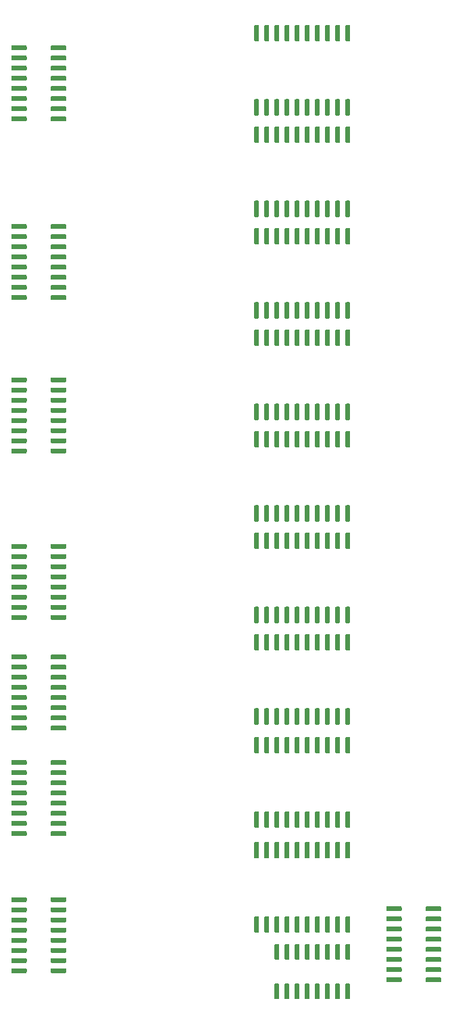
<source format=gtp>
G04 #@! TF.GenerationSoftware,KiCad,Pcbnew,(5.1.2-1)-1*
G04 #@! TF.CreationDate,2019-05-31T08:01:46+01:00*
G04 #@! TF.ProjectId,A500 Expansion Blinkenlights,41353030-2045-4787-9061-6e73696f6e20,rev?*
G04 #@! TF.SameCoordinates,Original*
G04 #@! TF.FileFunction,Paste,Top*
G04 #@! TF.FilePolarity,Positive*
%FSLAX46Y46*%
G04 Gerber Fmt 4.6, Leading zero omitted, Abs format (unit mm)*
G04 Created by KiCad (PCBNEW (5.1.2-1)-1) date 2019-05-31 08:01:46*
%MOMM*%
%LPD*%
G04 APERTURE LIST*
%ADD10C,0.100000*%
%ADD11C,0.600000*%
G04 APERTURE END LIST*
D10*
G36*
X131206703Y-43261722D02*
G01*
X131221264Y-43263882D01*
X131235543Y-43267459D01*
X131249403Y-43272418D01*
X131262710Y-43278712D01*
X131275336Y-43286280D01*
X131287159Y-43295048D01*
X131298066Y-43304934D01*
X131307952Y-43315841D01*
X131316720Y-43327664D01*
X131324288Y-43340290D01*
X131330582Y-43353597D01*
X131335541Y-43367457D01*
X131339118Y-43381736D01*
X131341278Y-43396297D01*
X131342000Y-43411000D01*
X131342000Y-43711000D01*
X131341278Y-43725703D01*
X131339118Y-43740264D01*
X131335541Y-43754543D01*
X131330582Y-43768403D01*
X131324288Y-43781710D01*
X131316720Y-43794336D01*
X131307952Y-43806159D01*
X131298066Y-43817066D01*
X131287159Y-43826952D01*
X131275336Y-43835720D01*
X131262710Y-43843288D01*
X131249403Y-43849582D01*
X131235543Y-43854541D01*
X131221264Y-43858118D01*
X131206703Y-43860278D01*
X131192000Y-43861000D01*
X129542000Y-43861000D01*
X129527297Y-43860278D01*
X129512736Y-43858118D01*
X129498457Y-43854541D01*
X129484597Y-43849582D01*
X129471290Y-43843288D01*
X129458664Y-43835720D01*
X129446841Y-43826952D01*
X129435934Y-43817066D01*
X129426048Y-43806159D01*
X129417280Y-43794336D01*
X129409712Y-43781710D01*
X129403418Y-43768403D01*
X129398459Y-43754543D01*
X129394882Y-43740264D01*
X129392722Y-43725703D01*
X129392000Y-43711000D01*
X129392000Y-43411000D01*
X129392722Y-43396297D01*
X129394882Y-43381736D01*
X129398459Y-43367457D01*
X129403418Y-43353597D01*
X129409712Y-43340290D01*
X129417280Y-43327664D01*
X129426048Y-43315841D01*
X129435934Y-43304934D01*
X129446841Y-43295048D01*
X129458664Y-43286280D01*
X129471290Y-43278712D01*
X129484597Y-43272418D01*
X129498457Y-43267459D01*
X129512736Y-43263882D01*
X129527297Y-43261722D01*
X129542000Y-43261000D01*
X131192000Y-43261000D01*
X131206703Y-43261722D01*
X131206703Y-43261722D01*
G37*
D11*
X130367000Y-43561000D03*
D10*
G36*
X131206703Y-41991722D02*
G01*
X131221264Y-41993882D01*
X131235543Y-41997459D01*
X131249403Y-42002418D01*
X131262710Y-42008712D01*
X131275336Y-42016280D01*
X131287159Y-42025048D01*
X131298066Y-42034934D01*
X131307952Y-42045841D01*
X131316720Y-42057664D01*
X131324288Y-42070290D01*
X131330582Y-42083597D01*
X131335541Y-42097457D01*
X131339118Y-42111736D01*
X131341278Y-42126297D01*
X131342000Y-42141000D01*
X131342000Y-42441000D01*
X131341278Y-42455703D01*
X131339118Y-42470264D01*
X131335541Y-42484543D01*
X131330582Y-42498403D01*
X131324288Y-42511710D01*
X131316720Y-42524336D01*
X131307952Y-42536159D01*
X131298066Y-42547066D01*
X131287159Y-42556952D01*
X131275336Y-42565720D01*
X131262710Y-42573288D01*
X131249403Y-42579582D01*
X131235543Y-42584541D01*
X131221264Y-42588118D01*
X131206703Y-42590278D01*
X131192000Y-42591000D01*
X129542000Y-42591000D01*
X129527297Y-42590278D01*
X129512736Y-42588118D01*
X129498457Y-42584541D01*
X129484597Y-42579582D01*
X129471290Y-42573288D01*
X129458664Y-42565720D01*
X129446841Y-42556952D01*
X129435934Y-42547066D01*
X129426048Y-42536159D01*
X129417280Y-42524336D01*
X129409712Y-42511710D01*
X129403418Y-42498403D01*
X129398459Y-42484543D01*
X129394882Y-42470264D01*
X129392722Y-42455703D01*
X129392000Y-42441000D01*
X129392000Y-42141000D01*
X129392722Y-42126297D01*
X129394882Y-42111736D01*
X129398459Y-42097457D01*
X129403418Y-42083597D01*
X129409712Y-42070290D01*
X129417280Y-42057664D01*
X129426048Y-42045841D01*
X129435934Y-42034934D01*
X129446841Y-42025048D01*
X129458664Y-42016280D01*
X129471290Y-42008712D01*
X129484597Y-42002418D01*
X129498457Y-41997459D01*
X129512736Y-41993882D01*
X129527297Y-41991722D01*
X129542000Y-41991000D01*
X131192000Y-41991000D01*
X131206703Y-41991722D01*
X131206703Y-41991722D01*
G37*
D11*
X130367000Y-42291000D03*
D10*
G36*
X131206703Y-40721722D02*
G01*
X131221264Y-40723882D01*
X131235543Y-40727459D01*
X131249403Y-40732418D01*
X131262710Y-40738712D01*
X131275336Y-40746280D01*
X131287159Y-40755048D01*
X131298066Y-40764934D01*
X131307952Y-40775841D01*
X131316720Y-40787664D01*
X131324288Y-40800290D01*
X131330582Y-40813597D01*
X131335541Y-40827457D01*
X131339118Y-40841736D01*
X131341278Y-40856297D01*
X131342000Y-40871000D01*
X131342000Y-41171000D01*
X131341278Y-41185703D01*
X131339118Y-41200264D01*
X131335541Y-41214543D01*
X131330582Y-41228403D01*
X131324288Y-41241710D01*
X131316720Y-41254336D01*
X131307952Y-41266159D01*
X131298066Y-41277066D01*
X131287159Y-41286952D01*
X131275336Y-41295720D01*
X131262710Y-41303288D01*
X131249403Y-41309582D01*
X131235543Y-41314541D01*
X131221264Y-41318118D01*
X131206703Y-41320278D01*
X131192000Y-41321000D01*
X129542000Y-41321000D01*
X129527297Y-41320278D01*
X129512736Y-41318118D01*
X129498457Y-41314541D01*
X129484597Y-41309582D01*
X129471290Y-41303288D01*
X129458664Y-41295720D01*
X129446841Y-41286952D01*
X129435934Y-41277066D01*
X129426048Y-41266159D01*
X129417280Y-41254336D01*
X129409712Y-41241710D01*
X129403418Y-41228403D01*
X129398459Y-41214543D01*
X129394882Y-41200264D01*
X129392722Y-41185703D01*
X129392000Y-41171000D01*
X129392000Y-40871000D01*
X129392722Y-40856297D01*
X129394882Y-40841736D01*
X129398459Y-40827457D01*
X129403418Y-40813597D01*
X129409712Y-40800290D01*
X129417280Y-40787664D01*
X129426048Y-40775841D01*
X129435934Y-40764934D01*
X129446841Y-40755048D01*
X129458664Y-40746280D01*
X129471290Y-40738712D01*
X129484597Y-40732418D01*
X129498457Y-40727459D01*
X129512736Y-40723882D01*
X129527297Y-40721722D01*
X129542000Y-40721000D01*
X131192000Y-40721000D01*
X131206703Y-40721722D01*
X131206703Y-40721722D01*
G37*
D11*
X130367000Y-41021000D03*
D10*
G36*
X131206703Y-39451722D02*
G01*
X131221264Y-39453882D01*
X131235543Y-39457459D01*
X131249403Y-39462418D01*
X131262710Y-39468712D01*
X131275336Y-39476280D01*
X131287159Y-39485048D01*
X131298066Y-39494934D01*
X131307952Y-39505841D01*
X131316720Y-39517664D01*
X131324288Y-39530290D01*
X131330582Y-39543597D01*
X131335541Y-39557457D01*
X131339118Y-39571736D01*
X131341278Y-39586297D01*
X131342000Y-39601000D01*
X131342000Y-39901000D01*
X131341278Y-39915703D01*
X131339118Y-39930264D01*
X131335541Y-39944543D01*
X131330582Y-39958403D01*
X131324288Y-39971710D01*
X131316720Y-39984336D01*
X131307952Y-39996159D01*
X131298066Y-40007066D01*
X131287159Y-40016952D01*
X131275336Y-40025720D01*
X131262710Y-40033288D01*
X131249403Y-40039582D01*
X131235543Y-40044541D01*
X131221264Y-40048118D01*
X131206703Y-40050278D01*
X131192000Y-40051000D01*
X129542000Y-40051000D01*
X129527297Y-40050278D01*
X129512736Y-40048118D01*
X129498457Y-40044541D01*
X129484597Y-40039582D01*
X129471290Y-40033288D01*
X129458664Y-40025720D01*
X129446841Y-40016952D01*
X129435934Y-40007066D01*
X129426048Y-39996159D01*
X129417280Y-39984336D01*
X129409712Y-39971710D01*
X129403418Y-39958403D01*
X129398459Y-39944543D01*
X129394882Y-39930264D01*
X129392722Y-39915703D01*
X129392000Y-39901000D01*
X129392000Y-39601000D01*
X129392722Y-39586297D01*
X129394882Y-39571736D01*
X129398459Y-39557457D01*
X129403418Y-39543597D01*
X129409712Y-39530290D01*
X129417280Y-39517664D01*
X129426048Y-39505841D01*
X129435934Y-39494934D01*
X129446841Y-39485048D01*
X129458664Y-39476280D01*
X129471290Y-39468712D01*
X129484597Y-39462418D01*
X129498457Y-39457459D01*
X129512736Y-39453882D01*
X129527297Y-39451722D01*
X129542000Y-39451000D01*
X131192000Y-39451000D01*
X131206703Y-39451722D01*
X131206703Y-39451722D01*
G37*
D11*
X130367000Y-39751000D03*
D10*
G36*
X131206703Y-38181722D02*
G01*
X131221264Y-38183882D01*
X131235543Y-38187459D01*
X131249403Y-38192418D01*
X131262710Y-38198712D01*
X131275336Y-38206280D01*
X131287159Y-38215048D01*
X131298066Y-38224934D01*
X131307952Y-38235841D01*
X131316720Y-38247664D01*
X131324288Y-38260290D01*
X131330582Y-38273597D01*
X131335541Y-38287457D01*
X131339118Y-38301736D01*
X131341278Y-38316297D01*
X131342000Y-38331000D01*
X131342000Y-38631000D01*
X131341278Y-38645703D01*
X131339118Y-38660264D01*
X131335541Y-38674543D01*
X131330582Y-38688403D01*
X131324288Y-38701710D01*
X131316720Y-38714336D01*
X131307952Y-38726159D01*
X131298066Y-38737066D01*
X131287159Y-38746952D01*
X131275336Y-38755720D01*
X131262710Y-38763288D01*
X131249403Y-38769582D01*
X131235543Y-38774541D01*
X131221264Y-38778118D01*
X131206703Y-38780278D01*
X131192000Y-38781000D01*
X129542000Y-38781000D01*
X129527297Y-38780278D01*
X129512736Y-38778118D01*
X129498457Y-38774541D01*
X129484597Y-38769582D01*
X129471290Y-38763288D01*
X129458664Y-38755720D01*
X129446841Y-38746952D01*
X129435934Y-38737066D01*
X129426048Y-38726159D01*
X129417280Y-38714336D01*
X129409712Y-38701710D01*
X129403418Y-38688403D01*
X129398459Y-38674543D01*
X129394882Y-38660264D01*
X129392722Y-38645703D01*
X129392000Y-38631000D01*
X129392000Y-38331000D01*
X129392722Y-38316297D01*
X129394882Y-38301736D01*
X129398459Y-38287457D01*
X129403418Y-38273597D01*
X129409712Y-38260290D01*
X129417280Y-38247664D01*
X129426048Y-38235841D01*
X129435934Y-38224934D01*
X129446841Y-38215048D01*
X129458664Y-38206280D01*
X129471290Y-38198712D01*
X129484597Y-38192418D01*
X129498457Y-38187459D01*
X129512736Y-38183882D01*
X129527297Y-38181722D01*
X129542000Y-38181000D01*
X131192000Y-38181000D01*
X131206703Y-38181722D01*
X131206703Y-38181722D01*
G37*
D11*
X130367000Y-38481000D03*
D10*
G36*
X131206703Y-36911722D02*
G01*
X131221264Y-36913882D01*
X131235543Y-36917459D01*
X131249403Y-36922418D01*
X131262710Y-36928712D01*
X131275336Y-36936280D01*
X131287159Y-36945048D01*
X131298066Y-36954934D01*
X131307952Y-36965841D01*
X131316720Y-36977664D01*
X131324288Y-36990290D01*
X131330582Y-37003597D01*
X131335541Y-37017457D01*
X131339118Y-37031736D01*
X131341278Y-37046297D01*
X131342000Y-37061000D01*
X131342000Y-37361000D01*
X131341278Y-37375703D01*
X131339118Y-37390264D01*
X131335541Y-37404543D01*
X131330582Y-37418403D01*
X131324288Y-37431710D01*
X131316720Y-37444336D01*
X131307952Y-37456159D01*
X131298066Y-37467066D01*
X131287159Y-37476952D01*
X131275336Y-37485720D01*
X131262710Y-37493288D01*
X131249403Y-37499582D01*
X131235543Y-37504541D01*
X131221264Y-37508118D01*
X131206703Y-37510278D01*
X131192000Y-37511000D01*
X129542000Y-37511000D01*
X129527297Y-37510278D01*
X129512736Y-37508118D01*
X129498457Y-37504541D01*
X129484597Y-37499582D01*
X129471290Y-37493288D01*
X129458664Y-37485720D01*
X129446841Y-37476952D01*
X129435934Y-37467066D01*
X129426048Y-37456159D01*
X129417280Y-37444336D01*
X129409712Y-37431710D01*
X129403418Y-37418403D01*
X129398459Y-37404543D01*
X129394882Y-37390264D01*
X129392722Y-37375703D01*
X129392000Y-37361000D01*
X129392000Y-37061000D01*
X129392722Y-37046297D01*
X129394882Y-37031736D01*
X129398459Y-37017457D01*
X129403418Y-37003597D01*
X129409712Y-36990290D01*
X129417280Y-36977664D01*
X129426048Y-36965841D01*
X129435934Y-36954934D01*
X129446841Y-36945048D01*
X129458664Y-36936280D01*
X129471290Y-36928712D01*
X129484597Y-36922418D01*
X129498457Y-36917459D01*
X129512736Y-36913882D01*
X129527297Y-36911722D01*
X129542000Y-36911000D01*
X131192000Y-36911000D01*
X131206703Y-36911722D01*
X131206703Y-36911722D01*
G37*
D11*
X130367000Y-37211000D03*
D10*
G36*
X131206703Y-35641722D02*
G01*
X131221264Y-35643882D01*
X131235543Y-35647459D01*
X131249403Y-35652418D01*
X131262710Y-35658712D01*
X131275336Y-35666280D01*
X131287159Y-35675048D01*
X131298066Y-35684934D01*
X131307952Y-35695841D01*
X131316720Y-35707664D01*
X131324288Y-35720290D01*
X131330582Y-35733597D01*
X131335541Y-35747457D01*
X131339118Y-35761736D01*
X131341278Y-35776297D01*
X131342000Y-35791000D01*
X131342000Y-36091000D01*
X131341278Y-36105703D01*
X131339118Y-36120264D01*
X131335541Y-36134543D01*
X131330582Y-36148403D01*
X131324288Y-36161710D01*
X131316720Y-36174336D01*
X131307952Y-36186159D01*
X131298066Y-36197066D01*
X131287159Y-36206952D01*
X131275336Y-36215720D01*
X131262710Y-36223288D01*
X131249403Y-36229582D01*
X131235543Y-36234541D01*
X131221264Y-36238118D01*
X131206703Y-36240278D01*
X131192000Y-36241000D01*
X129542000Y-36241000D01*
X129527297Y-36240278D01*
X129512736Y-36238118D01*
X129498457Y-36234541D01*
X129484597Y-36229582D01*
X129471290Y-36223288D01*
X129458664Y-36215720D01*
X129446841Y-36206952D01*
X129435934Y-36197066D01*
X129426048Y-36186159D01*
X129417280Y-36174336D01*
X129409712Y-36161710D01*
X129403418Y-36148403D01*
X129398459Y-36134543D01*
X129394882Y-36120264D01*
X129392722Y-36105703D01*
X129392000Y-36091000D01*
X129392000Y-35791000D01*
X129392722Y-35776297D01*
X129394882Y-35761736D01*
X129398459Y-35747457D01*
X129403418Y-35733597D01*
X129409712Y-35720290D01*
X129417280Y-35707664D01*
X129426048Y-35695841D01*
X129435934Y-35684934D01*
X129446841Y-35675048D01*
X129458664Y-35666280D01*
X129471290Y-35658712D01*
X129484597Y-35652418D01*
X129498457Y-35647459D01*
X129512736Y-35643882D01*
X129527297Y-35641722D01*
X129542000Y-35641000D01*
X131192000Y-35641000D01*
X131206703Y-35641722D01*
X131206703Y-35641722D01*
G37*
D11*
X130367000Y-35941000D03*
D10*
G36*
X131206703Y-34371722D02*
G01*
X131221264Y-34373882D01*
X131235543Y-34377459D01*
X131249403Y-34382418D01*
X131262710Y-34388712D01*
X131275336Y-34396280D01*
X131287159Y-34405048D01*
X131298066Y-34414934D01*
X131307952Y-34425841D01*
X131316720Y-34437664D01*
X131324288Y-34450290D01*
X131330582Y-34463597D01*
X131335541Y-34477457D01*
X131339118Y-34491736D01*
X131341278Y-34506297D01*
X131342000Y-34521000D01*
X131342000Y-34821000D01*
X131341278Y-34835703D01*
X131339118Y-34850264D01*
X131335541Y-34864543D01*
X131330582Y-34878403D01*
X131324288Y-34891710D01*
X131316720Y-34904336D01*
X131307952Y-34916159D01*
X131298066Y-34927066D01*
X131287159Y-34936952D01*
X131275336Y-34945720D01*
X131262710Y-34953288D01*
X131249403Y-34959582D01*
X131235543Y-34964541D01*
X131221264Y-34968118D01*
X131206703Y-34970278D01*
X131192000Y-34971000D01*
X129542000Y-34971000D01*
X129527297Y-34970278D01*
X129512736Y-34968118D01*
X129498457Y-34964541D01*
X129484597Y-34959582D01*
X129471290Y-34953288D01*
X129458664Y-34945720D01*
X129446841Y-34936952D01*
X129435934Y-34927066D01*
X129426048Y-34916159D01*
X129417280Y-34904336D01*
X129409712Y-34891710D01*
X129403418Y-34878403D01*
X129398459Y-34864543D01*
X129394882Y-34850264D01*
X129392722Y-34835703D01*
X129392000Y-34821000D01*
X129392000Y-34521000D01*
X129392722Y-34506297D01*
X129394882Y-34491736D01*
X129398459Y-34477457D01*
X129403418Y-34463597D01*
X129409712Y-34450290D01*
X129417280Y-34437664D01*
X129426048Y-34425841D01*
X129435934Y-34414934D01*
X129446841Y-34405048D01*
X129458664Y-34396280D01*
X129471290Y-34388712D01*
X129484597Y-34382418D01*
X129498457Y-34377459D01*
X129512736Y-34373882D01*
X129527297Y-34371722D01*
X129542000Y-34371000D01*
X131192000Y-34371000D01*
X131206703Y-34371722D01*
X131206703Y-34371722D01*
G37*
D11*
X130367000Y-34671000D03*
D10*
G36*
X136156703Y-34371722D02*
G01*
X136171264Y-34373882D01*
X136185543Y-34377459D01*
X136199403Y-34382418D01*
X136212710Y-34388712D01*
X136225336Y-34396280D01*
X136237159Y-34405048D01*
X136248066Y-34414934D01*
X136257952Y-34425841D01*
X136266720Y-34437664D01*
X136274288Y-34450290D01*
X136280582Y-34463597D01*
X136285541Y-34477457D01*
X136289118Y-34491736D01*
X136291278Y-34506297D01*
X136292000Y-34521000D01*
X136292000Y-34821000D01*
X136291278Y-34835703D01*
X136289118Y-34850264D01*
X136285541Y-34864543D01*
X136280582Y-34878403D01*
X136274288Y-34891710D01*
X136266720Y-34904336D01*
X136257952Y-34916159D01*
X136248066Y-34927066D01*
X136237159Y-34936952D01*
X136225336Y-34945720D01*
X136212710Y-34953288D01*
X136199403Y-34959582D01*
X136185543Y-34964541D01*
X136171264Y-34968118D01*
X136156703Y-34970278D01*
X136142000Y-34971000D01*
X134492000Y-34971000D01*
X134477297Y-34970278D01*
X134462736Y-34968118D01*
X134448457Y-34964541D01*
X134434597Y-34959582D01*
X134421290Y-34953288D01*
X134408664Y-34945720D01*
X134396841Y-34936952D01*
X134385934Y-34927066D01*
X134376048Y-34916159D01*
X134367280Y-34904336D01*
X134359712Y-34891710D01*
X134353418Y-34878403D01*
X134348459Y-34864543D01*
X134344882Y-34850264D01*
X134342722Y-34835703D01*
X134342000Y-34821000D01*
X134342000Y-34521000D01*
X134342722Y-34506297D01*
X134344882Y-34491736D01*
X134348459Y-34477457D01*
X134353418Y-34463597D01*
X134359712Y-34450290D01*
X134367280Y-34437664D01*
X134376048Y-34425841D01*
X134385934Y-34414934D01*
X134396841Y-34405048D01*
X134408664Y-34396280D01*
X134421290Y-34388712D01*
X134434597Y-34382418D01*
X134448457Y-34377459D01*
X134462736Y-34373882D01*
X134477297Y-34371722D01*
X134492000Y-34371000D01*
X136142000Y-34371000D01*
X136156703Y-34371722D01*
X136156703Y-34371722D01*
G37*
D11*
X135317000Y-34671000D03*
D10*
G36*
X136156703Y-35641722D02*
G01*
X136171264Y-35643882D01*
X136185543Y-35647459D01*
X136199403Y-35652418D01*
X136212710Y-35658712D01*
X136225336Y-35666280D01*
X136237159Y-35675048D01*
X136248066Y-35684934D01*
X136257952Y-35695841D01*
X136266720Y-35707664D01*
X136274288Y-35720290D01*
X136280582Y-35733597D01*
X136285541Y-35747457D01*
X136289118Y-35761736D01*
X136291278Y-35776297D01*
X136292000Y-35791000D01*
X136292000Y-36091000D01*
X136291278Y-36105703D01*
X136289118Y-36120264D01*
X136285541Y-36134543D01*
X136280582Y-36148403D01*
X136274288Y-36161710D01*
X136266720Y-36174336D01*
X136257952Y-36186159D01*
X136248066Y-36197066D01*
X136237159Y-36206952D01*
X136225336Y-36215720D01*
X136212710Y-36223288D01*
X136199403Y-36229582D01*
X136185543Y-36234541D01*
X136171264Y-36238118D01*
X136156703Y-36240278D01*
X136142000Y-36241000D01*
X134492000Y-36241000D01*
X134477297Y-36240278D01*
X134462736Y-36238118D01*
X134448457Y-36234541D01*
X134434597Y-36229582D01*
X134421290Y-36223288D01*
X134408664Y-36215720D01*
X134396841Y-36206952D01*
X134385934Y-36197066D01*
X134376048Y-36186159D01*
X134367280Y-36174336D01*
X134359712Y-36161710D01*
X134353418Y-36148403D01*
X134348459Y-36134543D01*
X134344882Y-36120264D01*
X134342722Y-36105703D01*
X134342000Y-36091000D01*
X134342000Y-35791000D01*
X134342722Y-35776297D01*
X134344882Y-35761736D01*
X134348459Y-35747457D01*
X134353418Y-35733597D01*
X134359712Y-35720290D01*
X134367280Y-35707664D01*
X134376048Y-35695841D01*
X134385934Y-35684934D01*
X134396841Y-35675048D01*
X134408664Y-35666280D01*
X134421290Y-35658712D01*
X134434597Y-35652418D01*
X134448457Y-35647459D01*
X134462736Y-35643882D01*
X134477297Y-35641722D01*
X134492000Y-35641000D01*
X136142000Y-35641000D01*
X136156703Y-35641722D01*
X136156703Y-35641722D01*
G37*
D11*
X135317000Y-35941000D03*
D10*
G36*
X136156703Y-36911722D02*
G01*
X136171264Y-36913882D01*
X136185543Y-36917459D01*
X136199403Y-36922418D01*
X136212710Y-36928712D01*
X136225336Y-36936280D01*
X136237159Y-36945048D01*
X136248066Y-36954934D01*
X136257952Y-36965841D01*
X136266720Y-36977664D01*
X136274288Y-36990290D01*
X136280582Y-37003597D01*
X136285541Y-37017457D01*
X136289118Y-37031736D01*
X136291278Y-37046297D01*
X136292000Y-37061000D01*
X136292000Y-37361000D01*
X136291278Y-37375703D01*
X136289118Y-37390264D01*
X136285541Y-37404543D01*
X136280582Y-37418403D01*
X136274288Y-37431710D01*
X136266720Y-37444336D01*
X136257952Y-37456159D01*
X136248066Y-37467066D01*
X136237159Y-37476952D01*
X136225336Y-37485720D01*
X136212710Y-37493288D01*
X136199403Y-37499582D01*
X136185543Y-37504541D01*
X136171264Y-37508118D01*
X136156703Y-37510278D01*
X136142000Y-37511000D01*
X134492000Y-37511000D01*
X134477297Y-37510278D01*
X134462736Y-37508118D01*
X134448457Y-37504541D01*
X134434597Y-37499582D01*
X134421290Y-37493288D01*
X134408664Y-37485720D01*
X134396841Y-37476952D01*
X134385934Y-37467066D01*
X134376048Y-37456159D01*
X134367280Y-37444336D01*
X134359712Y-37431710D01*
X134353418Y-37418403D01*
X134348459Y-37404543D01*
X134344882Y-37390264D01*
X134342722Y-37375703D01*
X134342000Y-37361000D01*
X134342000Y-37061000D01*
X134342722Y-37046297D01*
X134344882Y-37031736D01*
X134348459Y-37017457D01*
X134353418Y-37003597D01*
X134359712Y-36990290D01*
X134367280Y-36977664D01*
X134376048Y-36965841D01*
X134385934Y-36954934D01*
X134396841Y-36945048D01*
X134408664Y-36936280D01*
X134421290Y-36928712D01*
X134434597Y-36922418D01*
X134448457Y-36917459D01*
X134462736Y-36913882D01*
X134477297Y-36911722D01*
X134492000Y-36911000D01*
X136142000Y-36911000D01*
X136156703Y-36911722D01*
X136156703Y-36911722D01*
G37*
D11*
X135317000Y-37211000D03*
D10*
G36*
X136156703Y-38181722D02*
G01*
X136171264Y-38183882D01*
X136185543Y-38187459D01*
X136199403Y-38192418D01*
X136212710Y-38198712D01*
X136225336Y-38206280D01*
X136237159Y-38215048D01*
X136248066Y-38224934D01*
X136257952Y-38235841D01*
X136266720Y-38247664D01*
X136274288Y-38260290D01*
X136280582Y-38273597D01*
X136285541Y-38287457D01*
X136289118Y-38301736D01*
X136291278Y-38316297D01*
X136292000Y-38331000D01*
X136292000Y-38631000D01*
X136291278Y-38645703D01*
X136289118Y-38660264D01*
X136285541Y-38674543D01*
X136280582Y-38688403D01*
X136274288Y-38701710D01*
X136266720Y-38714336D01*
X136257952Y-38726159D01*
X136248066Y-38737066D01*
X136237159Y-38746952D01*
X136225336Y-38755720D01*
X136212710Y-38763288D01*
X136199403Y-38769582D01*
X136185543Y-38774541D01*
X136171264Y-38778118D01*
X136156703Y-38780278D01*
X136142000Y-38781000D01*
X134492000Y-38781000D01*
X134477297Y-38780278D01*
X134462736Y-38778118D01*
X134448457Y-38774541D01*
X134434597Y-38769582D01*
X134421290Y-38763288D01*
X134408664Y-38755720D01*
X134396841Y-38746952D01*
X134385934Y-38737066D01*
X134376048Y-38726159D01*
X134367280Y-38714336D01*
X134359712Y-38701710D01*
X134353418Y-38688403D01*
X134348459Y-38674543D01*
X134344882Y-38660264D01*
X134342722Y-38645703D01*
X134342000Y-38631000D01*
X134342000Y-38331000D01*
X134342722Y-38316297D01*
X134344882Y-38301736D01*
X134348459Y-38287457D01*
X134353418Y-38273597D01*
X134359712Y-38260290D01*
X134367280Y-38247664D01*
X134376048Y-38235841D01*
X134385934Y-38224934D01*
X134396841Y-38215048D01*
X134408664Y-38206280D01*
X134421290Y-38198712D01*
X134434597Y-38192418D01*
X134448457Y-38187459D01*
X134462736Y-38183882D01*
X134477297Y-38181722D01*
X134492000Y-38181000D01*
X136142000Y-38181000D01*
X136156703Y-38181722D01*
X136156703Y-38181722D01*
G37*
D11*
X135317000Y-38481000D03*
D10*
G36*
X136156703Y-39451722D02*
G01*
X136171264Y-39453882D01*
X136185543Y-39457459D01*
X136199403Y-39462418D01*
X136212710Y-39468712D01*
X136225336Y-39476280D01*
X136237159Y-39485048D01*
X136248066Y-39494934D01*
X136257952Y-39505841D01*
X136266720Y-39517664D01*
X136274288Y-39530290D01*
X136280582Y-39543597D01*
X136285541Y-39557457D01*
X136289118Y-39571736D01*
X136291278Y-39586297D01*
X136292000Y-39601000D01*
X136292000Y-39901000D01*
X136291278Y-39915703D01*
X136289118Y-39930264D01*
X136285541Y-39944543D01*
X136280582Y-39958403D01*
X136274288Y-39971710D01*
X136266720Y-39984336D01*
X136257952Y-39996159D01*
X136248066Y-40007066D01*
X136237159Y-40016952D01*
X136225336Y-40025720D01*
X136212710Y-40033288D01*
X136199403Y-40039582D01*
X136185543Y-40044541D01*
X136171264Y-40048118D01*
X136156703Y-40050278D01*
X136142000Y-40051000D01*
X134492000Y-40051000D01*
X134477297Y-40050278D01*
X134462736Y-40048118D01*
X134448457Y-40044541D01*
X134434597Y-40039582D01*
X134421290Y-40033288D01*
X134408664Y-40025720D01*
X134396841Y-40016952D01*
X134385934Y-40007066D01*
X134376048Y-39996159D01*
X134367280Y-39984336D01*
X134359712Y-39971710D01*
X134353418Y-39958403D01*
X134348459Y-39944543D01*
X134344882Y-39930264D01*
X134342722Y-39915703D01*
X134342000Y-39901000D01*
X134342000Y-39601000D01*
X134342722Y-39586297D01*
X134344882Y-39571736D01*
X134348459Y-39557457D01*
X134353418Y-39543597D01*
X134359712Y-39530290D01*
X134367280Y-39517664D01*
X134376048Y-39505841D01*
X134385934Y-39494934D01*
X134396841Y-39485048D01*
X134408664Y-39476280D01*
X134421290Y-39468712D01*
X134434597Y-39462418D01*
X134448457Y-39457459D01*
X134462736Y-39453882D01*
X134477297Y-39451722D01*
X134492000Y-39451000D01*
X136142000Y-39451000D01*
X136156703Y-39451722D01*
X136156703Y-39451722D01*
G37*
D11*
X135317000Y-39751000D03*
D10*
G36*
X136156703Y-40721722D02*
G01*
X136171264Y-40723882D01*
X136185543Y-40727459D01*
X136199403Y-40732418D01*
X136212710Y-40738712D01*
X136225336Y-40746280D01*
X136237159Y-40755048D01*
X136248066Y-40764934D01*
X136257952Y-40775841D01*
X136266720Y-40787664D01*
X136274288Y-40800290D01*
X136280582Y-40813597D01*
X136285541Y-40827457D01*
X136289118Y-40841736D01*
X136291278Y-40856297D01*
X136292000Y-40871000D01*
X136292000Y-41171000D01*
X136291278Y-41185703D01*
X136289118Y-41200264D01*
X136285541Y-41214543D01*
X136280582Y-41228403D01*
X136274288Y-41241710D01*
X136266720Y-41254336D01*
X136257952Y-41266159D01*
X136248066Y-41277066D01*
X136237159Y-41286952D01*
X136225336Y-41295720D01*
X136212710Y-41303288D01*
X136199403Y-41309582D01*
X136185543Y-41314541D01*
X136171264Y-41318118D01*
X136156703Y-41320278D01*
X136142000Y-41321000D01*
X134492000Y-41321000D01*
X134477297Y-41320278D01*
X134462736Y-41318118D01*
X134448457Y-41314541D01*
X134434597Y-41309582D01*
X134421290Y-41303288D01*
X134408664Y-41295720D01*
X134396841Y-41286952D01*
X134385934Y-41277066D01*
X134376048Y-41266159D01*
X134367280Y-41254336D01*
X134359712Y-41241710D01*
X134353418Y-41228403D01*
X134348459Y-41214543D01*
X134344882Y-41200264D01*
X134342722Y-41185703D01*
X134342000Y-41171000D01*
X134342000Y-40871000D01*
X134342722Y-40856297D01*
X134344882Y-40841736D01*
X134348459Y-40827457D01*
X134353418Y-40813597D01*
X134359712Y-40800290D01*
X134367280Y-40787664D01*
X134376048Y-40775841D01*
X134385934Y-40764934D01*
X134396841Y-40755048D01*
X134408664Y-40746280D01*
X134421290Y-40738712D01*
X134434597Y-40732418D01*
X134448457Y-40727459D01*
X134462736Y-40723882D01*
X134477297Y-40721722D01*
X134492000Y-40721000D01*
X136142000Y-40721000D01*
X136156703Y-40721722D01*
X136156703Y-40721722D01*
G37*
D11*
X135317000Y-41021000D03*
D10*
G36*
X136156703Y-41991722D02*
G01*
X136171264Y-41993882D01*
X136185543Y-41997459D01*
X136199403Y-42002418D01*
X136212710Y-42008712D01*
X136225336Y-42016280D01*
X136237159Y-42025048D01*
X136248066Y-42034934D01*
X136257952Y-42045841D01*
X136266720Y-42057664D01*
X136274288Y-42070290D01*
X136280582Y-42083597D01*
X136285541Y-42097457D01*
X136289118Y-42111736D01*
X136291278Y-42126297D01*
X136292000Y-42141000D01*
X136292000Y-42441000D01*
X136291278Y-42455703D01*
X136289118Y-42470264D01*
X136285541Y-42484543D01*
X136280582Y-42498403D01*
X136274288Y-42511710D01*
X136266720Y-42524336D01*
X136257952Y-42536159D01*
X136248066Y-42547066D01*
X136237159Y-42556952D01*
X136225336Y-42565720D01*
X136212710Y-42573288D01*
X136199403Y-42579582D01*
X136185543Y-42584541D01*
X136171264Y-42588118D01*
X136156703Y-42590278D01*
X136142000Y-42591000D01*
X134492000Y-42591000D01*
X134477297Y-42590278D01*
X134462736Y-42588118D01*
X134448457Y-42584541D01*
X134434597Y-42579582D01*
X134421290Y-42573288D01*
X134408664Y-42565720D01*
X134396841Y-42556952D01*
X134385934Y-42547066D01*
X134376048Y-42536159D01*
X134367280Y-42524336D01*
X134359712Y-42511710D01*
X134353418Y-42498403D01*
X134348459Y-42484543D01*
X134344882Y-42470264D01*
X134342722Y-42455703D01*
X134342000Y-42441000D01*
X134342000Y-42141000D01*
X134342722Y-42126297D01*
X134344882Y-42111736D01*
X134348459Y-42097457D01*
X134353418Y-42083597D01*
X134359712Y-42070290D01*
X134367280Y-42057664D01*
X134376048Y-42045841D01*
X134385934Y-42034934D01*
X134396841Y-42025048D01*
X134408664Y-42016280D01*
X134421290Y-42008712D01*
X134434597Y-42002418D01*
X134448457Y-41997459D01*
X134462736Y-41993882D01*
X134477297Y-41991722D01*
X134492000Y-41991000D01*
X136142000Y-41991000D01*
X136156703Y-41991722D01*
X136156703Y-41991722D01*
G37*
D11*
X135317000Y-42291000D03*
D10*
G36*
X136156703Y-43261722D02*
G01*
X136171264Y-43263882D01*
X136185543Y-43267459D01*
X136199403Y-43272418D01*
X136212710Y-43278712D01*
X136225336Y-43286280D01*
X136237159Y-43295048D01*
X136248066Y-43304934D01*
X136257952Y-43315841D01*
X136266720Y-43327664D01*
X136274288Y-43340290D01*
X136280582Y-43353597D01*
X136285541Y-43367457D01*
X136289118Y-43381736D01*
X136291278Y-43396297D01*
X136292000Y-43411000D01*
X136292000Y-43711000D01*
X136291278Y-43725703D01*
X136289118Y-43740264D01*
X136285541Y-43754543D01*
X136280582Y-43768403D01*
X136274288Y-43781710D01*
X136266720Y-43794336D01*
X136257952Y-43806159D01*
X136248066Y-43817066D01*
X136237159Y-43826952D01*
X136225336Y-43835720D01*
X136212710Y-43843288D01*
X136199403Y-43849582D01*
X136185543Y-43854541D01*
X136171264Y-43858118D01*
X136156703Y-43860278D01*
X136142000Y-43861000D01*
X134492000Y-43861000D01*
X134477297Y-43860278D01*
X134462736Y-43858118D01*
X134448457Y-43854541D01*
X134434597Y-43849582D01*
X134421290Y-43843288D01*
X134408664Y-43835720D01*
X134396841Y-43826952D01*
X134385934Y-43817066D01*
X134376048Y-43806159D01*
X134367280Y-43794336D01*
X134359712Y-43781710D01*
X134353418Y-43768403D01*
X134348459Y-43754543D01*
X134344882Y-43740264D01*
X134342722Y-43725703D01*
X134342000Y-43711000D01*
X134342000Y-43411000D01*
X134342722Y-43396297D01*
X134344882Y-43381736D01*
X134348459Y-43367457D01*
X134353418Y-43353597D01*
X134359712Y-43340290D01*
X134367280Y-43327664D01*
X134376048Y-43315841D01*
X134385934Y-43304934D01*
X134396841Y-43295048D01*
X134408664Y-43286280D01*
X134421290Y-43278712D01*
X134434597Y-43272418D01*
X134448457Y-43267459D01*
X134462736Y-43263882D01*
X134477297Y-43261722D01*
X134492000Y-43261000D01*
X136142000Y-43261000D01*
X136156703Y-43261722D01*
X136156703Y-43261722D01*
G37*
D11*
X135317000Y-43561000D03*
D10*
G36*
X136156703Y-65613722D02*
G01*
X136171264Y-65615882D01*
X136185543Y-65619459D01*
X136199403Y-65624418D01*
X136212710Y-65630712D01*
X136225336Y-65638280D01*
X136237159Y-65647048D01*
X136248066Y-65656934D01*
X136257952Y-65667841D01*
X136266720Y-65679664D01*
X136274288Y-65692290D01*
X136280582Y-65705597D01*
X136285541Y-65719457D01*
X136289118Y-65733736D01*
X136291278Y-65748297D01*
X136292000Y-65763000D01*
X136292000Y-66063000D01*
X136291278Y-66077703D01*
X136289118Y-66092264D01*
X136285541Y-66106543D01*
X136280582Y-66120403D01*
X136274288Y-66133710D01*
X136266720Y-66146336D01*
X136257952Y-66158159D01*
X136248066Y-66169066D01*
X136237159Y-66178952D01*
X136225336Y-66187720D01*
X136212710Y-66195288D01*
X136199403Y-66201582D01*
X136185543Y-66206541D01*
X136171264Y-66210118D01*
X136156703Y-66212278D01*
X136142000Y-66213000D01*
X134492000Y-66213000D01*
X134477297Y-66212278D01*
X134462736Y-66210118D01*
X134448457Y-66206541D01*
X134434597Y-66201582D01*
X134421290Y-66195288D01*
X134408664Y-66187720D01*
X134396841Y-66178952D01*
X134385934Y-66169066D01*
X134376048Y-66158159D01*
X134367280Y-66146336D01*
X134359712Y-66133710D01*
X134353418Y-66120403D01*
X134348459Y-66106543D01*
X134344882Y-66092264D01*
X134342722Y-66077703D01*
X134342000Y-66063000D01*
X134342000Y-65763000D01*
X134342722Y-65748297D01*
X134344882Y-65733736D01*
X134348459Y-65719457D01*
X134353418Y-65705597D01*
X134359712Y-65692290D01*
X134367280Y-65679664D01*
X134376048Y-65667841D01*
X134385934Y-65656934D01*
X134396841Y-65647048D01*
X134408664Y-65638280D01*
X134421290Y-65630712D01*
X134434597Y-65624418D01*
X134448457Y-65619459D01*
X134462736Y-65615882D01*
X134477297Y-65613722D01*
X134492000Y-65613000D01*
X136142000Y-65613000D01*
X136156703Y-65613722D01*
X136156703Y-65613722D01*
G37*
D11*
X135317000Y-65913000D03*
D10*
G36*
X136156703Y-64343722D02*
G01*
X136171264Y-64345882D01*
X136185543Y-64349459D01*
X136199403Y-64354418D01*
X136212710Y-64360712D01*
X136225336Y-64368280D01*
X136237159Y-64377048D01*
X136248066Y-64386934D01*
X136257952Y-64397841D01*
X136266720Y-64409664D01*
X136274288Y-64422290D01*
X136280582Y-64435597D01*
X136285541Y-64449457D01*
X136289118Y-64463736D01*
X136291278Y-64478297D01*
X136292000Y-64493000D01*
X136292000Y-64793000D01*
X136291278Y-64807703D01*
X136289118Y-64822264D01*
X136285541Y-64836543D01*
X136280582Y-64850403D01*
X136274288Y-64863710D01*
X136266720Y-64876336D01*
X136257952Y-64888159D01*
X136248066Y-64899066D01*
X136237159Y-64908952D01*
X136225336Y-64917720D01*
X136212710Y-64925288D01*
X136199403Y-64931582D01*
X136185543Y-64936541D01*
X136171264Y-64940118D01*
X136156703Y-64942278D01*
X136142000Y-64943000D01*
X134492000Y-64943000D01*
X134477297Y-64942278D01*
X134462736Y-64940118D01*
X134448457Y-64936541D01*
X134434597Y-64931582D01*
X134421290Y-64925288D01*
X134408664Y-64917720D01*
X134396841Y-64908952D01*
X134385934Y-64899066D01*
X134376048Y-64888159D01*
X134367280Y-64876336D01*
X134359712Y-64863710D01*
X134353418Y-64850403D01*
X134348459Y-64836543D01*
X134344882Y-64822264D01*
X134342722Y-64807703D01*
X134342000Y-64793000D01*
X134342000Y-64493000D01*
X134342722Y-64478297D01*
X134344882Y-64463736D01*
X134348459Y-64449457D01*
X134353418Y-64435597D01*
X134359712Y-64422290D01*
X134367280Y-64409664D01*
X134376048Y-64397841D01*
X134385934Y-64386934D01*
X134396841Y-64377048D01*
X134408664Y-64368280D01*
X134421290Y-64360712D01*
X134434597Y-64354418D01*
X134448457Y-64349459D01*
X134462736Y-64345882D01*
X134477297Y-64343722D01*
X134492000Y-64343000D01*
X136142000Y-64343000D01*
X136156703Y-64343722D01*
X136156703Y-64343722D01*
G37*
D11*
X135317000Y-64643000D03*
D10*
G36*
X136156703Y-63073722D02*
G01*
X136171264Y-63075882D01*
X136185543Y-63079459D01*
X136199403Y-63084418D01*
X136212710Y-63090712D01*
X136225336Y-63098280D01*
X136237159Y-63107048D01*
X136248066Y-63116934D01*
X136257952Y-63127841D01*
X136266720Y-63139664D01*
X136274288Y-63152290D01*
X136280582Y-63165597D01*
X136285541Y-63179457D01*
X136289118Y-63193736D01*
X136291278Y-63208297D01*
X136292000Y-63223000D01*
X136292000Y-63523000D01*
X136291278Y-63537703D01*
X136289118Y-63552264D01*
X136285541Y-63566543D01*
X136280582Y-63580403D01*
X136274288Y-63593710D01*
X136266720Y-63606336D01*
X136257952Y-63618159D01*
X136248066Y-63629066D01*
X136237159Y-63638952D01*
X136225336Y-63647720D01*
X136212710Y-63655288D01*
X136199403Y-63661582D01*
X136185543Y-63666541D01*
X136171264Y-63670118D01*
X136156703Y-63672278D01*
X136142000Y-63673000D01*
X134492000Y-63673000D01*
X134477297Y-63672278D01*
X134462736Y-63670118D01*
X134448457Y-63666541D01*
X134434597Y-63661582D01*
X134421290Y-63655288D01*
X134408664Y-63647720D01*
X134396841Y-63638952D01*
X134385934Y-63629066D01*
X134376048Y-63618159D01*
X134367280Y-63606336D01*
X134359712Y-63593710D01*
X134353418Y-63580403D01*
X134348459Y-63566543D01*
X134344882Y-63552264D01*
X134342722Y-63537703D01*
X134342000Y-63523000D01*
X134342000Y-63223000D01*
X134342722Y-63208297D01*
X134344882Y-63193736D01*
X134348459Y-63179457D01*
X134353418Y-63165597D01*
X134359712Y-63152290D01*
X134367280Y-63139664D01*
X134376048Y-63127841D01*
X134385934Y-63116934D01*
X134396841Y-63107048D01*
X134408664Y-63098280D01*
X134421290Y-63090712D01*
X134434597Y-63084418D01*
X134448457Y-63079459D01*
X134462736Y-63075882D01*
X134477297Y-63073722D01*
X134492000Y-63073000D01*
X136142000Y-63073000D01*
X136156703Y-63073722D01*
X136156703Y-63073722D01*
G37*
D11*
X135317000Y-63373000D03*
D10*
G36*
X136156703Y-61803722D02*
G01*
X136171264Y-61805882D01*
X136185543Y-61809459D01*
X136199403Y-61814418D01*
X136212710Y-61820712D01*
X136225336Y-61828280D01*
X136237159Y-61837048D01*
X136248066Y-61846934D01*
X136257952Y-61857841D01*
X136266720Y-61869664D01*
X136274288Y-61882290D01*
X136280582Y-61895597D01*
X136285541Y-61909457D01*
X136289118Y-61923736D01*
X136291278Y-61938297D01*
X136292000Y-61953000D01*
X136292000Y-62253000D01*
X136291278Y-62267703D01*
X136289118Y-62282264D01*
X136285541Y-62296543D01*
X136280582Y-62310403D01*
X136274288Y-62323710D01*
X136266720Y-62336336D01*
X136257952Y-62348159D01*
X136248066Y-62359066D01*
X136237159Y-62368952D01*
X136225336Y-62377720D01*
X136212710Y-62385288D01*
X136199403Y-62391582D01*
X136185543Y-62396541D01*
X136171264Y-62400118D01*
X136156703Y-62402278D01*
X136142000Y-62403000D01*
X134492000Y-62403000D01*
X134477297Y-62402278D01*
X134462736Y-62400118D01*
X134448457Y-62396541D01*
X134434597Y-62391582D01*
X134421290Y-62385288D01*
X134408664Y-62377720D01*
X134396841Y-62368952D01*
X134385934Y-62359066D01*
X134376048Y-62348159D01*
X134367280Y-62336336D01*
X134359712Y-62323710D01*
X134353418Y-62310403D01*
X134348459Y-62296543D01*
X134344882Y-62282264D01*
X134342722Y-62267703D01*
X134342000Y-62253000D01*
X134342000Y-61953000D01*
X134342722Y-61938297D01*
X134344882Y-61923736D01*
X134348459Y-61909457D01*
X134353418Y-61895597D01*
X134359712Y-61882290D01*
X134367280Y-61869664D01*
X134376048Y-61857841D01*
X134385934Y-61846934D01*
X134396841Y-61837048D01*
X134408664Y-61828280D01*
X134421290Y-61820712D01*
X134434597Y-61814418D01*
X134448457Y-61809459D01*
X134462736Y-61805882D01*
X134477297Y-61803722D01*
X134492000Y-61803000D01*
X136142000Y-61803000D01*
X136156703Y-61803722D01*
X136156703Y-61803722D01*
G37*
D11*
X135317000Y-62103000D03*
D10*
G36*
X136156703Y-60533722D02*
G01*
X136171264Y-60535882D01*
X136185543Y-60539459D01*
X136199403Y-60544418D01*
X136212710Y-60550712D01*
X136225336Y-60558280D01*
X136237159Y-60567048D01*
X136248066Y-60576934D01*
X136257952Y-60587841D01*
X136266720Y-60599664D01*
X136274288Y-60612290D01*
X136280582Y-60625597D01*
X136285541Y-60639457D01*
X136289118Y-60653736D01*
X136291278Y-60668297D01*
X136292000Y-60683000D01*
X136292000Y-60983000D01*
X136291278Y-60997703D01*
X136289118Y-61012264D01*
X136285541Y-61026543D01*
X136280582Y-61040403D01*
X136274288Y-61053710D01*
X136266720Y-61066336D01*
X136257952Y-61078159D01*
X136248066Y-61089066D01*
X136237159Y-61098952D01*
X136225336Y-61107720D01*
X136212710Y-61115288D01*
X136199403Y-61121582D01*
X136185543Y-61126541D01*
X136171264Y-61130118D01*
X136156703Y-61132278D01*
X136142000Y-61133000D01*
X134492000Y-61133000D01*
X134477297Y-61132278D01*
X134462736Y-61130118D01*
X134448457Y-61126541D01*
X134434597Y-61121582D01*
X134421290Y-61115288D01*
X134408664Y-61107720D01*
X134396841Y-61098952D01*
X134385934Y-61089066D01*
X134376048Y-61078159D01*
X134367280Y-61066336D01*
X134359712Y-61053710D01*
X134353418Y-61040403D01*
X134348459Y-61026543D01*
X134344882Y-61012264D01*
X134342722Y-60997703D01*
X134342000Y-60983000D01*
X134342000Y-60683000D01*
X134342722Y-60668297D01*
X134344882Y-60653736D01*
X134348459Y-60639457D01*
X134353418Y-60625597D01*
X134359712Y-60612290D01*
X134367280Y-60599664D01*
X134376048Y-60587841D01*
X134385934Y-60576934D01*
X134396841Y-60567048D01*
X134408664Y-60558280D01*
X134421290Y-60550712D01*
X134434597Y-60544418D01*
X134448457Y-60539459D01*
X134462736Y-60535882D01*
X134477297Y-60533722D01*
X134492000Y-60533000D01*
X136142000Y-60533000D01*
X136156703Y-60533722D01*
X136156703Y-60533722D01*
G37*
D11*
X135317000Y-60833000D03*
D10*
G36*
X136156703Y-59263722D02*
G01*
X136171264Y-59265882D01*
X136185543Y-59269459D01*
X136199403Y-59274418D01*
X136212710Y-59280712D01*
X136225336Y-59288280D01*
X136237159Y-59297048D01*
X136248066Y-59306934D01*
X136257952Y-59317841D01*
X136266720Y-59329664D01*
X136274288Y-59342290D01*
X136280582Y-59355597D01*
X136285541Y-59369457D01*
X136289118Y-59383736D01*
X136291278Y-59398297D01*
X136292000Y-59413000D01*
X136292000Y-59713000D01*
X136291278Y-59727703D01*
X136289118Y-59742264D01*
X136285541Y-59756543D01*
X136280582Y-59770403D01*
X136274288Y-59783710D01*
X136266720Y-59796336D01*
X136257952Y-59808159D01*
X136248066Y-59819066D01*
X136237159Y-59828952D01*
X136225336Y-59837720D01*
X136212710Y-59845288D01*
X136199403Y-59851582D01*
X136185543Y-59856541D01*
X136171264Y-59860118D01*
X136156703Y-59862278D01*
X136142000Y-59863000D01*
X134492000Y-59863000D01*
X134477297Y-59862278D01*
X134462736Y-59860118D01*
X134448457Y-59856541D01*
X134434597Y-59851582D01*
X134421290Y-59845288D01*
X134408664Y-59837720D01*
X134396841Y-59828952D01*
X134385934Y-59819066D01*
X134376048Y-59808159D01*
X134367280Y-59796336D01*
X134359712Y-59783710D01*
X134353418Y-59770403D01*
X134348459Y-59756543D01*
X134344882Y-59742264D01*
X134342722Y-59727703D01*
X134342000Y-59713000D01*
X134342000Y-59413000D01*
X134342722Y-59398297D01*
X134344882Y-59383736D01*
X134348459Y-59369457D01*
X134353418Y-59355597D01*
X134359712Y-59342290D01*
X134367280Y-59329664D01*
X134376048Y-59317841D01*
X134385934Y-59306934D01*
X134396841Y-59297048D01*
X134408664Y-59288280D01*
X134421290Y-59280712D01*
X134434597Y-59274418D01*
X134448457Y-59269459D01*
X134462736Y-59265882D01*
X134477297Y-59263722D01*
X134492000Y-59263000D01*
X136142000Y-59263000D01*
X136156703Y-59263722D01*
X136156703Y-59263722D01*
G37*
D11*
X135317000Y-59563000D03*
D10*
G36*
X136156703Y-57993722D02*
G01*
X136171264Y-57995882D01*
X136185543Y-57999459D01*
X136199403Y-58004418D01*
X136212710Y-58010712D01*
X136225336Y-58018280D01*
X136237159Y-58027048D01*
X136248066Y-58036934D01*
X136257952Y-58047841D01*
X136266720Y-58059664D01*
X136274288Y-58072290D01*
X136280582Y-58085597D01*
X136285541Y-58099457D01*
X136289118Y-58113736D01*
X136291278Y-58128297D01*
X136292000Y-58143000D01*
X136292000Y-58443000D01*
X136291278Y-58457703D01*
X136289118Y-58472264D01*
X136285541Y-58486543D01*
X136280582Y-58500403D01*
X136274288Y-58513710D01*
X136266720Y-58526336D01*
X136257952Y-58538159D01*
X136248066Y-58549066D01*
X136237159Y-58558952D01*
X136225336Y-58567720D01*
X136212710Y-58575288D01*
X136199403Y-58581582D01*
X136185543Y-58586541D01*
X136171264Y-58590118D01*
X136156703Y-58592278D01*
X136142000Y-58593000D01*
X134492000Y-58593000D01*
X134477297Y-58592278D01*
X134462736Y-58590118D01*
X134448457Y-58586541D01*
X134434597Y-58581582D01*
X134421290Y-58575288D01*
X134408664Y-58567720D01*
X134396841Y-58558952D01*
X134385934Y-58549066D01*
X134376048Y-58538159D01*
X134367280Y-58526336D01*
X134359712Y-58513710D01*
X134353418Y-58500403D01*
X134348459Y-58486543D01*
X134344882Y-58472264D01*
X134342722Y-58457703D01*
X134342000Y-58443000D01*
X134342000Y-58143000D01*
X134342722Y-58128297D01*
X134344882Y-58113736D01*
X134348459Y-58099457D01*
X134353418Y-58085597D01*
X134359712Y-58072290D01*
X134367280Y-58059664D01*
X134376048Y-58047841D01*
X134385934Y-58036934D01*
X134396841Y-58027048D01*
X134408664Y-58018280D01*
X134421290Y-58010712D01*
X134434597Y-58004418D01*
X134448457Y-57999459D01*
X134462736Y-57995882D01*
X134477297Y-57993722D01*
X134492000Y-57993000D01*
X136142000Y-57993000D01*
X136156703Y-57993722D01*
X136156703Y-57993722D01*
G37*
D11*
X135317000Y-58293000D03*
D10*
G36*
X136156703Y-56723722D02*
G01*
X136171264Y-56725882D01*
X136185543Y-56729459D01*
X136199403Y-56734418D01*
X136212710Y-56740712D01*
X136225336Y-56748280D01*
X136237159Y-56757048D01*
X136248066Y-56766934D01*
X136257952Y-56777841D01*
X136266720Y-56789664D01*
X136274288Y-56802290D01*
X136280582Y-56815597D01*
X136285541Y-56829457D01*
X136289118Y-56843736D01*
X136291278Y-56858297D01*
X136292000Y-56873000D01*
X136292000Y-57173000D01*
X136291278Y-57187703D01*
X136289118Y-57202264D01*
X136285541Y-57216543D01*
X136280582Y-57230403D01*
X136274288Y-57243710D01*
X136266720Y-57256336D01*
X136257952Y-57268159D01*
X136248066Y-57279066D01*
X136237159Y-57288952D01*
X136225336Y-57297720D01*
X136212710Y-57305288D01*
X136199403Y-57311582D01*
X136185543Y-57316541D01*
X136171264Y-57320118D01*
X136156703Y-57322278D01*
X136142000Y-57323000D01*
X134492000Y-57323000D01*
X134477297Y-57322278D01*
X134462736Y-57320118D01*
X134448457Y-57316541D01*
X134434597Y-57311582D01*
X134421290Y-57305288D01*
X134408664Y-57297720D01*
X134396841Y-57288952D01*
X134385934Y-57279066D01*
X134376048Y-57268159D01*
X134367280Y-57256336D01*
X134359712Y-57243710D01*
X134353418Y-57230403D01*
X134348459Y-57216543D01*
X134344882Y-57202264D01*
X134342722Y-57187703D01*
X134342000Y-57173000D01*
X134342000Y-56873000D01*
X134342722Y-56858297D01*
X134344882Y-56843736D01*
X134348459Y-56829457D01*
X134353418Y-56815597D01*
X134359712Y-56802290D01*
X134367280Y-56789664D01*
X134376048Y-56777841D01*
X134385934Y-56766934D01*
X134396841Y-56757048D01*
X134408664Y-56748280D01*
X134421290Y-56740712D01*
X134434597Y-56734418D01*
X134448457Y-56729459D01*
X134462736Y-56725882D01*
X134477297Y-56723722D01*
X134492000Y-56723000D01*
X136142000Y-56723000D01*
X136156703Y-56723722D01*
X136156703Y-56723722D01*
G37*
D11*
X135317000Y-57023000D03*
D10*
G36*
X131206703Y-56723722D02*
G01*
X131221264Y-56725882D01*
X131235543Y-56729459D01*
X131249403Y-56734418D01*
X131262710Y-56740712D01*
X131275336Y-56748280D01*
X131287159Y-56757048D01*
X131298066Y-56766934D01*
X131307952Y-56777841D01*
X131316720Y-56789664D01*
X131324288Y-56802290D01*
X131330582Y-56815597D01*
X131335541Y-56829457D01*
X131339118Y-56843736D01*
X131341278Y-56858297D01*
X131342000Y-56873000D01*
X131342000Y-57173000D01*
X131341278Y-57187703D01*
X131339118Y-57202264D01*
X131335541Y-57216543D01*
X131330582Y-57230403D01*
X131324288Y-57243710D01*
X131316720Y-57256336D01*
X131307952Y-57268159D01*
X131298066Y-57279066D01*
X131287159Y-57288952D01*
X131275336Y-57297720D01*
X131262710Y-57305288D01*
X131249403Y-57311582D01*
X131235543Y-57316541D01*
X131221264Y-57320118D01*
X131206703Y-57322278D01*
X131192000Y-57323000D01*
X129542000Y-57323000D01*
X129527297Y-57322278D01*
X129512736Y-57320118D01*
X129498457Y-57316541D01*
X129484597Y-57311582D01*
X129471290Y-57305288D01*
X129458664Y-57297720D01*
X129446841Y-57288952D01*
X129435934Y-57279066D01*
X129426048Y-57268159D01*
X129417280Y-57256336D01*
X129409712Y-57243710D01*
X129403418Y-57230403D01*
X129398459Y-57216543D01*
X129394882Y-57202264D01*
X129392722Y-57187703D01*
X129392000Y-57173000D01*
X129392000Y-56873000D01*
X129392722Y-56858297D01*
X129394882Y-56843736D01*
X129398459Y-56829457D01*
X129403418Y-56815597D01*
X129409712Y-56802290D01*
X129417280Y-56789664D01*
X129426048Y-56777841D01*
X129435934Y-56766934D01*
X129446841Y-56757048D01*
X129458664Y-56748280D01*
X129471290Y-56740712D01*
X129484597Y-56734418D01*
X129498457Y-56729459D01*
X129512736Y-56725882D01*
X129527297Y-56723722D01*
X129542000Y-56723000D01*
X131192000Y-56723000D01*
X131206703Y-56723722D01*
X131206703Y-56723722D01*
G37*
D11*
X130367000Y-57023000D03*
D10*
G36*
X131206703Y-57993722D02*
G01*
X131221264Y-57995882D01*
X131235543Y-57999459D01*
X131249403Y-58004418D01*
X131262710Y-58010712D01*
X131275336Y-58018280D01*
X131287159Y-58027048D01*
X131298066Y-58036934D01*
X131307952Y-58047841D01*
X131316720Y-58059664D01*
X131324288Y-58072290D01*
X131330582Y-58085597D01*
X131335541Y-58099457D01*
X131339118Y-58113736D01*
X131341278Y-58128297D01*
X131342000Y-58143000D01*
X131342000Y-58443000D01*
X131341278Y-58457703D01*
X131339118Y-58472264D01*
X131335541Y-58486543D01*
X131330582Y-58500403D01*
X131324288Y-58513710D01*
X131316720Y-58526336D01*
X131307952Y-58538159D01*
X131298066Y-58549066D01*
X131287159Y-58558952D01*
X131275336Y-58567720D01*
X131262710Y-58575288D01*
X131249403Y-58581582D01*
X131235543Y-58586541D01*
X131221264Y-58590118D01*
X131206703Y-58592278D01*
X131192000Y-58593000D01*
X129542000Y-58593000D01*
X129527297Y-58592278D01*
X129512736Y-58590118D01*
X129498457Y-58586541D01*
X129484597Y-58581582D01*
X129471290Y-58575288D01*
X129458664Y-58567720D01*
X129446841Y-58558952D01*
X129435934Y-58549066D01*
X129426048Y-58538159D01*
X129417280Y-58526336D01*
X129409712Y-58513710D01*
X129403418Y-58500403D01*
X129398459Y-58486543D01*
X129394882Y-58472264D01*
X129392722Y-58457703D01*
X129392000Y-58443000D01*
X129392000Y-58143000D01*
X129392722Y-58128297D01*
X129394882Y-58113736D01*
X129398459Y-58099457D01*
X129403418Y-58085597D01*
X129409712Y-58072290D01*
X129417280Y-58059664D01*
X129426048Y-58047841D01*
X129435934Y-58036934D01*
X129446841Y-58027048D01*
X129458664Y-58018280D01*
X129471290Y-58010712D01*
X129484597Y-58004418D01*
X129498457Y-57999459D01*
X129512736Y-57995882D01*
X129527297Y-57993722D01*
X129542000Y-57993000D01*
X131192000Y-57993000D01*
X131206703Y-57993722D01*
X131206703Y-57993722D01*
G37*
D11*
X130367000Y-58293000D03*
D10*
G36*
X131206703Y-59263722D02*
G01*
X131221264Y-59265882D01*
X131235543Y-59269459D01*
X131249403Y-59274418D01*
X131262710Y-59280712D01*
X131275336Y-59288280D01*
X131287159Y-59297048D01*
X131298066Y-59306934D01*
X131307952Y-59317841D01*
X131316720Y-59329664D01*
X131324288Y-59342290D01*
X131330582Y-59355597D01*
X131335541Y-59369457D01*
X131339118Y-59383736D01*
X131341278Y-59398297D01*
X131342000Y-59413000D01*
X131342000Y-59713000D01*
X131341278Y-59727703D01*
X131339118Y-59742264D01*
X131335541Y-59756543D01*
X131330582Y-59770403D01*
X131324288Y-59783710D01*
X131316720Y-59796336D01*
X131307952Y-59808159D01*
X131298066Y-59819066D01*
X131287159Y-59828952D01*
X131275336Y-59837720D01*
X131262710Y-59845288D01*
X131249403Y-59851582D01*
X131235543Y-59856541D01*
X131221264Y-59860118D01*
X131206703Y-59862278D01*
X131192000Y-59863000D01*
X129542000Y-59863000D01*
X129527297Y-59862278D01*
X129512736Y-59860118D01*
X129498457Y-59856541D01*
X129484597Y-59851582D01*
X129471290Y-59845288D01*
X129458664Y-59837720D01*
X129446841Y-59828952D01*
X129435934Y-59819066D01*
X129426048Y-59808159D01*
X129417280Y-59796336D01*
X129409712Y-59783710D01*
X129403418Y-59770403D01*
X129398459Y-59756543D01*
X129394882Y-59742264D01*
X129392722Y-59727703D01*
X129392000Y-59713000D01*
X129392000Y-59413000D01*
X129392722Y-59398297D01*
X129394882Y-59383736D01*
X129398459Y-59369457D01*
X129403418Y-59355597D01*
X129409712Y-59342290D01*
X129417280Y-59329664D01*
X129426048Y-59317841D01*
X129435934Y-59306934D01*
X129446841Y-59297048D01*
X129458664Y-59288280D01*
X129471290Y-59280712D01*
X129484597Y-59274418D01*
X129498457Y-59269459D01*
X129512736Y-59265882D01*
X129527297Y-59263722D01*
X129542000Y-59263000D01*
X131192000Y-59263000D01*
X131206703Y-59263722D01*
X131206703Y-59263722D01*
G37*
D11*
X130367000Y-59563000D03*
D10*
G36*
X131206703Y-60533722D02*
G01*
X131221264Y-60535882D01*
X131235543Y-60539459D01*
X131249403Y-60544418D01*
X131262710Y-60550712D01*
X131275336Y-60558280D01*
X131287159Y-60567048D01*
X131298066Y-60576934D01*
X131307952Y-60587841D01*
X131316720Y-60599664D01*
X131324288Y-60612290D01*
X131330582Y-60625597D01*
X131335541Y-60639457D01*
X131339118Y-60653736D01*
X131341278Y-60668297D01*
X131342000Y-60683000D01*
X131342000Y-60983000D01*
X131341278Y-60997703D01*
X131339118Y-61012264D01*
X131335541Y-61026543D01*
X131330582Y-61040403D01*
X131324288Y-61053710D01*
X131316720Y-61066336D01*
X131307952Y-61078159D01*
X131298066Y-61089066D01*
X131287159Y-61098952D01*
X131275336Y-61107720D01*
X131262710Y-61115288D01*
X131249403Y-61121582D01*
X131235543Y-61126541D01*
X131221264Y-61130118D01*
X131206703Y-61132278D01*
X131192000Y-61133000D01*
X129542000Y-61133000D01*
X129527297Y-61132278D01*
X129512736Y-61130118D01*
X129498457Y-61126541D01*
X129484597Y-61121582D01*
X129471290Y-61115288D01*
X129458664Y-61107720D01*
X129446841Y-61098952D01*
X129435934Y-61089066D01*
X129426048Y-61078159D01*
X129417280Y-61066336D01*
X129409712Y-61053710D01*
X129403418Y-61040403D01*
X129398459Y-61026543D01*
X129394882Y-61012264D01*
X129392722Y-60997703D01*
X129392000Y-60983000D01*
X129392000Y-60683000D01*
X129392722Y-60668297D01*
X129394882Y-60653736D01*
X129398459Y-60639457D01*
X129403418Y-60625597D01*
X129409712Y-60612290D01*
X129417280Y-60599664D01*
X129426048Y-60587841D01*
X129435934Y-60576934D01*
X129446841Y-60567048D01*
X129458664Y-60558280D01*
X129471290Y-60550712D01*
X129484597Y-60544418D01*
X129498457Y-60539459D01*
X129512736Y-60535882D01*
X129527297Y-60533722D01*
X129542000Y-60533000D01*
X131192000Y-60533000D01*
X131206703Y-60533722D01*
X131206703Y-60533722D01*
G37*
D11*
X130367000Y-60833000D03*
D10*
G36*
X131206703Y-61803722D02*
G01*
X131221264Y-61805882D01*
X131235543Y-61809459D01*
X131249403Y-61814418D01*
X131262710Y-61820712D01*
X131275336Y-61828280D01*
X131287159Y-61837048D01*
X131298066Y-61846934D01*
X131307952Y-61857841D01*
X131316720Y-61869664D01*
X131324288Y-61882290D01*
X131330582Y-61895597D01*
X131335541Y-61909457D01*
X131339118Y-61923736D01*
X131341278Y-61938297D01*
X131342000Y-61953000D01*
X131342000Y-62253000D01*
X131341278Y-62267703D01*
X131339118Y-62282264D01*
X131335541Y-62296543D01*
X131330582Y-62310403D01*
X131324288Y-62323710D01*
X131316720Y-62336336D01*
X131307952Y-62348159D01*
X131298066Y-62359066D01*
X131287159Y-62368952D01*
X131275336Y-62377720D01*
X131262710Y-62385288D01*
X131249403Y-62391582D01*
X131235543Y-62396541D01*
X131221264Y-62400118D01*
X131206703Y-62402278D01*
X131192000Y-62403000D01*
X129542000Y-62403000D01*
X129527297Y-62402278D01*
X129512736Y-62400118D01*
X129498457Y-62396541D01*
X129484597Y-62391582D01*
X129471290Y-62385288D01*
X129458664Y-62377720D01*
X129446841Y-62368952D01*
X129435934Y-62359066D01*
X129426048Y-62348159D01*
X129417280Y-62336336D01*
X129409712Y-62323710D01*
X129403418Y-62310403D01*
X129398459Y-62296543D01*
X129394882Y-62282264D01*
X129392722Y-62267703D01*
X129392000Y-62253000D01*
X129392000Y-61953000D01*
X129392722Y-61938297D01*
X129394882Y-61923736D01*
X129398459Y-61909457D01*
X129403418Y-61895597D01*
X129409712Y-61882290D01*
X129417280Y-61869664D01*
X129426048Y-61857841D01*
X129435934Y-61846934D01*
X129446841Y-61837048D01*
X129458664Y-61828280D01*
X129471290Y-61820712D01*
X129484597Y-61814418D01*
X129498457Y-61809459D01*
X129512736Y-61805882D01*
X129527297Y-61803722D01*
X129542000Y-61803000D01*
X131192000Y-61803000D01*
X131206703Y-61803722D01*
X131206703Y-61803722D01*
G37*
D11*
X130367000Y-62103000D03*
D10*
G36*
X131206703Y-63073722D02*
G01*
X131221264Y-63075882D01*
X131235543Y-63079459D01*
X131249403Y-63084418D01*
X131262710Y-63090712D01*
X131275336Y-63098280D01*
X131287159Y-63107048D01*
X131298066Y-63116934D01*
X131307952Y-63127841D01*
X131316720Y-63139664D01*
X131324288Y-63152290D01*
X131330582Y-63165597D01*
X131335541Y-63179457D01*
X131339118Y-63193736D01*
X131341278Y-63208297D01*
X131342000Y-63223000D01*
X131342000Y-63523000D01*
X131341278Y-63537703D01*
X131339118Y-63552264D01*
X131335541Y-63566543D01*
X131330582Y-63580403D01*
X131324288Y-63593710D01*
X131316720Y-63606336D01*
X131307952Y-63618159D01*
X131298066Y-63629066D01*
X131287159Y-63638952D01*
X131275336Y-63647720D01*
X131262710Y-63655288D01*
X131249403Y-63661582D01*
X131235543Y-63666541D01*
X131221264Y-63670118D01*
X131206703Y-63672278D01*
X131192000Y-63673000D01*
X129542000Y-63673000D01*
X129527297Y-63672278D01*
X129512736Y-63670118D01*
X129498457Y-63666541D01*
X129484597Y-63661582D01*
X129471290Y-63655288D01*
X129458664Y-63647720D01*
X129446841Y-63638952D01*
X129435934Y-63629066D01*
X129426048Y-63618159D01*
X129417280Y-63606336D01*
X129409712Y-63593710D01*
X129403418Y-63580403D01*
X129398459Y-63566543D01*
X129394882Y-63552264D01*
X129392722Y-63537703D01*
X129392000Y-63523000D01*
X129392000Y-63223000D01*
X129392722Y-63208297D01*
X129394882Y-63193736D01*
X129398459Y-63179457D01*
X129403418Y-63165597D01*
X129409712Y-63152290D01*
X129417280Y-63139664D01*
X129426048Y-63127841D01*
X129435934Y-63116934D01*
X129446841Y-63107048D01*
X129458664Y-63098280D01*
X129471290Y-63090712D01*
X129484597Y-63084418D01*
X129498457Y-63079459D01*
X129512736Y-63075882D01*
X129527297Y-63073722D01*
X129542000Y-63073000D01*
X131192000Y-63073000D01*
X131206703Y-63073722D01*
X131206703Y-63073722D01*
G37*
D11*
X130367000Y-63373000D03*
D10*
G36*
X131206703Y-64343722D02*
G01*
X131221264Y-64345882D01*
X131235543Y-64349459D01*
X131249403Y-64354418D01*
X131262710Y-64360712D01*
X131275336Y-64368280D01*
X131287159Y-64377048D01*
X131298066Y-64386934D01*
X131307952Y-64397841D01*
X131316720Y-64409664D01*
X131324288Y-64422290D01*
X131330582Y-64435597D01*
X131335541Y-64449457D01*
X131339118Y-64463736D01*
X131341278Y-64478297D01*
X131342000Y-64493000D01*
X131342000Y-64793000D01*
X131341278Y-64807703D01*
X131339118Y-64822264D01*
X131335541Y-64836543D01*
X131330582Y-64850403D01*
X131324288Y-64863710D01*
X131316720Y-64876336D01*
X131307952Y-64888159D01*
X131298066Y-64899066D01*
X131287159Y-64908952D01*
X131275336Y-64917720D01*
X131262710Y-64925288D01*
X131249403Y-64931582D01*
X131235543Y-64936541D01*
X131221264Y-64940118D01*
X131206703Y-64942278D01*
X131192000Y-64943000D01*
X129542000Y-64943000D01*
X129527297Y-64942278D01*
X129512736Y-64940118D01*
X129498457Y-64936541D01*
X129484597Y-64931582D01*
X129471290Y-64925288D01*
X129458664Y-64917720D01*
X129446841Y-64908952D01*
X129435934Y-64899066D01*
X129426048Y-64888159D01*
X129417280Y-64876336D01*
X129409712Y-64863710D01*
X129403418Y-64850403D01*
X129398459Y-64836543D01*
X129394882Y-64822264D01*
X129392722Y-64807703D01*
X129392000Y-64793000D01*
X129392000Y-64493000D01*
X129392722Y-64478297D01*
X129394882Y-64463736D01*
X129398459Y-64449457D01*
X129403418Y-64435597D01*
X129409712Y-64422290D01*
X129417280Y-64409664D01*
X129426048Y-64397841D01*
X129435934Y-64386934D01*
X129446841Y-64377048D01*
X129458664Y-64368280D01*
X129471290Y-64360712D01*
X129484597Y-64354418D01*
X129498457Y-64349459D01*
X129512736Y-64345882D01*
X129527297Y-64343722D01*
X129542000Y-64343000D01*
X131192000Y-64343000D01*
X131206703Y-64343722D01*
X131206703Y-64343722D01*
G37*
D11*
X130367000Y-64643000D03*
D10*
G36*
X131206703Y-65613722D02*
G01*
X131221264Y-65615882D01*
X131235543Y-65619459D01*
X131249403Y-65624418D01*
X131262710Y-65630712D01*
X131275336Y-65638280D01*
X131287159Y-65647048D01*
X131298066Y-65656934D01*
X131307952Y-65667841D01*
X131316720Y-65679664D01*
X131324288Y-65692290D01*
X131330582Y-65705597D01*
X131335541Y-65719457D01*
X131339118Y-65733736D01*
X131341278Y-65748297D01*
X131342000Y-65763000D01*
X131342000Y-66063000D01*
X131341278Y-66077703D01*
X131339118Y-66092264D01*
X131335541Y-66106543D01*
X131330582Y-66120403D01*
X131324288Y-66133710D01*
X131316720Y-66146336D01*
X131307952Y-66158159D01*
X131298066Y-66169066D01*
X131287159Y-66178952D01*
X131275336Y-66187720D01*
X131262710Y-66195288D01*
X131249403Y-66201582D01*
X131235543Y-66206541D01*
X131221264Y-66210118D01*
X131206703Y-66212278D01*
X131192000Y-66213000D01*
X129542000Y-66213000D01*
X129527297Y-66212278D01*
X129512736Y-66210118D01*
X129498457Y-66206541D01*
X129484597Y-66201582D01*
X129471290Y-66195288D01*
X129458664Y-66187720D01*
X129446841Y-66178952D01*
X129435934Y-66169066D01*
X129426048Y-66158159D01*
X129417280Y-66146336D01*
X129409712Y-66133710D01*
X129403418Y-66120403D01*
X129398459Y-66106543D01*
X129394882Y-66092264D01*
X129392722Y-66077703D01*
X129392000Y-66063000D01*
X129392000Y-65763000D01*
X129392722Y-65748297D01*
X129394882Y-65733736D01*
X129398459Y-65719457D01*
X129403418Y-65705597D01*
X129409712Y-65692290D01*
X129417280Y-65679664D01*
X129426048Y-65667841D01*
X129435934Y-65656934D01*
X129446841Y-65647048D01*
X129458664Y-65638280D01*
X129471290Y-65630712D01*
X129484597Y-65624418D01*
X129498457Y-65619459D01*
X129512736Y-65615882D01*
X129527297Y-65613722D01*
X129542000Y-65613000D01*
X131192000Y-65613000D01*
X131206703Y-65613722D01*
X131206703Y-65613722D01*
G37*
D11*
X130367000Y-65913000D03*
D10*
G36*
X131206703Y-84790722D02*
G01*
X131221264Y-84792882D01*
X131235543Y-84796459D01*
X131249403Y-84801418D01*
X131262710Y-84807712D01*
X131275336Y-84815280D01*
X131287159Y-84824048D01*
X131298066Y-84833934D01*
X131307952Y-84844841D01*
X131316720Y-84856664D01*
X131324288Y-84869290D01*
X131330582Y-84882597D01*
X131335541Y-84896457D01*
X131339118Y-84910736D01*
X131341278Y-84925297D01*
X131342000Y-84940000D01*
X131342000Y-85240000D01*
X131341278Y-85254703D01*
X131339118Y-85269264D01*
X131335541Y-85283543D01*
X131330582Y-85297403D01*
X131324288Y-85310710D01*
X131316720Y-85323336D01*
X131307952Y-85335159D01*
X131298066Y-85346066D01*
X131287159Y-85355952D01*
X131275336Y-85364720D01*
X131262710Y-85372288D01*
X131249403Y-85378582D01*
X131235543Y-85383541D01*
X131221264Y-85387118D01*
X131206703Y-85389278D01*
X131192000Y-85390000D01*
X129542000Y-85390000D01*
X129527297Y-85389278D01*
X129512736Y-85387118D01*
X129498457Y-85383541D01*
X129484597Y-85378582D01*
X129471290Y-85372288D01*
X129458664Y-85364720D01*
X129446841Y-85355952D01*
X129435934Y-85346066D01*
X129426048Y-85335159D01*
X129417280Y-85323336D01*
X129409712Y-85310710D01*
X129403418Y-85297403D01*
X129398459Y-85283543D01*
X129394882Y-85269264D01*
X129392722Y-85254703D01*
X129392000Y-85240000D01*
X129392000Y-84940000D01*
X129392722Y-84925297D01*
X129394882Y-84910736D01*
X129398459Y-84896457D01*
X129403418Y-84882597D01*
X129409712Y-84869290D01*
X129417280Y-84856664D01*
X129426048Y-84844841D01*
X129435934Y-84833934D01*
X129446841Y-84824048D01*
X129458664Y-84815280D01*
X129471290Y-84807712D01*
X129484597Y-84801418D01*
X129498457Y-84796459D01*
X129512736Y-84792882D01*
X129527297Y-84790722D01*
X129542000Y-84790000D01*
X131192000Y-84790000D01*
X131206703Y-84790722D01*
X131206703Y-84790722D01*
G37*
D11*
X130367000Y-85090000D03*
D10*
G36*
X131206703Y-83520722D02*
G01*
X131221264Y-83522882D01*
X131235543Y-83526459D01*
X131249403Y-83531418D01*
X131262710Y-83537712D01*
X131275336Y-83545280D01*
X131287159Y-83554048D01*
X131298066Y-83563934D01*
X131307952Y-83574841D01*
X131316720Y-83586664D01*
X131324288Y-83599290D01*
X131330582Y-83612597D01*
X131335541Y-83626457D01*
X131339118Y-83640736D01*
X131341278Y-83655297D01*
X131342000Y-83670000D01*
X131342000Y-83970000D01*
X131341278Y-83984703D01*
X131339118Y-83999264D01*
X131335541Y-84013543D01*
X131330582Y-84027403D01*
X131324288Y-84040710D01*
X131316720Y-84053336D01*
X131307952Y-84065159D01*
X131298066Y-84076066D01*
X131287159Y-84085952D01*
X131275336Y-84094720D01*
X131262710Y-84102288D01*
X131249403Y-84108582D01*
X131235543Y-84113541D01*
X131221264Y-84117118D01*
X131206703Y-84119278D01*
X131192000Y-84120000D01*
X129542000Y-84120000D01*
X129527297Y-84119278D01*
X129512736Y-84117118D01*
X129498457Y-84113541D01*
X129484597Y-84108582D01*
X129471290Y-84102288D01*
X129458664Y-84094720D01*
X129446841Y-84085952D01*
X129435934Y-84076066D01*
X129426048Y-84065159D01*
X129417280Y-84053336D01*
X129409712Y-84040710D01*
X129403418Y-84027403D01*
X129398459Y-84013543D01*
X129394882Y-83999264D01*
X129392722Y-83984703D01*
X129392000Y-83970000D01*
X129392000Y-83670000D01*
X129392722Y-83655297D01*
X129394882Y-83640736D01*
X129398459Y-83626457D01*
X129403418Y-83612597D01*
X129409712Y-83599290D01*
X129417280Y-83586664D01*
X129426048Y-83574841D01*
X129435934Y-83563934D01*
X129446841Y-83554048D01*
X129458664Y-83545280D01*
X129471290Y-83537712D01*
X129484597Y-83531418D01*
X129498457Y-83526459D01*
X129512736Y-83522882D01*
X129527297Y-83520722D01*
X129542000Y-83520000D01*
X131192000Y-83520000D01*
X131206703Y-83520722D01*
X131206703Y-83520722D01*
G37*
D11*
X130367000Y-83820000D03*
D10*
G36*
X131206703Y-82250722D02*
G01*
X131221264Y-82252882D01*
X131235543Y-82256459D01*
X131249403Y-82261418D01*
X131262710Y-82267712D01*
X131275336Y-82275280D01*
X131287159Y-82284048D01*
X131298066Y-82293934D01*
X131307952Y-82304841D01*
X131316720Y-82316664D01*
X131324288Y-82329290D01*
X131330582Y-82342597D01*
X131335541Y-82356457D01*
X131339118Y-82370736D01*
X131341278Y-82385297D01*
X131342000Y-82400000D01*
X131342000Y-82700000D01*
X131341278Y-82714703D01*
X131339118Y-82729264D01*
X131335541Y-82743543D01*
X131330582Y-82757403D01*
X131324288Y-82770710D01*
X131316720Y-82783336D01*
X131307952Y-82795159D01*
X131298066Y-82806066D01*
X131287159Y-82815952D01*
X131275336Y-82824720D01*
X131262710Y-82832288D01*
X131249403Y-82838582D01*
X131235543Y-82843541D01*
X131221264Y-82847118D01*
X131206703Y-82849278D01*
X131192000Y-82850000D01*
X129542000Y-82850000D01*
X129527297Y-82849278D01*
X129512736Y-82847118D01*
X129498457Y-82843541D01*
X129484597Y-82838582D01*
X129471290Y-82832288D01*
X129458664Y-82824720D01*
X129446841Y-82815952D01*
X129435934Y-82806066D01*
X129426048Y-82795159D01*
X129417280Y-82783336D01*
X129409712Y-82770710D01*
X129403418Y-82757403D01*
X129398459Y-82743543D01*
X129394882Y-82729264D01*
X129392722Y-82714703D01*
X129392000Y-82700000D01*
X129392000Y-82400000D01*
X129392722Y-82385297D01*
X129394882Y-82370736D01*
X129398459Y-82356457D01*
X129403418Y-82342597D01*
X129409712Y-82329290D01*
X129417280Y-82316664D01*
X129426048Y-82304841D01*
X129435934Y-82293934D01*
X129446841Y-82284048D01*
X129458664Y-82275280D01*
X129471290Y-82267712D01*
X129484597Y-82261418D01*
X129498457Y-82256459D01*
X129512736Y-82252882D01*
X129527297Y-82250722D01*
X129542000Y-82250000D01*
X131192000Y-82250000D01*
X131206703Y-82250722D01*
X131206703Y-82250722D01*
G37*
D11*
X130367000Y-82550000D03*
D10*
G36*
X131206703Y-80980722D02*
G01*
X131221264Y-80982882D01*
X131235543Y-80986459D01*
X131249403Y-80991418D01*
X131262710Y-80997712D01*
X131275336Y-81005280D01*
X131287159Y-81014048D01*
X131298066Y-81023934D01*
X131307952Y-81034841D01*
X131316720Y-81046664D01*
X131324288Y-81059290D01*
X131330582Y-81072597D01*
X131335541Y-81086457D01*
X131339118Y-81100736D01*
X131341278Y-81115297D01*
X131342000Y-81130000D01*
X131342000Y-81430000D01*
X131341278Y-81444703D01*
X131339118Y-81459264D01*
X131335541Y-81473543D01*
X131330582Y-81487403D01*
X131324288Y-81500710D01*
X131316720Y-81513336D01*
X131307952Y-81525159D01*
X131298066Y-81536066D01*
X131287159Y-81545952D01*
X131275336Y-81554720D01*
X131262710Y-81562288D01*
X131249403Y-81568582D01*
X131235543Y-81573541D01*
X131221264Y-81577118D01*
X131206703Y-81579278D01*
X131192000Y-81580000D01*
X129542000Y-81580000D01*
X129527297Y-81579278D01*
X129512736Y-81577118D01*
X129498457Y-81573541D01*
X129484597Y-81568582D01*
X129471290Y-81562288D01*
X129458664Y-81554720D01*
X129446841Y-81545952D01*
X129435934Y-81536066D01*
X129426048Y-81525159D01*
X129417280Y-81513336D01*
X129409712Y-81500710D01*
X129403418Y-81487403D01*
X129398459Y-81473543D01*
X129394882Y-81459264D01*
X129392722Y-81444703D01*
X129392000Y-81430000D01*
X129392000Y-81130000D01*
X129392722Y-81115297D01*
X129394882Y-81100736D01*
X129398459Y-81086457D01*
X129403418Y-81072597D01*
X129409712Y-81059290D01*
X129417280Y-81046664D01*
X129426048Y-81034841D01*
X129435934Y-81023934D01*
X129446841Y-81014048D01*
X129458664Y-81005280D01*
X129471290Y-80997712D01*
X129484597Y-80991418D01*
X129498457Y-80986459D01*
X129512736Y-80982882D01*
X129527297Y-80980722D01*
X129542000Y-80980000D01*
X131192000Y-80980000D01*
X131206703Y-80980722D01*
X131206703Y-80980722D01*
G37*
D11*
X130367000Y-81280000D03*
D10*
G36*
X131206703Y-79710722D02*
G01*
X131221264Y-79712882D01*
X131235543Y-79716459D01*
X131249403Y-79721418D01*
X131262710Y-79727712D01*
X131275336Y-79735280D01*
X131287159Y-79744048D01*
X131298066Y-79753934D01*
X131307952Y-79764841D01*
X131316720Y-79776664D01*
X131324288Y-79789290D01*
X131330582Y-79802597D01*
X131335541Y-79816457D01*
X131339118Y-79830736D01*
X131341278Y-79845297D01*
X131342000Y-79860000D01*
X131342000Y-80160000D01*
X131341278Y-80174703D01*
X131339118Y-80189264D01*
X131335541Y-80203543D01*
X131330582Y-80217403D01*
X131324288Y-80230710D01*
X131316720Y-80243336D01*
X131307952Y-80255159D01*
X131298066Y-80266066D01*
X131287159Y-80275952D01*
X131275336Y-80284720D01*
X131262710Y-80292288D01*
X131249403Y-80298582D01*
X131235543Y-80303541D01*
X131221264Y-80307118D01*
X131206703Y-80309278D01*
X131192000Y-80310000D01*
X129542000Y-80310000D01*
X129527297Y-80309278D01*
X129512736Y-80307118D01*
X129498457Y-80303541D01*
X129484597Y-80298582D01*
X129471290Y-80292288D01*
X129458664Y-80284720D01*
X129446841Y-80275952D01*
X129435934Y-80266066D01*
X129426048Y-80255159D01*
X129417280Y-80243336D01*
X129409712Y-80230710D01*
X129403418Y-80217403D01*
X129398459Y-80203543D01*
X129394882Y-80189264D01*
X129392722Y-80174703D01*
X129392000Y-80160000D01*
X129392000Y-79860000D01*
X129392722Y-79845297D01*
X129394882Y-79830736D01*
X129398459Y-79816457D01*
X129403418Y-79802597D01*
X129409712Y-79789290D01*
X129417280Y-79776664D01*
X129426048Y-79764841D01*
X129435934Y-79753934D01*
X129446841Y-79744048D01*
X129458664Y-79735280D01*
X129471290Y-79727712D01*
X129484597Y-79721418D01*
X129498457Y-79716459D01*
X129512736Y-79712882D01*
X129527297Y-79710722D01*
X129542000Y-79710000D01*
X131192000Y-79710000D01*
X131206703Y-79710722D01*
X131206703Y-79710722D01*
G37*
D11*
X130367000Y-80010000D03*
D10*
G36*
X131206703Y-78440722D02*
G01*
X131221264Y-78442882D01*
X131235543Y-78446459D01*
X131249403Y-78451418D01*
X131262710Y-78457712D01*
X131275336Y-78465280D01*
X131287159Y-78474048D01*
X131298066Y-78483934D01*
X131307952Y-78494841D01*
X131316720Y-78506664D01*
X131324288Y-78519290D01*
X131330582Y-78532597D01*
X131335541Y-78546457D01*
X131339118Y-78560736D01*
X131341278Y-78575297D01*
X131342000Y-78590000D01*
X131342000Y-78890000D01*
X131341278Y-78904703D01*
X131339118Y-78919264D01*
X131335541Y-78933543D01*
X131330582Y-78947403D01*
X131324288Y-78960710D01*
X131316720Y-78973336D01*
X131307952Y-78985159D01*
X131298066Y-78996066D01*
X131287159Y-79005952D01*
X131275336Y-79014720D01*
X131262710Y-79022288D01*
X131249403Y-79028582D01*
X131235543Y-79033541D01*
X131221264Y-79037118D01*
X131206703Y-79039278D01*
X131192000Y-79040000D01*
X129542000Y-79040000D01*
X129527297Y-79039278D01*
X129512736Y-79037118D01*
X129498457Y-79033541D01*
X129484597Y-79028582D01*
X129471290Y-79022288D01*
X129458664Y-79014720D01*
X129446841Y-79005952D01*
X129435934Y-78996066D01*
X129426048Y-78985159D01*
X129417280Y-78973336D01*
X129409712Y-78960710D01*
X129403418Y-78947403D01*
X129398459Y-78933543D01*
X129394882Y-78919264D01*
X129392722Y-78904703D01*
X129392000Y-78890000D01*
X129392000Y-78590000D01*
X129392722Y-78575297D01*
X129394882Y-78560736D01*
X129398459Y-78546457D01*
X129403418Y-78532597D01*
X129409712Y-78519290D01*
X129417280Y-78506664D01*
X129426048Y-78494841D01*
X129435934Y-78483934D01*
X129446841Y-78474048D01*
X129458664Y-78465280D01*
X129471290Y-78457712D01*
X129484597Y-78451418D01*
X129498457Y-78446459D01*
X129512736Y-78442882D01*
X129527297Y-78440722D01*
X129542000Y-78440000D01*
X131192000Y-78440000D01*
X131206703Y-78440722D01*
X131206703Y-78440722D01*
G37*
D11*
X130367000Y-78740000D03*
D10*
G36*
X131206703Y-77170722D02*
G01*
X131221264Y-77172882D01*
X131235543Y-77176459D01*
X131249403Y-77181418D01*
X131262710Y-77187712D01*
X131275336Y-77195280D01*
X131287159Y-77204048D01*
X131298066Y-77213934D01*
X131307952Y-77224841D01*
X131316720Y-77236664D01*
X131324288Y-77249290D01*
X131330582Y-77262597D01*
X131335541Y-77276457D01*
X131339118Y-77290736D01*
X131341278Y-77305297D01*
X131342000Y-77320000D01*
X131342000Y-77620000D01*
X131341278Y-77634703D01*
X131339118Y-77649264D01*
X131335541Y-77663543D01*
X131330582Y-77677403D01*
X131324288Y-77690710D01*
X131316720Y-77703336D01*
X131307952Y-77715159D01*
X131298066Y-77726066D01*
X131287159Y-77735952D01*
X131275336Y-77744720D01*
X131262710Y-77752288D01*
X131249403Y-77758582D01*
X131235543Y-77763541D01*
X131221264Y-77767118D01*
X131206703Y-77769278D01*
X131192000Y-77770000D01*
X129542000Y-77770000D01*
X129527297Y-77769278D01*
X129512736Y-77767118D01*
X129498457Y-77763541D01*
X129484597Y-77758582D01*
X129471290Y-77752288D01*
X129458664Y-77744720D01*
X129446841Y-77735952D01*
X129435934Y-77726066D01*
X129426048Y-77715159D01*
X129417280Y-77703336D01*
X129409712Y-77690710D01*
X129403418Y-77677403D01*
X129398459Y-77663543D01*
X129394882Y-77649264D01*
X129392722Y-77634703D01*
X129392000Y-77620000D01*
X129392000Y-77320000D01*
X129392722Y-77305297D01*
X129394882Y-77290736D01*
X129398459Y-77276457D01*
X129403418Y-77262597D01*
X129409712Y-77249290D01*
X129417280Y-77236664D01*
X129426048Y-77224841D01*
X129435934Y-77213934D01*
X129446841Y-77204048D01*
X129458664Y-77195280D01*
X129471290Y-77187712D01*
X129484597Y-77181418D01*
X129498457Y-77176459D01*
X129512736Y-77172882D01*
X129527297Y-77170722D01*
X129542000Y-77170000D01*
X131192000Y-77170000D01*
X131206703Y-77170722D01*
X131206703Y-77170722D01*
G37*
D11*
X130367000Y-77470000D03*
D10*
G36*
X131206703Y-75900722D02*
G01*
X131221264Y-75902882D01*
X131235543Y-75906459D01*
X131249403Y-75911418D01*
X131262710Y-75917712D01*
X131275336Y-75925280D01*
X131287159Y-75934048D01*
X131298066Y-75943934D01*
X131307952Y-75954841D01*
X131316720Y-75966664D01*
X131324288Y-75979290D01*
X131330582Y-75992597D01*
X131335541Y-76006457D01*
X131339118Y-76020736D01*
X131341278Y-76035297D01*
X131342000Y-76050000D01*
X131342000Y-76350000D01*
X131341278Y-76364703D01*
X131339118Y-76379264D01*
X131335541Y-76393543D01*
X131330582Y-76407403D01*
X131324288Y-76420710D01*
X131316720Y-76433336D01*
X131307952Y-76445159D01*
X131298066Y-76456066D01*
X131287159Y-76465952D01*
X131275336Y-76474720D01*
X131262710Y-76482288D01*
X131249403Y-76488582D01*
X131235543Y-76493541D01*
X131221264Y-76497118D01*
X131206703Y-76499278D01*
X131192000Y-76500000D01*
X129542000Y-76500000D01*
X129527297Y-76499278D01*
X129512736Y-76497118D01*
X129498457Y-76493541D01*
X129484597Y-76488582D01*
X129471290Y-76482288D01*
X129458664Y-76474720D01*
X129446841Y-76465952D01*
X129435934Y-76456066D01*
X129426048Y-76445159D01*
X129417280Y-76433336D01*
X129409712Y-76420710D01*
X129403418Y-76407403D01*
X129398459Y-76393543D01*
X129394882Y-76379264D01*
X129392722Y-76364703D01*
X129392000Y-76350000D01*
X129392000Y-76050000D01*
X129392722Y-76035297D01*
X129394882Y-76020736D01*
X129398459Y-76006457D01*
X129403418Y-75992597D01*
X129409712Y-75979290D01*
X129417280Y-75966664D01*
X129426048Y-75954841D01*
X129435934Y-75943934D01*
X129446841Y-75934048D01*
X129458664Y-75925280D01*
X129471290Y-75917712D01*
X129484597Y-75911418D01*
X129498457Y-75906459D01*
X129512736Y-75902882D01*
X129527297Y-75900722D01*
X129542000Y-75900000D01*
X131192000Y-75900000D01*
X131206703Y-75900722D01*
X131206703Y-75900722D01*
G37*
D11*
X130367000Y-76200000D03*
D10*
G36*
X136156703Y-75900722D02*
G01*
X136171264Y-75902882D01*
X136185543Y-75906459D01*
X136199403Y-75911418D01*
X136212710Y-75917712D01*
X136225336Y-75925280D01*
X136237159Y-75934048D01*
X136248066Y-75943934D01*
X136257952Y-75954841D01*
X136266720Y-75966664D01*
X136274288Y-75979290D01*
X136280582Y-75992597D01*
X136285541Y-76006457D01*
X136289118Y-76020736D01*
X136291278Y-76035297D01*
X136292000Y-76050000D01*
X136292000Y-76350000D01*
X136291278Y-76364703D01*
X136289118Y-76379264D01*
X136285541Y-76393543D01*
X136280582Y-76407403D01*
X136274288Y-76420710D01*
X136266720Y-76433336D01*
X136257952Y-76445159D01*
X136248066Y-76456066D01*
X136237159Y-76465952D01*
X136225336Y-76474720D01*
X136212710Y-76482288D01*
X136199403Y-76488582D01*
X136185543Y-76493541D01*
X136171264Y-76497118D01*
X136156703Y-76499278D01*
X136142000Y-76500000D01*
X134492000Y-76500000D01*
X134477297Y-76499278D01*
X134462736Y-76497118D01*
X134448457Y-76493541D01*
X134434597Y-76488582D01*
X134421290Y-76482288D01*
X134408664Y-76474720D01*
X134396841Y-76465952D01*
X134385934Y-76456066D01*
X134376048Y-76445159D01*
X134367280Y-76433336D01*
X134359712Y-76420710D01*
X134353418Y-76407403D01*
X134348459Y-76393543D01*
X134344882Y-76379264D01*
X134342722Y-76364703D01*
X134342000Y-76350000D01*
X134342000Y-76050000D01*
X134342722Y-76035297D01*
X134344882Y-76020736D01*
X134348459Y-76006457D01*
X134353418Y-75992597D01*
X134359712Y-75979290D01*
X134367280Y-75966664D01*
X134376048Y-75954841D01*
X134385934Y-75943934D01*
X134396841Y-75934048D01*
X134408664Y-75925280D01*
X134421290Y-75917712D01*
X134434597Y-75911418D01*
X134448457Y-75906459D01*
X134462736Y-75902882D01*
X134477297Y-75900722D01*
X134492000Y-75900000D01*
X136142000Y-75900000D01*
X136156703Y-75900722D01*
X136156703Y-75900722D01*
G37*
D11*
X135317000Y-76200000D03*
D10*
G36*
X136156703Y-77170722D02*
G01*
X136171264Y-77172882D01*
X136185543Y-77176459D01*
X136199403Y-77181418D01*
X136212710Y-77187712D01*
X136225336Y-77195280D01*
X136237159Y-77204048D01*
X136248066Y-77213934D01*
X136257952Y-77224841D01*
X136266720Y-77236664D01*
X136274288Y-77249290D01*
X136280582Y-77262597D01*
X136285541Y-77276457D01*
X136289118Y-77290736D01*
X136291278Y-77305297D01*
X136292000Y-77320000D01*
X136292000Y-77620000D01*
X136291278Y-77634703D01*
X136289118Y-77649264D01*
X136285541Y-77663543D01*
X136280582Y-77677403D01*
X136274288Y-77690710D01*
X136266720Y-77703336D01*
X136257952Y-77715159D01*
X136248066Y-77726066D01*
X136237159Y-77735952D01*
X136225336Y-77744720D01*
X136212710Y-77752288D01*
X136199403Y-77758582D01*
X136185543Y-77763541D01*
X136171264Y-77767118D01*
X136156703Y-77769278D01*
X136142000Y-77770000D01*
X134492000Y-77770000D01*
X134477297Y-77769278D01*
X134462736Y-77767118D01*
X134448457Y-77763541D01*
X134434597Y-77758582D01*
X134421290Y-77752288D01*
X134408664Y-77744720D01*
X134396841Y-77735952D01*
X134385934Y-77726066D01*
X134376048Y-77715159D01*
X134367280Y-77703336D01*
X134359712Y-77690710D01*
X134353418Y-77677403D01*
X134348459Y-77663543D01*
X134344882Y-77649264D01*
X134342722Y-77634703D01*
X134342000Y-77620000D01*
X134342000Y-77320000D01*
X134342722Y-77305297D01*
X134344882Y-77290736D01*
X134348459Y-77276457D01*
X134353418Y-77262597D01*
X134359712Y-77249290D01*
X134367280Y-77236664D01*
X134376048Y-77224841D01*
X134385934Y-77213934D01*
X134396841Y-77204048D01*
X134408664Y-77195280D01*
X134421290Y-77187712D01*
X134434597Y-77181418D01*
X134448457Y-77176459D01*
X134462736Y-77172882D01*
X134477297Y-77170722D01*
X134492000Y-77170000D01*
X136142000Y-77170000D01*
X136156703Y-77170722D01*
X136156703Y-77170722D01*
G37*
D11*
X135317000Y-77470000D03*
D10*
G36*
X136156703Y-78440722D02*
G01*
X136171264Y-78442882D01*
X136185543Y-78446459D01*
X136199403Y-78451418D01*
X136212710Y-78457712D01*
X136225336Y-78465280D01*
X136237159Y-78474048D01*
X136248066Y-78483934D01*
X136257952Y-78494841D01*
X136266720Y-78506664D01*
X136274288Y-78519290D01*
X136280582Y-78532597D01*
X136285541Y-78546457D01*
X136289118Y-78560736D01*
X136291278Y-78575297D01*
X136292000Y-78590000D01*
X136292000Y-78890000D01*
X136291278Y-78904703D01*
X136289118Y-78919264D01*
X136285541Y-78933543D01*
X136280582Y-78947403D01*
X136274288Y-78960710D01*
X136266720Y-78973336D01*
X136257952Y-78985159D01*
X136248066Y-78996066D01*
X136237159Y-79005952D01*
X136225336Y-79014720D01*
X136212710Y-79022288D01*
X136199403Y-79028582D01*
X136185543Y-79033541D01*
X136171264Y-79037118D01*
X136156703Y-79039278D01*
X136142000Y-79040000D01*
X134492000Y-79040000D01*
X134477297Y-79039278D01*
X134462736Y-79037118D01*
X134448457Y-79033541D01*
X134434597Y-79028582D01*
X134421290Y-79022288D01*
X134408664Y-79014720D01*
X134396841Y-79005952D01*
X134385934Y-78996066D01*
X134376048Y-78985159D01*
X134367280Y-78973336D01*
X134359712Y-78960710D01*
X134353418Y-78947403D01*
X134348459Y-78933543D01*
X134344882Y-78919264D01*
X134342722Y-78904703D01*
X134342000Y-78890000D01*
X134342000Y-78590000D01*
X134342722Y-78575297D01*
X134344882Y-78560736D01*
X134348459Y-78546457D01*
X134353418Y-78532597D01*
X134359712Y-78519290D01*
X134367280Y-78506664D01*
X134376048Y-78494841D01*
X134385934Y-78483934D01*
X134396841Y-78474048D01*
X134408664Y-78465280D01*
X134421290Y-78457712D01*
X134434597Y-78451418D01*
X134448457Y-78446459D01*
X134462736Y-78442882D01*
X134477297Y-78440722D01*
X134492000Y-78440000D01*
X136142000Y-78440000D01*
X136156703Y-78440722D01*
X136156703Y-78440722D01*
G37*
D11*
X135317000Y-78740000D03*
D10*
G36*
X136156703Y-79710722D02*
G01*
X136171264Y-79712882D01*
X136185543Y-79716459D01*
X136199403Y-79721418D01*
X136212710Y-79727712D01*
X136225336Y-79735280D01*
X136237159Y-79744048D01*
X136248066Y-79753934D01*
X136257952Y-79764841D01*
X136266720Y-79776664D01*
X136274288Y-79789290D01*
X136280582Y-79802597D01*
X136285541Y-79816457D01*
X136289118Y-79830736D01*
X136291278Y-79845297D01*
X136292000Y-79860000D01*
X136292000Y-80160000D01*
X136291278Y-80174703D01*
X136289118Y-80189264D01*
X136285541Y-80203543D01*
X136280582Y-80217403D01*
X136274288Y-80230710D01*
X136266720Y-80243336D01*
X136257952Y-80255159D01*
X136248066Y-80266066D01*
X136237159Y-80275952D01*
X136225336Y-80284720D01*
X136212710Y-80292288D01*
X136199403Y-80298582D01*
X136185543Y-80303541D01*
X136171264Y-80307118D01*
X136156703Y-80309278D01*
X136142000Y-80310000D01*
X134492000Y-80310000D01*
X134477297Y-80309278D01*
X134462736Y-80307118D01*
X134448457Y-80303541D01*
X134434597Y-80298582D01*
X134421290Y-80292288D01*
X134408664Y-80284720D01*
X134396841Y-80275952D01*
X134385934Y-80266066D01*
X134376048Y-80255159D01*
X134367280Y-80243336D01*
X134359712Y-80230710D01*
X134353418Y-80217403D01*
X134348459Y-80203543D01*
X134344882Y-80189264D01*
X134342722Y-80174703D01*
X134342000Y-80160000D01*
X134342000Y-79860000D01*
X134342722Y-79845297D01*
X134344882Y-79830736D01*
X134348459Y-79816457D01*
X134353418Y-79802597D01*
X134359712Y-79789290D01*
X134367280Y-79776664D01*
X134376048Y-79764841D01*
X134385934Y-79753934D01*
X134396841Y-79744048D01*
X134408664Y-79735280D01*
X134421290Y-79727712D01*
X134434597Y-79721418D01*
X134448457Y-79716459D01*
X134462736Y-79712882D01*
X134477297Y-79710722D01*
X134492000Y-79710000D01*
X136142000Y-79710000D01*
X136156703Y-79710722D01*
X136156703Y-79710722D01*
G37*
D11*
X135317000Y-80010000D03*
D10*
G36*
X136156703Y-80980722D02*
G01*
X136171264Y-80982882D01*
X136185543Y-80986459D01*
X136199403Y-80991418D01*
X136212710Y-80997712D01*
X136225336Y-81005280D01*
X136237159Y-81014048D01*
X136248066Y-81023934D01*
X136257952Y-81034841D01*
X136266720Y-81046664D01*
X136274288Y-81059290D01*
X136280582Y-81072597D01*
X136285541Y-81086457D01*
X136289118Y-81100736D01*
X136291278Y-81115297D01*
X136292000Y-81130000D01*
X136292000Y-81430000D01*
X136291278Y-81444703D01*
X136289118Y-81459264D01*
X136285541Y-81473543D01*
X136280582Y-81487403D01*
X136274288Y-81500710D01*
X136266720Y-81513336D01*
X136257952Y-81525159D01*
X136248066Y-81536066D01*
X136237159Y-81545952D01*
X136225336Y-81554720D01*
X136212710Y-81562288D01*
X136199403Y-81568582D01*
X136185543Y-81573541D01*
X136171264Y-81577118D01*
X136156703Y-81579278D01*
X136142000Y-81580000D01*
X134492000Y-81580000D01*
X134477297Y-81579278D01*
X134462736Y-81577118D01*
X134448457Y-81573541D01*
X134434597Y-81568582D01*
X134421290Y-81562288D01*
X134408664Y-81554720D01*
X134396841Y-81545952D01*
X134385934Y-81536066D01*
X134376048Y-81525159D01*
X134367280Y-81513336D01*
X134359712Y-81500710D01*
X134353418Y-81487403D01*
X134348459Y-81473543D01*
X134344882Y-81459264D01*
X134342722Y-81444703D01*
X134342000Y-81430000D01*
X134342000Y-81130000D01*
X134342722Y-81115297D01*
X134344882Y-81100736D01*
X134348459Y-81086457D01*
X134353418Y-81072597D01*
X134359712Y-81059290D01*
X134367280Y-81046664D01*
X134376048Y-81034841D01*
X134385934Y-81023934D01*
X134396841Y-81014048D01*
X134408664Y-81005280D01*
X134421290Y-80997712D01*
X134434597Y-80991418D01*
X134448457Y-80986459D01*
X134462736Y-80982882D01*
X134477297Y-80980722D01*
X134492000Y-80980000D01*
X136142000Y-80980000D01*
X136156703Y-80980722D01*
X136156703Y-80980722D01*
G37*
D11*
X135317000Y-81280000D03*
D10*
G36*
X136156703Y-82250722D02*
G01*
X136171264Y-82252882D01*
X136185543Y-82256459D01*
X136199403Y-82261418D01*
X136212710Y-82267712D01*
X136225336Y-82275280D01*
X136237159Y-82284048D01*
X136248066Y-82293934D01*
X136257952Y-82304841D01*
X136266720Y-82316664D01*
X136274288Y-82329290D01*
X136280582Y-82342597D01*
X136285541Y-82356457D01*
X136289118Y-82370736D01*
X136291278Y-82385297D01*
X136292000Y-82400000D01*
X136292000Y-82700000D01*
X136291278Y-82714703D01*
X136289118Y-82729264D01*
X136285541Y-82743543D01*
X136280582Y-82757403D01*
X136274288Y-82770710D01*
X136266720Y-82783336D01*
X136257952Y-82795159D01*
X136248066Y-82806066D01*
X136237159Y-82815952D01*
X136225336Y-82824720D01*
X136212710Y-82832288D01*
X136199403Y-82838582D01*
X136185543Y-82843541D01*
X136171264Y-82847118D01*
X136156703Y-82849278D01*
X136142000Y-82850000D01*
X134492000Y-82850000D01*
X134477297Y-82849278D01*
X134462736Y-82847118D01*
X134448457Y-82843541D01*
X134434597Y-82838582D01*
X134421290Y-82832288D01*
X134408664Y-82824720D01*
X134396841Y-82815952D01*
X134385934Y-82806066D01*
X134376048Y-82795159D01*
X134367280Y-82783336D01*
X134359712Y-82770710D01*
X134353418Y-82757403D01*
X134348459Y-82743543D01*
X134344882Y-82729264D01*
X134342722Y-82714703D01*
X134342000Y-82700000D01*
X134342000Y-82400000D01*
X134342722Y-82385297D01*
X134344882Y-82370736D01*
X134348459Y-82356457D01*
X134353418Y-82342597D01*
X134359712Y-82329290D01*
X134367280Y-82316664D01*
X134376048Y-82304841D01*
X134385934Y-82293934D01*
X134396841Y-82284048D01*
X134408664Y-82275280D01*
X134421290Y-82267712D01*
X134434597Y-82261418D01*
X134448457Y-82256459D01*
X134462736Y-82252882D01*
X134477297Y-82250722D01*
X134492000Y-82250000D01*
X136142000Y-82250000D01*
X136156703Y-82250722D01*
X136156703Y-82250722D01*
G37*
D11*
X135317000Y-82550000D03*
D10*
G36*
X136156703Y-83520722D02*
G01*
X136171264Y-83522882D01*
X136185543Y-83526459D01*
X136199403Y-83531418D01*
X136212710Y-83537712D01*
X136225336Y-83545280D01*
X136237159Y-83554048D01*
X136248066Y-83563934D01*
X136257952Y-83574841D01*
X136266720Y-83586664D01*
X136274288Y-83599290D01*
X136280582Y-83612597D01*
X136285541Y-83626457D01*
X136289118Y-83640736D01*
X136291278Y-83655297D01*
X136292000Y-83670000D01*
X136292000Y-83970000D01*
X136291278Y-83984703D01*
X136289118Y-83999264D01*
X136285541Y-84013543D01*
X136280582Y-84027403D01*
X136274288Y-84040710D01*
X136266720Y-84053336D01*
X136257952Y-84065159D01*
X136248066Y-84076066D01*
X136237159Y-84085952D01*
X136225336Y-84094720D01*
X136212710Y-84102288D01*
X136199403Y-84108582D01*
X136185543Y-84113541D01*
X136171264Y-84117118D01*
X136156703Y-84119278D01*
X136142000Y-84120000D01*
X134492000Y-84120000D01*
X134477297Y-84119278D01*
X134462736Y-84117118D01*
X134448457Y-84113541D01*
X134434597Y-84108582D01*
X134421290Y-84102288D01*
X134408664Y-84094720D01*
X134396841Y-84085952D01*
X134385934Y-84076066D01*
X134376048Y-84065159D01*
X134367280Y-84053336D01*
X134359712Y-84040710D01*
X134353418Y-84027403D01*
X134348459Y-84013543D01*
X134344882Y-83999264D01*
X134342722Y-83984703D01*
X134342000Y-83970000D01*
X134342000Y-83670000D01*
X134342722Y-83655297D01*
X134344882Y-83640736D01*
X134348459Y-83626457D01*
X134353418Y-83612597D01*
X134359712Y-83599290D01*
X134367280Y-83586664D01*
X134376048Y-83574841D01*
X134385934Y-83563934D01*
X134396841Y-83554048D01*
X134408664Y-83545280D01*
X134421290Y-83537712D01*
X134434597Y-83531418D01*
X134448457Y-83526459D01*
X134462736Y-83522882D01*
X134477297Y-83520722D01*
X134492000Y-83520000D01*
X136142000Y-83520000D01*
X136156703Y-83520722D01*
X136156703Y-83520722D01*
G37*
D11*
X135317000Y-83820000D03*
D10*
G36*
X136156703Y-84790722D02*
G01*
X136171264Y-84792882D01*
X136185543Y-84796459D01*
X136199403Y-84801418D01*
X136212710Y-84807712D01*
X136225336Y-84815280D01*
X136237159Y-84824048D01*
X136248066Y-84833934D01*
X136257952Y-84844841D01*
X136266720Y-84856664D01*
X136274288Y-84869290D01*
X136280582Y-84882597D01*
X136285541Y-84896457D01*
X136289118Y-84910736D01*
X136291278Y-84925297D01*
X136292000Y-84940000D01*
X136292000Y-85240000D01*
X136291278Y-85254703D01*
X136289118Y-85269264D01*
X136285541Y-85283543D01*
X136280582Y-85297403D01*
X136274288Y-85310710D01*
X136266720Y-85323336D01*
X136257952Y-85335159D01*
X136248066Y-85346066D01*
X136237159Y-85355952D01*
X136225336Y-85364720D01*
X136212710Y-85372288D01*
X136199403Y-85378582D01*
X136185543Y-85383541D01*
X136171264Y-85387118D01*
X136156703Y-85389278D01*
X136142000Y-85390000D01*
X134492000Y-85390000D01*
X134477297Y-85389278D01*
X134462736Y-85387118D01*
X134448457Y-85383541D01*
X134434597Y-85378582D01*
X134421290Y-85372288D01*
X134408664Y-85364720D01*
X134396841Y-85355952D01*
X134385934Y-85346066D01*
X134376048Y-85335159D01*
X134367280Y-85323336D01*
X134359712Y-85310710D01*
X134353418Y-85297403D01*
X134348459Y-85283543D01*
X134344882Y-85269264D01*
X134342722Y-85254703D01*
X134342000Y-85240000D01*
X134342000Y-84940000D01*
X134342722Y-84925297D01*
X134344882Y-84910736D01*
X134348459Y-84896457D01*
X134353418Y-84882597D01*
X134359712Y-84869290D01*
X134367280Y-84856664D01*
X134376048Y-84844841D01*
X134385934Y-84833934D01*
X134396841Y-84824048D01*
X134408664Y-84815280D01*
X134421290Y-84807712D01*
X134434597Y-84801418D01*
X134448457Y-84796459D01*
X134462736Y-84792882D01*
X134477297Y-84790722D01*
X134492000Y-84790000D01*
X136142000Y-84790000D01*
X136156703Y-84790722D01*
X136156703Y-84790722D01*
G37*
D11*
X135317000Y-85090000D03*
D10*
G36*
X136156703Y-105618722D02*
G01*
X136171264Y-105620882D01*
X136185543Y-105624459D01*
X136199403Y-105629418D01*
X136212710Y-105635712D01*
X136225336Y-105643280D01*
X136237159Y-105652048D01*
X136248066Y-105661934D01*
X136257952Y-105672841D01*
X136266720Y-105684664D01*
X136274288Y-105697290D01*
X136280582Y-105710597D01*
X136285541Y-105724457D01*
X136289118Y-105738736D01*
X136291278Y-105753297D01*
X136292000Y-105768000D01*
X136292000Y-106068000D01*
X136291278Y-106082703D01*
X136289118Y-106097264D01*
X136285541Y-106111543D01*
X136280582Y-106125403D01*
X136274288Y-106138710D01*
X136266720Y-106151336D01*
X136257952Y-106163159D01*
X136248066Y-106174066D01*
X136237159Y-106183952D01*
X136225336Y-106192720D01*
X136212710Y-106200288D01*
X136199403Y-106206582D01*
X136185543Y-106211541D01*
X136171264Y-106215118D01*
X136156703Y-106217278D01*
X136142000Y-106218000D01*
X134492000Y-106218000D01*
X134477297Y-106217278D01*
X134462736Y-106215118D01*
X134448457Y-106211541D01*
X134434597Y-106206582D01*
X134421290Y-106200288D01*
X134408664Y-106192720D01*
X134396841Y-106183952D01*
X134385934Y-106174066D01*
X134376048Y-106163159D01*
X134367280Y-106151336D01*
X134359712Y-106138710D01*
X134353418Y-106125403D01*
X134348459Y-106111543D01*
X134344882Y-106097264D01*
X134342722Y-106082703D01*
X134342000Y-106068000D01*
X134342000Y-105768000D01*
X134342722Y-105753297D01*
X134344882Y-105738736D01*
X134348459Y-105724457D01*
X134353418Y-105710597D01*
X134359712Y-105697290D01*
X134367280Y-105684664D01*
X134376048Y-105672841D01*
X134385934Y-105661934D01*
X134396841Y-105652048D01*
X134408664Y-105643280D01*
X134421290Y-105635712D01*
X134434597Y-105629418D01*
X134448457Y-105624459D01*
X134462736Y-105620882D01*
X134477297Y-105618722D01*
X134492000Y-105618000D01*
X136142000Y-105618000D01*
X136156703Y-105618722D01*
X136156703Y-105618722D01*
G37*
D11*
X135317000Y-105918000D03*
D10*
G36*
X136156703Y-104348722D02*
G01*
X136171264Y-104350882D01*
X136185543Y-104354459D01*
X136199403Y-104359418D01*
X136212710Y-104365712D01*
X136225336Y-104373280D01*
X136237159Y-104382048D01*
X136248066Y-104391934D01*
X136257952Y-104402841D01*
X136266720Y-104414664D01*
X136274288Y-104427290D01*
X136280582Y-104440597D01*
X136285541Y-104454457D01*
X136289118Y-104468736D01*
X136291278Y-104483297D01*
X136292000Y-104498000D01*
X136292000Y-104798000D01*
X136291278Y-104812703D01*
X136289118Y-104827264D01*
X136285541Y-104841543D01*
X136280582Y-104855403D01*
X136274288Y-104868710D01*
X136266720Y-104881336D01*
X136257952Y-104893159D01*
X136248066Y-104904066D01*
X136237159Y-104913952D01*
X136225336Y-104922720D01*
X136212710Y-104930288D01*
X136199403Y-104936582D01*
X136185543Y-104941541D01*
X136171264Y-104945118D01*
X136156703Y-104947278D01*
X136142000Y-104948000D01*
X134492000Y-104948000D01*
X134477297Y-104947278D01*
X134462736Y-104945118D01*
X134448457Y-104941541D01*
X134434597Y-104936582D01*
X134421290Y-104930288D01*
X134408664Y-104922720D01*
X134396841Y-104913952D01*
X134385934Y-104904066D01*
X134376048Y-104893159D01*
X134367280Y-104881336D01*
X134359712Y-104868710D01*
X134353418Y-104855403D01*
X134348459Y-104841543D01*
X134344882Y-104827264D01*
X134342722Y-104812703D01*
X134342000Y-104798000D01*
X134342000Y-104498000D01*
X134342722Y-104483297D01*
X134344882Y-104468736D01*
X134348459Y-104454457D01*
X134353418Y-104440597D01*
X134359712Y-104427290D01*
X134367280Y-104414664D01*
X134376048Y-104402841D01*
X134385934Y-104391934D01*
X134396841Y-104382048D01*
X134408664Y-104373280D01*
X134421290Y-104365712D01*
X134434597Y-104359418D01*
X134448457Y-104354459D01*
X134462736Y-104350882D01*
X134477297Y-104348722D01*
X134492000Y-104348000D01*
X136142000Y-104348000D01*
X136156703Y-104348722D01*
X136156703Y-104348722D01*
G37*
D11*
X135317000Y-104648000D03*
D10*
G36*
X136156703Y-103078722D02*
G01*
X136171264Y-103080882D01*
X136185543Y-103084459D01*
X136199403Y-103089418D01*
X136212710Y-103095712D01*
X136225336Y-103103280D01*
X136237159Y-103112048D01*
X136248066Y-103121934D01*
X136257952Y-103132841D01*
X136266720Y-103144664D01*
X136274288Y-103157290D01*
X136280582Y-103170597D01*
X136285541Y-103184457D01*
X136289118Y-103198736D01*
X136291278Y-103213297D01*
X136292000Y-103228000D01*
X136292000Y-103528000D01*
X136291278Y-103542703D01*
X136289118Y-103557264D01*
X136285541Y-103571543D01*
X136280582Y-103585403D01*
X136274288Y-103598710D01*
X136266720Y-103611336D01*
X136257952Y-103623159D01*
X136248066Y-103634066D01*
X136237159Y-103643952D01*
X136225336Y-103652720D01*
X136212710Y-103660288D01*
X136199403Y-103666582D01*
X136185543Y-103671541D01*
X136171264Y-103675118D01*
X136156703Y-103677278D01*
X136142000Y-103678000D01*
X134492000Y-103678000D01*
X134477297Y-103677278D01*
X134462736Y-103675118D01*
X134448457Y-103671541D01*
X134434597Y-103666582D01*
X134421290Y-103660288D01*
X134408664Y-103652720D01*
X134396841Y-103643952D01*
X134385934Y-103634066D01*
X134376048Y-103623159D01*
X134367280Y-103611336D01*
X134359712Y-103598710D01*
X134353418Y-103585403D01*
X134348459Y-103571543D01*
X134344882Y-103557264D01*
X134342722Y-103542703D01*
X134342000Y-103528000D01*
X134342000Y-103228000D01*
X134342722Y-103213297D01*
X134344882Y-103198736D01*
X134348459Y-103184457D01*
X134353418Y-103170597D01*
X134359712Y-103157290D01*
X134367280Y-103144664D01*
X134376048Y-103132841D01*
X134385934Y-103121934D01*
X134396841Y-103112048D01*
X134408664Y-103103280D01*
X134421290Y-103095712D01*
X134434597Y-103089418D01*
X134448457Y-103084459D01*
X134462736Y-103080882D01*
X134477297Y-103078722D01*
X134492000Y-103078000D01*
X136142000Y-103078000D01*
X136156703Y-103078722D01*
X136156703Y-103078722D01*
G37*
D11*
X135317000Y-103378000D03*
D10*
G36*
X136156703Y-101808722D02*
G01*
X136171264Y-101810882D01*
X136185543Y-101814459D01*
X136199403Y-101819418D01*
X136212710Y-101825712D01*
X136225336Y-101833280D01*
X136237159Y-101842048D01*
X136248066Y-101851934D01*
X136257952Y-101862841D01*
X136266720Y-101874664D01*
X136274288Y-101887290D01*
X136280582Y-101900597D01*
X136285541Y-101914457D01*
X136289118Y-101928736D01*
X136291278Y-101943297D01*
X136292000Y-101958000D01*
X136292000Y-102258000D01*
X136291278Y-102272703D01*
X136289118Y-102287264D01*
X136285541Y-102301543D01*
X136280582Y-102315403D01*
X136274288Y-102328710D01*
X136266720Y-102341336D01*
X136257952Y-102353159D01*
X136248066Y-102364066D01*
X136237159Y-102373952D01*
X136225336Y-102382720D01*
X136212710Y-102390288D01*
X136199403Y-102396582D01*
X136185543Y-102401541D01*
X136171264Y-102405118D01*
X136156703Y-102407278D01*
X136142000Y-102408000D01*
X134492000Y-102408000D01*
X134477297Y-102407278D01*
X134462736Y-102405118D01*
X134448457Y-102401541D01*
X134434597Y-102396582D01*
X134421290Y-102390288D01*
X134408664Y-102382720D01*
X134396841Y-102373952D01*
X134385934Y-102364066D01*
X134376048Y-102353159D01*
X134367280Y-102341336D01*
X134359712Y-102328710D01*
X134353418Y-102315403D01*
X134348459Y-102301543D01*
X134344882Y-102287264D01*
X134342722Y-102272703D01*
X134342000Y-102258000D01*
X134342000Y-101958000D01*
X134342722Y-101943297D01*
X134344882Y-101928736D01*
X134348459Y-101914457D01*
X134353418Y-101900597D01*
X134359712Y-101887290D01*
X134367280Y-101874664D01*
X134376048Y-101862841D01*
X134385934Y-101851934D01*
X134396841Y-101842048D01*
X134408664Y-101833280D01*
X134421290Y-101825712D01*
X134434597Y-101819418D01*
X134448457Y-101814459D01*
X134462736Y-101810882D01*
X134477297Y-101808722D01*
X134492000Y-101808000D01*
X136142000Y-101808000D01*
X136156703Y-101808722D01*
X136156703Y-101808722D01*
G37*
D11*
X135317000Y-102108000D03*
D10*
G36*
X136156703Y-100538722D02*
G01*
X136171264Y-100540882D01*
X136185543Y-100544459D01*
X136199403Y-100549418D01*
X136212710Y-100555712D01*
X136225336Y-100563280D01*
X136237159Y-100572048D01*
X136248066Y-100581934D01*
X136257952Y-100592841D01*
X136266720Y-100604664D01*
X136274288Y-100617290D01*
X136280582Y-100630597D01*
X136285541Y-100644457D01*
X136289118Y-100658736D01*
X136291278Y-100673297D01*
X136292000Y-100688000D01*
X136292000Y-100988000D01*
X136291278Y-101002703D01*
X136289118Y-101017264D01*
X136285541Y-101031543D01*
X136280582Y-101045403D01*
X136274288Y-101058710D01*
X136266720Y-101071336D01*
X136257952Y-101083159D01*
X136248066Y-101094066D01*
X136237159Y-101103952D01*
X136225336Y-101112720D01*
X136212710Y-101120288D01*
X136199403Y-101126582D01*
X136185543Y-101131541D01*
X136171264Y-101135118D01*
X136156703Y-101137278D01*
X136142000Y-101138000D01*
X134492000Y-101138000D01*
X134477297Y-101137278D01*
X134462736Y-101135118D01*
X134448457Y-101131541D01*
X134434597Y-101126582D01*
X134421290Y-101120288D01*
X134408664Y-101112720D01*
X134396841Y-101103952D01*
X134385934Y-101094066D01*
X134376048Y-101083159D01*
X134367280Y-101071336D01*
X134359712Y-101058710D01*
X134353418Y-101045403D01*
X134348459Y-101031543D01*
X134344882Y-101017264D01*
X134342722Y-101002703D01*
X134342000Y-100988000D01*
X134342000Y-100688000D01*
X134342722Y-100673297D01*
X134344882Y-100658736D01*
X134348459Y-100644457D01*
X134353418Y-100630597D01*
X134359712Y-100617290D01*
X134367280Y-100604664D01*
X134376048Y-100592841D01*
X134385934Y-100581934D01*
X134396841Y-100572048D01*
X134408664Y-100563280D01*
X134421290Y-100555712D01*
X134434597Y-100549418D01*
X134448457Y-100544459D01*
X134462736Y-100540882D01*
X134477297Y-100538722D01*
X134492000Y-100538000D01*
X136142000Y-100538000D01*
X136156703Y-100538722D01*
X136156703Y-100538722D01*
G37*
D11*
X135317000Y-100838000D03*
D10*
G36*
X136156703Y-99268722D02*
G01*
X136171264Y-99270882D01*
X136185543Y-99274459D01*
X136199403Y-99279418D01*
X136212710Y-99285712D01*
X136225336Y-99293280D01*
X136237159Y-99302048D01*
X136248066Y-99311934D01*
X136257952Y-99322841D01*
X136266720Y-99334664D01*
X136274288Y-99347290D01*
X136280582Y-99360597D01*
X136285541Y-99374457D01*
X136289118Y-99388736D01*
X136291278Y-99403297D01*
X136292000Y-99418000D01*
X136292000Y-99718000D01*
X136291278Y-99732703D01*
X136289118Y-99747264D01*
X136285541Y-99761543D01*
X136280582Y-99775403D01*
X136274288Y-99788710D01*
X136266720Y-99801336D01*
X136257952Y-99813159D01*
X136248066Y-99824066D01*
X136237159Y-99833952D01*
X136225336Y-99842720D01*
X136212710Y-99850288D01*
X136199403Y-99856582D01*
X136185543Y-99861541D01*
X136171264Y-99865118D01*
X136156703Y-99867278D01*
X136142000Y-99868000D01*
X134492000Y-99868000D01*
X134477297Y-99867278D01*
X134462736Y-99865118D01*
X134448457Y-99861541D01*
X134434597Y-99856582D01*
X134421290Y-99850288D01*
X134408664Y-99842720D01*
X134396841Y-99833952D01*
X134385934Y-99824066D01*
X134376048Y-99813159D01*
X134367280Y-99801336D01*
X134359712Y-99788710D01*
X134353418Y-99775403D01*
X134348459Y-99761543D01*
X134344882Y-99747264D01*
X134342722Y-99732703D01*
X134342000Y-99718000D01*
X134342000Y-99418000D01*
X134342722Y-99403297D01*
X134344882Y-99388736D01*
X134348459Y-99374457D01*
X134353418Y-99360597D01*
X134359712Y-99347290D01*
X134367280Y-99334664D01*
X134376048Y-99322841D01*
X134385934Y-99311934D01*
X134396841Y-99302048D01*
X134408664Y-99293280D01*
X134421290Y-99285712D01*
X134434597Y-99279418D01*
X134448457Y-99274459D01*
X134462736Y-99270882D01*
X134477297Y-99268722D01*
X134492000Y-99268000D01*
X136142000Y-99268000D01*
X136156703Y-99268722D01*
X136156703Y-99268722D01*
G37*
D11*
X135317000Y-99568000D03*
D10*
G36*
X136156703Y-97998722D02*
G01*
X136171264Y-98000882D01*
X136185543Y-98004459D01*
X136199403Y-98009418D01*
X136212710Y-98015712D01*
X136225336Y-98023280D01*
X136237159Y-98032048D01*
X136248066Y-98041934D01*
X136257952Y-98052841D01*
X136266720Y-98064664D01*
X136274288Y-98077290D01*
X136280582Y-98090597D01*
X136285541Y-98104457D01*
X136289118Y-98118736D01*
X136291278Y-98133297D01*
X136292000Y-98148000D01*
X136292000Y-98448000D01*
X136291278Y-98462703D01*
X136289118Y-98477264D01*
X136285541Y-98491543D01*
X136280582Y-98505403D01*
X136274288Y-98518710D01*
X136266720Y-98531336D01*
X136257952Y-98543159D01*
X136248066Y-98554066D01*
X136237159Y-98563952D01*
X136225336Y-98572720D01*
X136212710Y-98580288D01*
X136199403Y-98586582D01*
X136185543Y-98591541D01*
X136171264Y-98595118D01*
X136156703Y-98597278D01*
X136142000Y-98598000D01*
X134492000Y-98598000D01*
X134477297Y-98597278D01*
X134462736Y-98595118D01*
X134448457Y-98591541D01*
X134434597Y-98586582D01*
X134421290Y-98580288D01*
X134408664Y-98572720D01*
X134396841Y-98563952D01*
X134385934Y-98554066D01*
X134376048Y-98543159D01*
X134367280Y-98531336D01*
X134359712Y-98518710D01*
X134353418Y-98505403D01*
X134348459Y-98491543D01*
X134344882Y-98477264D01*
X134342722Y-98462703D01*
X134342000Y-98448000D01*
X134342000Y-98148000D01*
X134342722Y-98133297D01*
X134344882Y-98118736D01*
X134348459Y-98104457D01*
X134353418Y-98090597D01*
X134359712Y-98077290D01*
X134367280Y-98064664D01*
X134376048Y-98052841D01*
X134385934Y-98041934D01*
X134396841Y-98032048D01*
X134408664Y-98023280D01*
X134421290Y-98015712D01*
X134434597Y-98009418D01*
X134448457Y-98004459D01*
X134462736Y-98000882D01*
X134477297Y-97998722D01*
X134492000Y-97998000D01*
X136142000Y-97998000D01*
X136156703Y-97998722D01*
X136156703Y-97998722D01*
G37*
D11*
X135317000Y-98298000D03*
D10*
G36*
X136156703Y-96728722D02*
G01*
X136171264Y-96730882D01*
X136185543Y-96734459D01*
X136199403Y-96739418D01*
X136212710Y-96745712D01*
X136225336Y-96753280D01*
X136237159Y-96762048D01*
X136248066Y-96771934D01*
X136257952Y-96782841D01*
X136266720Y-96794664D01*
X136274288Y-96807290D01*
X136280582Y-96820597D01*
X136285541Y-96834457D01*
X136289118Y-96848736D01*
X136291278Y-96863297D01*
X136292000Y-96878000D01*
X136292000Y-97178000D01*
X136291278Y-97192703D01*
X136289118Y-97207264D01*
X136285541Y-97221543D01*
X136280582Y-97235403D01*
X136274288Y-97248710D01*
X136266720Y-97261336D01*
X136257952Y-97273159D01*
X136248066Y-97284066D01*
X136237159Y-97293952D01*
X136225336Y-97302720D01*
X136212710Y-97310288D01*
X136199403Y-97316582D01*
X136185543Y-97321541D01*
X136171264Y-97325118D01*
X136156703Y-97327278D01*
X136142000Y-97328000D01*
X134492000Y-97328000D01*
X134477297Y-97327278D01*
X134462736Y-97325118D01*
X134448457Y-97321541D01*
X134434597Y-97316582D01*
X134421290Y-97310288D01*
X134408664Y-97302720D01*
X134396841Y-97293952D01*
X134385934Y-97284066D01*
X134376048Y-97273159D01*
X134367280Y-97261336D01*
X134359712Y-97248710D01*
X134353418Y-97235403D01*
X134348459Y-97221543D01*
X134344882Y-97207264D01*
X134342722Y-97192703D01*
X134342000Y-97178000D01*
X134342000Y-96878000D01*
X134342722Y-96863297D01*
X134344882Y-96848736D01*
X134348459Y-96834457D01*
X134353418Y-96820597D01*
X134359712Y-96807290D01*
X134367280Y-96794664D01*
X134376048Y-96782841D01*
X134385934Y-96771934D01*
X134396841Y-96762048D01*
X134408664Y-96753280D01*
X134421290Y-96745712D01*
X134434597Y-96739418D01*
X134448457Y-96734459D01*
X134462736Y-96730882D01*
X134477297Y-96728722D01*
X134492000Y-96728000D01*
X136142000Y-96728000D01*
X136156703Y-96728722D01*
X136156703Y-96728722D01*
G37*
D11*
X135317000Y-97028000D03*
D10*
G36*
X131206703Y-96728722D02*
G01*
X131221264Y-96730882D01*
X131235543Y-96734459D01*
X131249403Y-96739418D01*
X131262710Y-96745712D01*
X131275336Y-96753280D01*
X131287159Y-96762048D01*
X131298066Y-96771934D01*
X131307952Y-96782841D01*
X131316720Y-96794664D01*
X131324288Y-96807290D01*
X131330582Y-96820597D01*
X131335541Y-96834457D01*
X131339118Y-96848736D01*
X131341278Y-96863297D01*
X131342000Y-96878000D01*
X131342000Y-97178000D01*
X131341278Y-97192703D01*
X131339118Y-97207264D01*
X131335541Y-97221543D01*
X131330582Y-97235403D01*
X131324288Y-97248710D01*
X131316720Y-97261336D01*
X131307952Y-97273159D01*
X131298066Y-97284066D01*
X131287159Y-97293952D01*
X131275336Y-97302720D01*
X131262710Y-97310288D01*
X131249403Y-97316582D01*
X131235543Y-97321541D01*
X131221264Y-97325118D01*
X131206703Y-97327278D01*
X131192000Y-97328000D01*
X129542000Y-97328000D01*
X129527297Y-97327278D01*
X129512736Y-97325118D01*
X129498457Y-97321541D01*
X129484597Y-97316582D01*
X129471290Y-97310288D01*
X129458664Y-97302720D01*
X129446841Y-97293952D01*
X129435934Y-97284066D01*
X129426048Y-97273159D01*
X129417280Y-97261336D01*
X129409712Y-97248710D01*
X129403418Y-97235403D01*
X129398459Y-97221543D01*
X129394882Y-97207264D01*
X129392722Y-97192703D01*
X129392000Y-97178000D01*
X129392000Y-96878000D01*
X129392722Y-96863297D01*
X129394882Y-96848736D01*
X129398459Y-96834457D01*
X129403418Y-96820597D01*
X129409712Y-96807290D01*
X129417280Y-96794664D01*
X129426048Y-96782841D01*
X129435934Y-96771934D01*
X129446841Y-96762048D01*
X129458664Y-96753280D01*
X129471290Y-96745712D01*
X129484597Y-96739418D01*
X129498457Y-96734459D01*
X129512736Y-96730882D01*
X129527297Y-96728722D01*
X129542000Y-96728000D01*
X131192000Y-96728000D01*
X131206703Y-96728722D01*
X131206703Y-96728722D01*
G37*
D11*
X130367000Y-97028000D03*
D10*
G36*
X131206703Y-97998722D02*
G01*
X131221264Y-98000882D01*
X131235543Y-98004459D01*
X131249403Y-98009418D01*
X131262710Y-98015712D01*
X131275336Y-98023280D01*
X131287159Y-98032048D01*
X131298066Y-98041934D01*
X131307952Y-98052841D01*
X131316720Y-98064664D01*
X131324288Y-98077290D01*
X131330582Y-98090597D01*
X131335541Y-98104457D01*
X131339118Y-98118736D01*
X131341278Y-98133297D01*
X131342000Y-98148000D01*
X131342000Y-98448000D01*
X131341278Y-98462703D01*
X131339118Y-98477264D01*
X131335541Y-98491543D01*
X131330582Y-98505403D01*
X131324288Y-98518710D01*
X131316720Y-98531336D01*
X131307952Y-98543159D01*
X131298066Y-98554066D01*
X131287159Y-98563952D01*
X131275336Y-98572720D01*
X131262710Y-98580288D01*
X131249403Y-98586582D01*
X131235543Y-98591541D01*
X131221264Y-98595118D01*
X131206703Y-98597278D01*
X131192000Y-98598000D01*
X129542000Y-98598000D01*
X129527297Y-98597278D01*
X129512736Y-98595118D01*
X129498457Y-98591541D01*
X129484597Y-98586582D01*
X129471290Y-98580288D01*
X129458664Y-98572720D01*
X129446841Y-98563952D01*
X129435934Y-98554066D01*
X129426048Y-98543159D01*
X129417280Y-98531336D01*
X129409712Y-98518710D01*
X129403418Y-98505403D01*
X129398459Y-98491543D01*
X129394882Y-98477264D01*
X129392722Y-98462703D01*
X129392000Y-98448000D01*
X129392000Y-98148000D01*
X129392722Y-98133297D01*
X129394882Y-98118736D01*
X129398459Y-98104457D01*
X129403418Y-98090597D01*
X129409712Y-98077290D01*
X129417280Y-98064664D01*
X129426048Y-98052841D01*
X129435934Y-98041934D01*
X129446841Y-98032048D01*
X129458664Y-98023280D01*
X129471290Y-98015712D01*
X129484597Y-98009418D01*
X129498457Y-98004459D01*
X129512736Y-98000882D01*
X129527297Y-97998722D01*
X129542000Y-97998000D01*
X131192000Y-97998000D01*
X131206703Y-97998722D01*
X131206703Y-97998722D01*
G37*
D11*
X130367000Y-98298000D03*
D10*
G36*
X131206703Y-99268722D02*
G01*
X131221264Y-99270882D01*
X131235543Y-99274459D01*
X131249403Y-99279418D01*
X131262710Y-99285712D01*
X131275336Y-99293280D01*
X131287159Y-99302048D01*
X131298066Y-99311934D01*
X131307952Y-99322841D01*
X131316720Y-99334664D01*
X131324288Y-99347290D01*
X131330582Y-99360597D01*
X131335541Y-99374457D01*
X131339118Y-99388736D01*
X131341278Y-99403297D01*
X131342000Y-99418000D01*
X131342000Y-99718000D01*
X131341278Y-99732703D01*
X131339118Y-99747264D01*
X131335541Y-99761543D01*
X131330582Y-99775403D01*
X131324288Y-99788710D01*
X131316720Y-99801336D01*
X131307952Y-99813159D01*
X131298066Y-99824066D01*
X131287159Y-99833952D01*
X131275336Y-99842720D01*
X131262710Y-99850288D01*
X131249403Y-99856582D01*
X131235543Y-99861541D01*
X131221264Y-99865118D01*
X131206703Y-99867278D01*
X131192000Y-99868000D01*
X129542000Y-99868000D01*
X129527297Y-99867278D01*
X129512736Y-99865118D01*
X129498457Y-99861541D01*
X129484597Y-99856582D01*
X129471290Y-99850288D01*
X129458664Y-99842720D01*
X129446841Y-99833952D01*
X129435934Y-99824066D01*
X129426048Y-99813159D01*
X129417280Y-99801336D01*
X129409712Y-99788710D01*
X129403418Y-99775403D01*
X129398459Y-99761543D01*
X129394882Y-99747264D01*
X129392722Y-99732703D01*
X129392000Y-99718000D01*
X129392000Y-99418000D01*
X129392722Y-99403297D01*
X129394882Y-99388736D01*
X129398459Y-99374457D01*
X129403418Y-99360597D01*
X129409712Y-99347290D01*
X129417280Y-99334664D01*
X129426048Y-99322841D01*
X129435934Y-99311934D01*
X129446841Y-99302048D01*
X129458664Y-99293280D01*
X129471290Y-99285712D01*
X129484597Y-99279418D01*
X129498457Y-99274459D01*
X129512736Y-99270882D01*
X129527297Y-99268722D01*
X129542000Y-99268000D01*
X131192000Y-99268000D01*
X131206703Y-99268722D01*
X131206703Y-99268722D01*
G37*
D11*
X130367000Y-99568000D03*
D10*
G36*
X131206703Y-100538722D02*
G01*
X131221264Y-100540882D01*
X131235543Y-100544459D01*
X131249403Y-100549418D01*
X131262710Y-100555712D01*
X131275336Y-100563280D01*
X131287159Y-100572048D01*
X131298066Y-100581934D01*
X131307952Y-100592841D01*
X131316720Y-100604664D01*
X131324288Y-100617290D01*
X131330582Y-100630597D01*
X131335541Y-100644457D01*
X131339118Y-100658736D01*
X131341278Y-100673297D01*
X131342000Y-100688000D01*
X131342000Y-100988000D01*
X131341278Y-101002703D01*
X131339118Y-101017264D01*
X131335541Y-101031543D01*
X131330582Y-101045403D01*
X131324288Y-101058710D01*
X131316720Y-101071336D01*
X131307952Y-101083159D01*
X131298066Y-101094066D01*
X131287159Y-101103952D01*
X131275336Y-101112720D01*
X131262710Y-101120288D01*
X131249403Y-101126582D01*
X131235543Y-101131541D01*
X131221264Y-101135118D01*
X131206703Y-101137278D01*
X131192000Y-101138000D01*
X129542000Y-101138000D01*
X129527297Y-101137278D01*
X129512736Y-101135118D01*
X129498457Y-101131541D01*
X129484597Y-101126582D01*
X129471290Y-101120288D01*
X129458664Y-101112720D01*
X129446841Y-101103952D01*
X129435934Y-101094066D01*
X129426048Y-101083159D01*
X129417280Y-101071336D01*
X129409712Y-101058710D01*
X129403418Y-101045403D01*
X129398459Y-101031543D01*
X129394882Y-101017264D01*
X129392722Y-101002703D01*
X129392000Y-100988000D01*
X129392000Y-100688000D01*
X129392722Y-100673297D01*
X129394882Y-100658736D01*
X129398459Y-100644457D01*
X129403418Y-100630597D01*
X129409712Y-100617290D01*
X129417280Y-100604664D01*
X129426048Y-100592841D01*
X129435934Y-100581934D01*
X129446841Y-100572048D01*
X129458664Y-100563280D01*
X129471290Y-100555712D01*
X129484597Y-100549418D01*
X129498457Y-100544459D01*
X129512736Y-100540882D01*
X129527297Y-100538722D01*
X129542000Y-100538000D01*
X131192000Y-100538000D01*
X131206703Y-100538722D01*
X131206703Y-100538722D01*
G37*
D11*
X130367000Y-100838000D03*
D10*
G36*
X131206703Y-101808722D02*
G01*
X131221264Y-101810882D01*
X131235543Y-101814459D01*
X131249403Y-101819418D01*
X131262710Y-101825712D01*
X131275336Y-101833280D01*
X131287159Y-101842048D01*
X131298066Y-101851934D01*
X131307952Y-101862841D01*
X131316720Y-101874664D01*
X131324288Y-101887290D01*
X131330582Y-101900597D01*
X131335541Y-101914457D01*
X131339118Y-101928736D01*
X131341278Y-101943297D01*
X131342000Y-101958000D01*
X131342000Y-102258000D01*
X131341278Y-102272703D01*
X131339118Y-102287264D01*
X131335541Y-102301543D01*
X131330582Y-102315403D01*
X131324288Y-102328710D01*
X131316720Y-102341336D01*
X131307952Y-102353159D01*
X131298066Y-102364066D01*
X131287159Y-102373952D01*
X131275336Y-102382720D01*
X131262710Y-102390288D01*
X131249403Y-102396582D01*
X131235543Y-102401541D01*
X131221264Y-102405118D01*
X131206703Y-102407278D01*
X131192000Y-102408000D01*
X129542000Y-102408000D01*
X129527297Y-102407278D01*
X129512736Y-102405118D01*
X129498457Y-102401541D01*
X129484597Y-102396582D01*
X129471290Y-102390288D01*
X129458664Y-102382720D01*
X129446841Y-102373952D01*
X129435934Y-102364066D01*
X129426048Y-102353159D01*
X129417280Y-102341336D01*
X129409712Y-102328710D01*
X129403418Y-102315403D01*
X129398459Y-102301543D01*
X129394882Y-102287264D01*
X129392722Y-102272703D01*
X129392000Y-102258000D01*
X129392000Y-101958000D01*
X129392722Y-101943297D01*
X129394882Y-101928736D01*
X129398459Y-101914457D01*
X129403418Y-101900597D01*
X129409712Y-101887290D01*
X129417280Y-101874664D01*
X129426048Y-101862841D01*
X129435934Y-101851934D01*
X129446841Y-101842048D01*
X129458664Y-101833280D01*
X129471290Y-101825712D01*
X129484597Y-101819418D01*
X129498457Y-101814459D01*
X129512736Y-101810882D01*
X129527297Y-101808722D01*
X129542000Y-101808000D01*
X131192000Y-101808000D01*
X131206703Y-101808722D01*
X131206703Y-101808722D01*
G37*
D11*
X130367000Y-102108000D03*
D10*
G36*
X131206703Y-103078722D02*
G01*
X131221264Y-103080882D01*
X131235543Y-103084459D01*
X131249403Y-103089418D01*
X131262710Y-103095712D01*
X131275336Y-103103280D01*
X131287159Y-103112048D01*
X131298066Y-103121934D01*
X131307952Y-103132841D01*
X131316720Y-103144664D01*
X131324288Y-103157290D01*
X131330582Y-103170597D01*
X131335541Y-103184457D01*
X131339118Y-103198736D01*
X131341278Y-103213297D01*
X131342000Y-103228000D01*
X131342000Y-103528000D01*
X131341278Y-103542703D01*
X131339118Y-103557264D01*
X131335541Y-103571543D01*
X131330582Y-103585403D01*
X131324288Y-103598710D01*
X131316720Y-103611336D01*
X131307952Y-103623159D01*
X131298066Y-103634066D01*
X131287159Y-103643952D01*
X131275336Y-103652720D01*
X131262710Y-103660288D01*
X131249403Y-103666582D01*
X131235543Y-103671541D01*
X131221264Y-103675118D01*
X131206703Y-103677278D01*
X131192000Y-103678000D01*
X129542000Y-103678000D01*
X129527297Y-103677278D01*
X129512736Y-103675118D01*
X129498457Y-103671541D01*
X129484597Y-103666582D01*
X129471290Y-103660288D01*
X129458664Y-103652720D01*
X129446841Y-103643952D01*
X129435934Y-103634066D01*
X129426048Y-103623159D01*
X129417280Y-103611336D01*
X129409712Y-103598710D01*
X129403418Y-103585403D01*
X129398459Y-103571543D01*
X129394882Y-103557264D01*
X129392722Y-103542703D01*
X129392000Y-103528000D01*
X129392000Y-103228000D01*
X129392722Y-103213297D01*
X129394882Y-103198736D01*
X129398459Y-103184457D01*
X129403418Y-103170597D01*
X129409712Y-103157290D01*
X129417280Y-103144664D01*
X129426048Y-103132841D01*
X129435934Y-103121934D01*
X129446841Y-103112048D01*
X129458664Y-103103280D01*
X129471290Y-103095712D01*
X129484597Y-103089418D01*
X129498457Y-103084459D01*
X129512736Y-103080882D01*
X129527297Y-103078722D01*
X129542000Y-103078000D01*
X131192000Y-103078000D01*
X131206703Y-103078722D01*
X131206703Y-103078722D01*
G37*
D11*
X130367000Y-103378000D03*
D10*
G36*
X131206703Y-104348722D02*
G01*
X131221264Y-104350882D01*
X131235543Y-104354459D01*
X131249403Y-104359418D01*
X131262710Y-104365712D01*
X131275336Y-104373280D01*
X131287159Y-104382048D01*
X131298066Y-104391934D01*
X131307952Y-104402841D01*
X131316720Y-104414664D01*
X131324288Y-104427290D01*
X131330582Y-104440597D01*
X131335541Y-104454457D01*
X131339118Y-104468736D01*
X131341278Y-104483297D01*
X131342000Y-104498000D01*
X131342000Y-104798000D01*
X131341278Y-104812703D01*
X131339118Y-104827264D01*
X131335541Y-104841543D01*
X131330582Y-104855403D01*
X131324288Y-104868710D01*
X131316720Y-104881336D01*
X131307952Y-104893159D01*
X131298066Y-104904066D01*
X131287159Y-104913952D01*
X131275336Y-104922720D01*
X131262710Y-104930288D01*
X131249403Y-104936582D01*
X131235543Y-104941541D01*
X131221264Y-104945118D01*
X131206703Y-104947278D01*
X131192000Y-104948000D01*
X129542000Y-104948000D01*
X129527297Y-104947278D01*
X129512736Y-104945118D01*
X129498457Y-104941541D01*
X129484597Y-104936582D01*
X129471290Y-104930288D01*
X129458664Y-104922720D01*
X129446841Y-104913952D01*
X129435934Y-104904066D01*
X129426048Y-104893159D01*
X129417280Y-104881336D01*
X129409712Y-104868710D01*
X129403418Y-104855403D01*
X129398459Y-104841543D01*
X129394882Y-104827264D01*
X129392722Y-104812703D01*
X129392000Y-104798000D01*
X129392000Y-104498000D01*
X129392722Y-104483297D01*
X129394882Y-104468736D01*
X129398459Y-104454457D01*
X129403418Y-104440597D01*
X129409712Y-104427290D01*
X129417280Y-104414664D01*
X129426048Y-104402841D01*
X129435934Y-104391934D01*
X129446841Y-104382048D01*
X129458664Y-104373280D01*
X129471290Y-104365712D01*
X129484597Y-104359418D01*
X129498457Y-104354459D01*
X129512736Y-104350882D01*
X129527297Y-104348722D01*
X129542000Y-104348000D01*
X131192000Y-104348000D01*
X131206703Y-104348722D01*
X131206703Y-104348722D01*
G37*
D11*
X130367000Y-104648000D03*
D10*
G36*
X131206703Y-105618722D02*
G01*
X131221264Y-105620882D01*
X131235543Y-105624459D01*
X131249403Y-105629418D01*
X131262710Y-105635712D01*
X131275336Y-105643280D01*
X131287159Y-105652048D01*
X131298066Y-105661934D01*
X131307952Y-105672841D01*
X131316720Y-105684664D01*
X131324288Y-105697290D01*
X131330582Y-105710597D01*
X131335541Y-105724457D01*
X131339118Y-105738736D01*
X131341278Y-105753297D01*
X131342000Y-105768000D01*
X131342000Y-106068000D01*
X131341278Y-106082703D01*
X131339118Y-106097264D01*
X131335541Y-106111543D01*
X131330582Y-106125403D01*
X131324288Y-106138710D01*
X131316720Y-106151336D01*
X131307952Y-106163159D01*
X131298066Y-106174066D01*
X131287159Y-106183952D01*
X131275336Y-106192720D01*
X131262710Y-106200288D01*
X131249403Y-106206582D01*
X131235543Y-106211541D01*
X131221264Y-106215118D01*
X131206703Y-106217278D01*
X131192000Y-106218000D01*
X129542000Y-106218000D01*
X129527297Y-106217278D01*
X129512736Y-106215118D01*
X129498457Y-106211541D01*
X129484597Y-106206582D01*
X129471290Y-106200288D01*
X129458664Y-106192720D01*
X129446841Y-106183952D01*
X129435934Y-106174066D01*
X129426048Y-106163159D01*
X129417280Y-106151336D01*
X129409712Y-106138710D01*
X129403418Y-106125403D01*
X129398459Y-106111543D01*
X129394882Y-106097264D01*
X129392722Y-106082703D01*
X129392000Y-106068000D01*
X129392000Y-105768000D01*
X129392722Y-105753297D01*
X129394882Y-105738736D01*
X129398459Y-105724457D01*
X129403418Y-105710597D01*
X129409712Y-105697290D01*
X129417280Y-105684664D01*
X129426048Y-105672841D01*
X129435934Y-105661934D01*
X129446841Y-105652048D01*
X129458664Y-105643280D01*
X129471290Y-105635712D01*
X129484597Y-105629418D01*
X129498457Y-105624459D01*
X129512736Y-105620882D01*
X129527297Y-105618722D01*
X129542000Y-105618000D01*
X131192000Y-105618000D01*
X131206703Y-105618722D01*
X131206703Y-105618722D01*
G37*
D11*
X130367000Y-105918000D03*
D10*
G36*
X131206703Y-119461722D02*
G01*
X131221264Y-119463882D01*
X131235543Y-119467459D01*
X131249403Y-119472418D01*
X131262710Y-119478712D01*
X131275336Y-119486280D01*
X131287159Y-119495048D01*
X131298066Y-119504934D01*
X131307952Y-119515841D01*
X131316720Y-119527664D01*
X131324288Y-119540290D01*
X131330582Y-119553597D01*
X131335541Y-119567457D01*
X131339118Y-119581736D01*
X131341278Y-119596297D01*
X131342000Y-119611000D01*
X131342000Y-119911000D01*
X131341278Y-119925703D01*
X131339118Y-119940264D01*
X131335541Y-119954543D01*
X131330582Y-119968403D01*
X131324288Y-119981710D01*
X131316720Y-119994336D01*
X131307952Y-120006159D01*
X131298066Y-120017066D01*
X131287159Y-120026952D01*
X131275336Y-120035720D01*
X131262710Y-120043288D01*
X131249403Y-120049582D01*
X131235543Y-120054541D01*
X131221264Y-120058118D01*
X131206703Y-120060278D01*
X131192000Y-120061000D01*
X129542000Y-120061000D01*
X129527297Y-120060278D01*
X129512736Y-120058118D01*
X129498457Y-120054541D01*
X129484597Y-120049582D01*
X129471290Y-120043288D01*
X129458664Y-120035720D01*
X129446841Y-120026952D01*
X129435934Y-120017066D01*
X129426048Y-120006159D01*
X129417280Y-119994336D01*
X129409712Y-119981710D01*
X129403418Y-119968403D01*
X129398459Y-119954543D01*
X129394882Y-119940264D01*
X129392722Y-119925703D01*
X129392000Y-119911000D01*
X129392000Y-119611000D01*
X129392722Y-119596297D01*
X129394882Y-119581736D01*
X129398459Y-119567457D01*
X129403418Y-119553597D01*
X129409712Y-119540290D01*
X129417280Y-119527664D01*
X129426048Y-119515841D01*
X129435934Y-119504934D01*
X129446841Y-119495048D01*
X129458664Y-119486280D01*
X129471290Y-119478712D01*
X129484597Y-119472418D01*
X129498457Y-119467459D01*
X129512736Y-119463882D01*
X129527297Y-119461722D01*
X129542000Y-119461000D01*
X131192000Y-119461000D01*
X131206703Y-119461722D01*
X131206703Y-119461722D01*
G37*
D11*
X130367000Y-119761000D03*
D10*
G36*
X131206703Y-118191722D02*
G01*
X131221264Y-118193882D01*
X131235543Y-118197459D01*
X131249403Y-118202418D01*
X131262710Y-118208712D01*
X131275336Y-118216280D01*
X131287159Y-118225048D01*
X131298066Y-118234934D01*
X131307952Y-118245841D01*
X131316720Y-118257664D01*
X131324288Y-118270290D01*
X131330582Y-118283597D01*
X131335541Y-118297457D01*
X131339118Y-118311736D01*
X131341278Y-118326297D01*
X131342000Y-118341000D01*
X131342000Y-118641000D01*
X131341278Y-118655703D01*
X131339118Y-118670264D01*
X131335541Y-118684543D01*
X131330582Y-118698403D01*
X131324288Y-118711710D01*
X131316720Y-118724336D01*
X131307952Y-118736159D01*
X131298066Y-118747066D01*
X131287159Y-118756952D01*
X131275336Y-118765720D01*
X131262710Y-118773288D01*
X131249403Y-118779582D01*
X131235543Y-118784541D01*
X131221264Y-118788118D01*
X131206703Y-118790278D01*
X131192000Y-118791000D01*
X129542000Y-118791000D01*
X129527297Y-118790278D01*
X129512736Y-118788118D01*
X129498457Y-118784541D01*
X129484597Y-118779582D01*
X129471290Y-118773288D01*
X129458664Y-118765720D01*
X129446841Y-118756952D01*
X129435934Y-118747066D01*
X129426048Y-118736159D01*
X129417280Y-118724336D01*
X129409712Y-118711710D01*
X129403418Y-118698403D01*
X129398459Y-118684543D01*
X129394882Y-118670264D01*
X129392722Y-118655703D01*
X129392000Y-118641000D01*
X129392000Y-118341000D01*
X129392722Y-118326297D01*
X129394882Y-118311736D01*
X129398459Y-118297457D01*
X129403418Y-118283597D01*
X129409712Y-118270290D01*
X129417280Y-118257664D01*
X129426048Y-118245841D01*
X129435934Y-118234934D01*
X129446841Y-118225048D01*
X129458664Y-118216280D01*
X129471290Y-118208712D01*
X129484597Y-118202418D01*
X129498457Y-118197459D01*
X129512736Y-118193882D01*
X129527297Y-118191722D01*
X129542000Y-118191000D01*
X131192000Y-118191000D01*
X131206703Y-118191722D01*
X131206703Y-118191722D01*
G37*
D11*
X130367000Y-118491000D03*
D10*
G36*
X131206703Y-116921722D02*
G01*
X131221264Y-116923882D01*
X131235543Y-116927459D01*
X131249403Y-116932418D01*
X131262710Y-116938712D01*
X131275336Y-116946280D01*
X131287159Y-116955048D01*
X131298066Y-116964934D01*
X131307952Y-116975841D01*
X131316720Y-116987664D01*
X131324288Y-117000290D01*
X131330582Y-117013597D01*
X131335541Y-117027457D01*
X131339118Y-117041736D01*
X131341278Y-117056297D01*
X131342000Y-117071000D01*
X131342000Y-117371000D01*
X131341278Y-117385703D01*
X131339118Y-117400264D01*
X131335541Y-117414543D01*
X131330582Y-117428403D01*
X131324288Y-117441710D01*
X131316720Y-117454336D01*
X131307952Y-117466159D01*
X131298066Y-117477066D01*
X131287159Y-117486952D01*
X131275336Y-117495720D01*
X131262710Y-117503288D01*
X131249403Y-117509582D01*
X131235543Y-117514541D01*
X131221264Y-117518118D01*
X131206703Y-117520278D01*
X131192000Y-117521000D01*
X129542000Y-117521000D01*
X129527297Y-117520278D01*
X129512736Y-117518118D01*
X129498457Y-117514541D01*
X129484597Y-117509582D01*
X129471290Y-117503288D01*
X129458664Y-117495720D01*
X129446841Y-117486952D01*
X129435934Y-117477066D01*
X129426048Y-117466159D01*
X129417280Y-117454336D01*
X129409712Y-117441710D01*
X129403418Y-117428403D01*
X129398459Y-117414543D01*
X129394882Y-117400264D01*
X129392722Y-117385703D01*
X129392000Y-117371000D01*
X129392000Y-117071000D01*
X129392722Y-117056297D01*
X129394882Y-117041736D01*
X129398459Y-117027457D01*
X129403418Y-117013597D01*
X129409712Y-117000290D01*
X129417280Y-116987664D01*
X129426048Y-116975841D01*
X129435934Y-116964934D01*
X129446841Y-116955048D01*
X129458664Y-116946280D01*
X129471290Y-116938712D01*
X129484597Y-116932418D01*
X129498457Y-116927459D01*
X129512736Y-116923882D01*
X129527297Y-116921722D01*
X129542000Y-116921000D01*
X131192000Y-116921000D01*
X131206703Y-116921722D01*
X131206703Y-116921722D01*
G37*
D11*
X130367000Y-117221000D03*
D10*
G36*
X131206703Y-115651722D02*
G01*
X131221264Y-115653882D01*
X131235543Y-115657459D01*
X131249403Y-115662418D01*
X131262710Y-115668712D01*
X131275336Y-115676280D01*
X131287159Y-115685048D01*
X131298066Y-115694934D01*
X131307952Y-115705841D01*
X131316720Y-115717664D01*
X131324288Y-115730290D01*
X131330582Y-115743597D01*
X131335541Y-115757457D01*
X131339118Y-115771736D01*
X131341278Y-115786297D01*
X131342000Y-115801000D01*
X131342000Y-116101000D01*
X131341278Y-116115703D01*
X131339118Y-116130264D01*
X131335541Y-116144543D01*
X131330582Y-116158403D01*
X131324288Y-116171710D01*
X131316720Y-116184336D01*
X131307952Y-116196159D01*
X131298066Y-116207066D01*
X131287159Y-116216952D01*
X131275336Y-116225720D01*
X131262710Y-116233288D01*
X131249403Y-116239582D01*
X131235543Y-116244541D01*
X131221264Y-116248118D01*
X131206703Y-116250278D01*
X131192000Y-116251000D01*
X129542000Y-116251000D01*
X129527297Y-116250278D01*
X129512736Y-116248118D01*
X129498457Y-116244541D01*
X129484597Y-116239582D01*
X129471290Y-116233288D01*
X129458664Y-116225720D01*
X129446841Y-116216952D01*
X129435934Y-116207066D01*
X129426048Y-116196159D01*
X129417280Y-116184336D01*
X129409712Y-116171710D01*
X129403418Y-116158403D01*
X129398459Y-116144543D01*
X129394882Y-116130264D01*
X129392722Y-116115703D01*
X129392000Y-116101000D01*
X129392000Y-115801000D01*
X129392722Y-115786297D01*
X129394882Y-115771736D01*
X129398459Y-115757457D01*
X129403418Y-115743597D01*
X129409712Y-115730290D01*
X129417280Y-115717664D01*
X129426048Y-115705841D01*
X129435934Y-115694934D01*
X129446841Y-115685048D01*
X129458664Y-115676280D01*
X129471290Y-115668712D01*
X129484597Y-115662418D01*
X129498457Y-115657459D01*
X129512736Y-115653882D01*
X129527297Y-115651722D01*
X129542000Y-115651000D01*
X131192000Y-115651000D01*
X131206703Y-115651722D01*
X131206703Y-115651722D01*
G37*
D11*
X130367000Y-115951000D03*
D10*
G36*
X131206703Y-114381722D02*
G01*
X131221264Y-114383882D01*
X131235543Y-114387459D01*
X131249403Y-114392418D01*
X131262710Y-114398712D01*
X131275336Y-114406280D01*
X131287159Y-114415048D01*
X131298066Y-114424934D01*
X131307952Y-114435841D01*
X131316720Y-114447664D01*
X131324288Y-114460290D01*
X131330582Y-114473597D01*
X131335541Y-114487457D01*
X131339118Y-114501736D01*
X131341278Y-114516297D01*
X131342000Y-114531000D01*
X131342000Y-114831000D01*
X131341278Y-114845703D01*
X131339118Y-114860264D01*
X131335541Y-114874543D01*
X131330582Y-114888403D01*
X131324288Y-114901710D01*
X131316720Y-114914336D01*
X131307952Y-114926159D01*
X131298066Y-114937066D01*
X131287159Y-114946952D01*
X131275336Y-114955720D01*
X131262710Y-114963288D01*
X131249403Y-114969582D01*
X131235543Y-114974541D01*
X131221264Y-114978118D01*
X131206703Y-114980278D01*
X131192000Y-114981000D01*
X129542000Y-114981000D01*
X129527297Y-114980278D01*
X129512736Y-114978118D01*
X129498457Y-114974541D01*
X129484597Y-114969582D01*
X129471290Y-114963288D01*
X129458664Y-114955720D01*
X129446841Y-114946952D01*
X129435934Y-114937066D01*
X129426048Y-114926159D01*
X129417280Y-114914336D01*
X129409712Y-114901710D01*
X129403418Y-114888403D01*
X129398459Y-114874543D01*
X129394882Y-114860264D01*
X129392722Y-114845703D01*
X129392000Y-114831000D01*
X129392000Y-114531000D01*
X129392722Y-114516297D01*
X129394882Y-114501736D01*
X129398459Y-114487457D01*
X129403418Y-114473597D01*
X129409712Y-114460290D01*
X129417280Y-114447664D01*
X129426048Y-114435841D01*
X129435934Y-114424934D01*
X129446841Y-114415048D01*
X129458664Y-114406280D01*
X129471290Y-114398712D01*
X129484597Y-114392418D01*
X129498457Y-114387459D01*
X129512736Y-114383882D01*
X129527297Y-114381722D01*
X129542000Y-114381000D01*
X131192000Y-114381000D01*
X131206703Y-114381722D01*
X131206703Y-114381722D01*
G37*
D11*
X130367000Y-114681000D03*
D10*
G36*
X131206703Y-113111722D02*
G01*
X131221264Y-113113882D01*
X131235543Y-113117459D01*
X131249403Y-113122418D01*
X131262710Y-113128712D01*
X131275336Y-113136280D01*
X131287159Y-113145048D01*
X131298066Y-113154934D01*
X131307952Y-113165841D01*
X131316720Y-113177664D01*
X131324288Y-113190290D01*
X131330582Y-113203597D01*
X131335541Y-113217457D01*
X131339118Y-113231736D01*
X131341278Y-113246297D01*
X131342000Y-113261000D01*
X131342000Y-113561000D01*
X131341278Y-113575703D01*
X131339118Y-113590264D01*
X131335541Y-113604543D01*
X131330582Y-113618403D01*
X131324288Y-113631710D01*
X131316720Y-113644336D01*
X131307952Y-113656159D01*
X131298066Y-113667066D01*
X131287159Y-113676952D01*
X131275336Y-113685720D01*
X131262710Y-113693288D01*
X131249403Y-113699582D01*
X131235543Y-113704541D01*
X131221264Y-113708118D01*
X131206703Y-113710278D01*
X131192000Y-113711000D01*
X129542000Y-113711000D01*
X129527297Y-113710278D01*
X129512736Y-113708118D01*
X129498457Y-113704541D01*
X129484597Y-113699582D01*
X129471290Y-113693288D01*
X129458664Y-113685720D01*
X129446841Y-113676952D01*
X129435934Y-113667066D01*
X129426048Y-113656159D01*
X129417280Y-113644336D01*
X129409712Y-113631710D01*
X129403418Y-113618403D01*
X129398459Y-113604543D01*
X129394882Y-113590264D01*
X129392722Y-113575703D01*
X129392000Y-113561000D01*
X129392000Y-113261000D01*
X129392722Y-113246297D01*
X129394882Y-113231736D01*
X129398459Y-113217457D01*
X129403418Y-113203597D01*
X129409712Y-113190290D01*
X129417280Y-113177664D01*
X129426048Y-113165841D01*
X129435934Y-113154934D01*
X129446841Y-113145048D01*
X129458664Y-113136280D01*
X129471290Y-113128712D01*
X129484597Y-113122418D01*
X129498457Y-113117459D01*
X129512736Y-113113882D01*
X129527297Y-113111722D01*
X129542000Y-113111000D01*
X131192000Y-113111000D01*
X131206703Y-113111722D01*
X131206703Y-113111722D01*
G37*
D11*
X130367000Y-113411000D03*
D10*
G36*
X131206703Y-111841722D02*
G01*
X131221264Y-111843882D01*
X131235543Y-111847459D01*
X131249403Y-111852418D01*
X131262710Y-111858712D01*
X131275336Y-111866280D01*
X131287159Y-111875048D01*
X131298066Y-111884934D01*
X131307952Y-111895841D01*
X131316720Y-111907664D01*
X131324288Y-111920290D01*
X131330582Y-111933597D01*
X131335541Y-111947457D01*
X131339118Y-111961736D01*
X131341278Y-111976297D01*
X131342000Y-111991000D01*
X131342000Y-112291000D01*
X131341278Y-112305703D01*
X131339118Y-112320264D01*
X131335541Y-112334543D01*
X131330582Y-112348403D01*
X131324288Y-112361710D01*
X131316720Y-112374336D01*
X131307952Y-112386159D01*
X131298066Y-112397066D01*
X131287159Y-112406952D01*
X131275336Y-112415720D01*
X131262710Y-112423288D01*
X131249403Y-112429582D01*
X131235543Y-112434541D01*
X131221264Y-112438118D01*
X131206703Y-112440278D01*
X131192000Y-112441000D01*
X129542000Y-112441000D01*
X129527297Y-112440278D01*
X129512736Y-112438118D01*
X129498457Y-112434541D01*
X129484597Y-112429582D01*
X129471290Y-112423288D01*
X129458664Y-112415720D01*
X129446841Y-112406952D01*
X129435934Y-112397066D01*
X129426048Y-112386159D01*
X129417280Y-112374336D01*
X129409712Y-112361710D01*
X129403418Y-112348403D01*
X129398459Y-112334543D01*
X129394882Y-112320264D01*
X129392722Y-112305703D01*
X129392000Y-112291000D01*
X129392000Y-111991000D01*
X129392722Y-111976297D01*
X129394882Y-111961736D01*
X129398459Y-111947457D01*
X129403418Y-111933597D01*
X129409712Y-111920290D01*
X129417280Y-111907664D01*
X129426048Y-111895841D01*
X129435934Y-111884934D01*
X129446841Y-111875048D01*
X129458664Y-111866280D01*
X129471290Y-111858712D01*
X129484597Y-111852418D01*
X129498457Y-111847459D01*
X129512736Y-111843882D01*
X129527297Y-111841722D01*
X129542000Y-111841000D01*
X131192000Y-111841000D01*
X131206703Y-111841722D01*
X131206703Y-111841722D01*
G37*
D11*
X130367000Y-112141000D03*
D10*
G36*
X131206703Y-110571722D02*
G01*
X131221264Y-110573882D01*
X131235543Y-110577459D01*
X131249403Y-110582418D01*
X131262710Y-110588712D01*
X131275336Y-110596280D01*
X131287159Y-110605048D01*
X131298066Y-110614934D01*
X131307952Y-110625841D01*
X131316720Y-110637664D01*
X131324288Y-110650290D01*
X131330582Y-110663597D01*
X131335541Y-110677457D01*
X131339118Y-110691736D01*
X131341278Y-110706297D01*
X131342000Y-110721000D01*
X131342000Y-111021000D01*
X131341278Y-111035703D01*
X131339118Y-111050264D01*
X131335541Y-111064543D01*
X131330582Y-111078403D01*
X131324288Y-111091710D01*
X131316720Y-111104336D01*
X131307952Y-111116159D01*
X131298066Y-111127066D01*
X131287159Y-111136952D01*
X131275336Y-111145720D01*
X131262710Y-111153288D01*
X131249403Y-111159582D01*
X131235543Y-111164541D01*
X131221264Y-111168118D01*
X131206703Y-111170278D01*
X131192000Y-111171000D01*
X129542000Y-111171000D01*
X129527297Y-111170278D01*
X129512736Y-111168118D01*
X129498457Y-111164541D01*
X129484597Y-111159582D01*
X129471290Y-111153288D01*
X129458664Y-111145720D01*
X129446841Y-111136952D01*
X129435934Y-111127066D01*
X129426048Y-111116159D01*
X129417280Y-111104336D01*
X129409712Y-111091710D01*
X129403418Y-111078403D01*
X129398459Y-111064543D01*
X129394882Y-111050264D01*
X129392722Y-111035703D01*
X129392000Y-111021000D01*
X129392000Y-110721000D01*
X129392722Y-110706297D01*
X129394882Y-110691736D01*
X129398459Y-110677457D01*
X129403418Y-110663597D01*
X129409712Y-110650290D01*
X129417280Y-110637664D01*
X129426048Y-110625841D01*
X129435934Y-110614934D01*
X129446841Y-110605048D01*
X129458664Y-110596280D01*
X129471290Y-110588712D01*
X129484597Y-110582418D01*
X129498457Y-110577459D01*
X129512736Y-110573882D01*
X129527297Y-110571722D01*
X129542000Y-110571000D01*
X131192000Y-110571000D01*
X131206703Y-110571722D01*
X131206703Y-110571722D01*
G37*
D11*
X130367000Y-110871000D03*
D10*
G36*
X136156703Y-110571722D02*
G01*
X136171264Y-110573882D01*
X136185543Y-110577459D01*
X136199403Y-110582418D01*
X136212710Y-110588712D01*
X136225336Y-110596280D01*
X136237159Y-110605048D01*
X136248066Y-110614934D01*
X136257952Y-110625841D01*
X136266720Y-110637664D01*
X136274288Y-110650290D01*
X136280582Y-110663597D01*
X136285541Y-110677457D01*
X136289118Y-110691736D01*
X136291278Y-110706297D01*
X136292000Y-110721000D01*
X136292000Y-111021000D01*
X136291278Y-111035703D01*
X136289118Y-111050264D01*
X136285541Y-111064543D01*
X136280582Y-111078403D01*
X136274288Y-111091710D01*
X136266720Y-111104336D01*
X136257952Y-111116159D01*
X136248066Y-111127066D01*
X136237159Y-111136952D01*
X136225336Y-111145720D01*
X136212710Y-111153288D01*
X136199403Y-111159582D01*
X136185543Y-111164541D01*
X136171264Y-111168118D01*
X136156703Y-111170278D01*
X136142000Y-111171000D01*
X134492000Y-111171000D01*
X134477297Y-111170278D01*
X134462736Y-111168118D01*
X134448457Y-111164541D01*
X134434597Y-111159582D01*
X134421290Y-111153288D01*
X134408664Y-111145720D01*
X134396841Y-111136952D01*
X134385934Y-111127066D01*
X134376048Y-111116159D01*
X134367280Y-111104336D01*
X134359712Y-111091710D01*
X134353418Y-111078403D01*
X134348459Y-111064543D01*
X134344882Y-111050264D01*
X134342722Y-111035703D01*
X134342000Y-111021000D01*
X134342000Y-110721000D01*
X134342722Y-110706297D01*
X134344882Y-110691736D01*
X134348459Y-110677457D01*
X134353418Y-110663597D01*
X134359712Y-110650290D01*
X134367280Y-110637664D01*
X134376048Y-110625841D01*
X134385934Y-110614934D01*
X134396841Y-110605048D01*
X134408664Y-110596280D01*
X134421290Y-110588712D01*
X134434597Y-110582418D01*
X134448457Y-110577459D01*
X134462736Y-110573882D01*
X134477297Y-110571722D01*
X134492000Y-110571000D01*
X136142000Y-110571000D01*
X136156703Y-110571722D01*
X136156703Y-110571722D01*
G37*
D11*
X135317000Y-110871000D03*
D10*
G36*
X136156703Y-111841722D02*
G01*
X136171264Y-111843882D01*
X136185543Y-111847459D01*
X136199403Y-111852418D01*
X136212710Y-111858712D01*
X136225336Y-111866280D01*
X136237159Y-111875048D01*
X136248066Y-111884934D01*
X136257952Y-111895841D01*
X136266720Y-111907664D01*
X136274288Y-111920290D01*
X136280582Y-111933597D01*
X136285541Y-111947457D01*
X136289118Y-111961736D01*
X136291278Y-111976297D01*
X136292000Y-111991000D01*
X136292000Y-112291000D01*
X136291278Y-112305703D01*
X136289118Y-112320264D01*
X136285541Y-112334543D01*
X136280582Y-112348403D01*
X136274288Y-112361710D01*
X136266720Y-112374336D01*
X136257952Y-112386159D01*
X136248066Y-112397066D01*
X136237159Y-112406952D01*
X136225336Y-112415720D01*
X136212710Y-112423288D01*
X136199403Y-112429582D01*
X136185543Y-112434541D01*
X136171264Y-112438118D01*
X136156703Y-112440278D01*
X136142000Y-112441000D01*
X134492000Y-112441000D01*
X134477297Y-112440278D01*
X134462736Y-112438118D01*
X134448457Y-112434541D01*
X134434597Y-112429582D01*
X134421290Y-112423288D01*
X134408664Y-112415720D01*
X134396841Y-112406952D01*
X134385934Y-112397066D01*
X134376048Y-112386159D01*
X134367280Y-112374336D01*
X134359712Y-112361710D01*
X134353418Y-112348403D01*
X134348459Y-112334543D01*
X134344882Y-112320264D01*
X134342722Y-112305703D01*
X134342000Y-112291000D01*
X134342000Y-111991000D01*
X134342722Y-111976297D01*
X134344882Y-111961736D01*
X134348459Y-111947457D01*
X134353418Y-111933597D01*
X134359712Y-111920290D01*
X134367280Y-111907664D01*
X134376048Y-111895841D01*
X134385934Y-111884934D01*
X134396841Y-111875048D01*
X134408664Y-111866280D01*
X134421290Y-111858712D01*
X134434597Y-111852418D01*
X134448457Y-111847459D01*
X134462736Y-111843882D01*
X134477297Y-111841722D01*
X134492000Y-111841000D01*
X136142000Y-111841000D01*
X136156703Y-111841722D01*
X136156703Y-111841722D01*
G37*
D11*
X135317000Y-112141000D03*
D10*
G36*
X136156703Y-113111722D02*
G01*
X136171264Y-113113882D01*
X136185543Y-113117459D01*
X136199403Y-113122418D01*
X136212710Y-113128712D01*
X136225336Y-113136280D01*
X136237159Y-113145048D01*
X136248066Y-113154934D01*
X136257952Y-113165841D01*
X136266720Y-113177664D01*
X136274288Y-113190290D01*
X136280582Y-113203597D01*
X136285541Y-113217457D01*
X136289118Y-113231736D01*
X136291278Y-113246297D01*
X136292000Y-113261000D01*
X136292000Y-113561000D01*
X136291278Y-113575703D01*
X136289118Y-113590264D01*
X136285541Y-113604543D01*
X136280582Y-113618403D01*
X136274288Y-113631710D01*
X136266720Y-113644336D01*
X136257952Y-113656159D01*
X136248066Y-113667066D01*
X136237159Y-113676952D01*
X136225336Y-113685720D01*
X136212710Y-113693288D01*
X136199403Y-113699582D01*
X136185543Y-113704541D01*
X136171264Y-113708118D01*
X136156703Y-113710278D01*
X136142000Y-113711000D01*
X134492000Y-113711000D01*
X134477297Y-113710278D01*
X134462736Y-113708118D01*
X134448457Y-113704541D01*
X134434597Y-113699582D01*
X134421290Y-113693288D01*
X134408664Y-113685720D01*
X134396841Y-113676952D01*
X134385934Y-113667066D01*
X134376048Y-113656159D01*
X134367280Y-113644336D01*
X134359712Y-113631710D01*
X134353418Y-113618403D01*
X134348459Y-113604543D01*
X134344882Y-113590264D01*
X134342722Y-113575703D01*
X134342000Y-113561000D01*
X134342000Y-113261000D01*
X134342722Y-113246297D01*
X134344882Y-113231736D01*
X134348459Y-113217457D01*
X134353418Y-113203597D01*
X134359712Y-113190290D01*
X134367280Y-113177664D01*
X134376048Y-113165841D01*
X134385934Y-113154934D01*
X134396841Y-113145048D01*
X134408664Y-113136280D01*
X134421290Y-113128712D01*
X134434597Y-113122418D01*
X134448457Y-113117459D01*
X134462736Y-113113882D01*
X134477297Y-113111722D01*
X134492000Y-113111000D01*
X136142000Y-113111000D01*
X136156703Y-113111722D01*
X136156703Y-113111722D01*
G37*
D11*
X135317000Y-113411000D03*
D10*
G36*
X136156703Y-114381722D02*
G01*
X136171264Y-114383882D01*
X136185543Y-114387459D01*
X136199403Y-114392418D01*
X136212710Y-114398712D01*
X136225336Y-114406280D01*
X136237159Y-114415048D01*
X136248066Y-114424934D01*
X136257952Y-114435841D01*
X136266720Y-114447664D01*
X136274288Y-114460290D01*
X136280582Y-114473597D01*
X136285541Y-114487457D01*
X136289118Y-114501736D01*
X136291278Y-114516297D01*
X136292000Y-114531000D01*
X136292000Y-114831000D01*
X136291278Y-114845703D01*
X136289118Y-114860264D01*
X136285541Y-114874543D01*
X136280582Y-114888403D01*
X136274288Y-114901710D01*
X136266720Y-114914336D01*
X136257952Y-114926159D01*
X136248066Y-114937066D01*
X136237159Y-114946952D01*
X136225336Y-114955720D01*
X136212710Y-114963288D01*
X136199403Y-114969582D01*
X136185543Y-114974541D01*
X136171264Y-114978118D01*
X136156703Y-114980278D01*
X136142000Y-114981000D01*
X134492000Y-114981000D01*
X134477297Y-114980278D01*
X134462736Y-114978118D01*
X134448457Y-114974541D01*
X134434597Y-114969582D01*
X134421290Y-114963288D01*
X134408664Y-114955720D01*
X134396841Y-114946952D01*
X134385934Y-114937066D01*
X134376048Y-114926159D01*
X134367280Y-114914336D01*
X134359712Y-114901710D01*
X134353418Y-114888403D01*
X134348459Y-114874543D01*
X134344882Y-114860264D01*
X134342722Y-114845703D01*
X134342000Y-114831000D01*
X134342000Y-114531000D01*
X134342722Y-114516297D01*
X134344882Y-114501736D01*
X134348459Y-114487457D01*
X134353418Y-114473597D01*
X134359712Y-114460290D01*
X134367280Y-114447664D01*
X134376048Y-114435841D01*
X134385934Y-114424934D01*
X134396841Y-114415048D01*
X134408664Y-114406280D01*
X134421290Y-114398712D01*
X134434597Y-114392418D01*
X134448457Y-114387459D01*
X134462736Y-114383882D01*
X134477297Y-114381722D01*
X134492000Y-114381000D01*
X136142000Y-114381000D01*
X136156703Y-114381722D01*
X136156703Y-114381722D01*
G37*
D11*
X135317000Y-114681000D03*
D10*
G36*
X136156703Y-115651722D02*
G01*
X136171264Y-115653882D01*
X136185543Y-115657459D01*
X136199403Y-115662418D01*
X136212710Y-115668712D01*
X136225336Y-115676280D01*
X136237159Y-115685048D01*
X136248066Y-115694934D01*
X136257952Y-115705841D01*
X136266720Y-115717664D01*
X136274288Y-115730290D01*
X136280582Y-115743597D01*
X136285541Y-115757457D01*
X136289118Y-115771736D01*
X136291278Y-115786297D01*
X136292000Y-115801000D01*
X136292000Y-116101000D01*
X136291278Y-116115703D01*
X136289118Y-116130264D01*
X136285541Y-116144543D01*
X136280582Y-116158403D01*
X136274288Y-116171710D01*
X136266720Y-116184336D01*
X136257952Y-116196159D01*
X136248066Y-116207066D01*
X136237159Y-116216952D01*
X136225336Y-116225720D01*
X136212710Y-116233288D01*
X136199403Y-116239582D01*
X136185543Y-116244541D01*
X136171264Y-116248118D01*
X136156703Y-116250278D01*
X136142000Y-116251000D01*
X134492000Y-116251000D01*
X134477297Y-116250278D01*
X134462736Y-116248118D01*
X134448457Y-116244541D01*
X134434597Y-116239582D01*
X134421290Y-116233288D01*
X134408664Y-116225720D01*
X134396841Y-116216952D01*
X134385934Y-116207066D01*
X134376048Y-116196159D01*
X134367280Y-116184336D01*
X134359712Y-116171710D01*
X134353418Y-116158403D01*
X134348459Y-116144543D01*
X134344882Y-116130264D01*
X134342722Y-116115703D01*
X134342000Y-116101000D01*
X134342000Y-115801000D01*
X134342722Y-115786297D01*
X134344882Y-115771736D01*
X134348459Y-115757457D01*
X134353418Y-115743597D01*
X134359712Y-115730290D01*
X134367280Y-115717664D01*
X134376048Y-115705841D01*
X134385934Y-115694934D01*
X134396841Y-115685048D01*
X134408664Y-115676280D01*
X134421290Y-115668712D01*
X134434597Y-115662418D01*
X134448457Y-115657459D01*
X134462736Y-115653882D01*
X134477297Y-115651722D01*
X134492000Y-115651000D01*
X136142000Y-115651000D01*
X136156703Y-115651722D01*
X136156703Y-115651722D01*
G37*
D11*
X135317000Y-115951000D03*
D10*
G36*
X136156703Y-116921722D02*
G01*
X136171264Y-116923882D01*
X136185543Y-116927459D01*
X136199403Y-116932418D01*
X136212710Y-116938712D01*
X136225336Y-116946280D01*
X136237159Y-116955048D01*
X136248066Y-116964934D01*
X136257952Y-116975841D01*
X136266720Y-116987664D01*
X136274288Y-117000290D01*
X136280582Y-117013597D01*
X136285541Y-117027457D01*
X136289118Y-117041736D01*
X136291278Y-117056297D01*
X136292000Y-117071000D01*
X136292000Y-117371000D01*
X136291278Y-117385703D01*
X136289118Y-117400264D01*
X136285541Y-117414543D01*
X136280582Y-117428403D01*
X136274288Y-117441710D01*
X136266720Y-117454336D01*
X136257952Y-117466159D01*
X136248066Y-117477066D01*
X136237159Y-117486952D01*
X136225336Y-117495720D01*
X136212710Y-117503288D01*
X136199403Y-117509582D01*
X136185543Y-117514541D01*
X136171264Y-117518118D01*
X136156703Y-117520278D01*
X136142000Y-117521000D01*
X134492000Y-117521000D01*
X134477297Y-117520278D01*
X134462736Y-117518118D01*
X134448457Y-117514541D01*
X134434597Y-117509582D01*
X134421290Y-117503288D01*
X134408664Y-117495720D01*
X134396841Y-117486952D01*
X134385934Y-117477066D01*
X134376048Y-117466159D01*
X134367280Y-117454336D01*
X134359712Y-117441710D01*
X134353418Y-117428403D01*
X134348459Y-117414543D01*
X134344882Y-117400264D01*
X134342722Y-117385703D01*
X134342000Y-117371000D01*
X134342000Y-117071000D01*
X134342722Y-117056297D01*
X134344882Y-117041736D01*
X134348459Y-117027457D01*
X134353418Y-117013597D01*
X134359712Y-117000290D01*
X134367280Y-116987664D01*
X134376048Y-116975841D01*
X134385934Y-116964934D01*
X134396841Y-116955048D01*
X134408664Y-116946280D01*
X134421290Y-116938712D01*
X134434597Y-116932418D01*
X134448457Y-116927459D01*
X134462736Y-116923882D01*
X134477297Y-116921722D01*
X134492000Y-116921000D01*
X136142000Y-116921000D01*
X136156703Y-116921722D01*
X136156703Y-116921722D01*
G37*
D11*
X135317000Y-117221000D03*
D10*
G36*
X136156703Y-118191722D02*
G01*
X136171264Y-118193882D01*
X136185543Y-118197459D01*
X136199403Y-118202418D01*
X136212710Y-118208712D01*
X136225336Y-118216280D01*
X136237159Y-118225048D01*
X136248066Y-118234934D01*
X136257952Y-118245841D01*
X136266720Y-118257664D01*
X136274288Y-118270290D01*
X136280582Y-118283597D01*
X136285541Y-118297457D01*
X136289118Y-118311736D01*
X136291278Y-118326297D01*
X136292000Y-118341000D01*
X136292000Y-118641000D01*
X136291278Y-118655703D01*
X136289118Y-118670264D01*
X136285541Y-118684543D01*
X136280582Y-118698403D01*
X136274288Y-118711710D01*
X136266720Y-118724336D01*
X136257952Y-118736159D01*
X136248066Y-118747066D01*
X136237159Y-118756952D01*
X136225336Y-118765720D01*
X136212710Y-118773288D01*
X136199403Y-118779582D01*
X136185543Y-118784541D01*
X136171264Y-118788118D01*
X136156703Y-118790278D01*
X136142000Y-118791000D01*
X134492000Y-118791000D01*
X134477297Y-118790278D01*
X134462736Y-118788118D01*
X134448457Y-118784541D01*
X134434597Y-118779582D01*
X134421290Y-118773288D01*
X134408664Y-118765720D01*
X134396841Y-118756952D01*
X134385934Y-118747066D01*
X134376048Y-118736159D01*
X134367280Y-118724336D01*
X134359712Y-118711710D01*
X134353418Y-118698403D01*
X134348459Y-118684543D01*
X134344882Y-118670264D01*
X134342722Y-118655703D01*
X134342000Y-118641000D01*
X134342000Y-118341000D01*
X134342722Y-118326297D01*
X134344882Y-118311736D01*
X134348459Y-118297457D01*
X134353418Y-118283597D01*
X134359712Y-118270290D01*
X134367280Y-118257664D01*
X134376048Y-118245841D01*
X134385934Y-118234934D01*
X134396841Y-118225048D01*
X134408664Y-118216280D01*
X134421290Y-118208712D01*
X134434597Y-118202418D01*
X134448457Y-118197459D01*
X134462736Y-118193882D01*
X134477297Y-118191722D01*
X134492000Y-118191000D01*
X136142000Y-118191000D01*
X136156703Y-118191722D01*
X136156703Y-118191722D01*
G37*
D11*
X135317000Y-118491000D03*
D10*
G36*
X136156703Y-119461722D02*
G01*
X136171264Y-119463882D01*
X136185543Y-119467459D01*
X136199403Y-119472418D01*
X136212710Y-119478712D01*
X136225336Y-119486280D01*
X136237159Y-119495048D01*
X136248066Y-119504934D01*
X136257952Y-119515841D01*
X136266720Y-119527664D01*
X136274288Y-119540290D01*
X136280582Y-119553597D01*
X136285541Y-119567457D01*
X136289118Y-119581736D01*
X136291278Y-119596297D01*
X136292000Y-119611000D01*
X136292000Y-119911000D01*
X136291278Y-119925703D01*
X136289118Y-119940264D01*
X136285541Y-119954543D01*
X136280582Y-119968403D01*
X136274288Y-119981710D01*
X136266720Y-119994336D01*
X136257952Y-120006159D01*
X136248066Y-120017066D01*
X136237159Y-120026952D01*
X136225336Y-120035720D01*
X136212710Y-120043288D01*
X136199403Y-120049582D01*
X136185543Y-120054541D01*
X136171264Y-120058118D01*
X136156703Y-120060278D01*
X136142000Y-120061000D01*
X134492000Y-120061000D01*
X134477297Y-120060278D01*
X134462736Y-120058118D01*
X134448457Y-120054541D01*
X134434597Y-120049582D01*
X134421290Y-120043288D01*
X134408664Y-120035720D01*
X134396841Y-120026952D01*
X134385934Y-120017066D01*
X134376048Y-120006159D01*
X134367280Y-119994336D01*
X134359712Y-119981710D01*
X134353418Y-119968403D01*
X134348459Y-119954543D01*
X134344882Y-119940264D01*
X134342722Y-119925703D01*
X134342000Y-119911000D01*
X134342000Y-119611000D01*
X134342722Y-119596297D01*
X134344882Y-119581736D01*
X134348459Y-119567457D01*
X134353418Y-119553597D01*
X134359712Y-119540290D01*
X134367280Y-119527664D01*
X134376048Y-119515841D01*
X134385934Y-119504934D01*
X134396841Y-119495048D01*
X134408664Y-119486280D01*
X134421290Y-119478712D01*
X134434597Y-119472418D01*
X134448457Y-119467459D01*
X134462736Y-119463882D01*
X134477297Y-119461722D01*
X134492000Y-119461000D01*
X136142000Y-119461000D01*
X136156703Y-119461722D01*
X136156703Y-119461722D01*
G37*
D11*
X135317000Y-119761000D03*
D10*
G36*
X136156703Y-132669722D02*
G01*
X136171264Y-132671882D01*
X136185543Y-132675459D01*
X136199403Y-132680418D01*
X136212710Y-132686712D01*
X136225336Y-132694280D01*
X136237159Y-132703048D01*
X136248066Y-132712934D01*
X136257952Y-132723841D01*
X136266720Y-132735664D01*
X136274288Y-132748290D01*
X136280582Y-132761597D01*
X136285541Y-132775457D01*
X136289118Y-132789736D01*
X136291278Y-132804297D01*
X136292000Y-132819000D01*
X136292000Y-133119000D01*
X136291278Y-133133703D01*
X136289118Y-133148264D01*
X136285541Y-133162543D01*
X136280582Y-133176403D01*
X136274288Y-133189710D01*
X136266720Y-133202336D01*
X136257952Y-133214159D01*
X136248066Y-133225066D01*
X136237159Y-133234952D01*
X136225336Y-133243720D01*
X136212710Y-133251288D01*
X136199403Y-133257582D01*
X136185543Y-133262541D01*
X136171264Y-133266118D01*
X136156703Y-133268278D01*
X136142000Y-133269000D01*
X134492000Y-133269000D01*
X134477297Y-133268278D01*
X134462736Y-133266118D01*
X134448457Y-133262541D01*
X134434597Y-133257582D01*
X134421290Y-133251288D01*
X134408664Y-133243720D01*
X134396841Y-133234952D01*
X134385934Y-133225066D01*
X134376048Y-133214159D01*
X134367280Y-133202336D01*
X134359712Y-133189710D01*
X134353418Y-133176403D01*
X134348459Y-133162543D01*
X134344882Y-133148264D01*
X134342722Y-133133703D01*
X134342000Y-133119000D01*
X134342000Y-132819000D01*
X134342722Y-132804297D01*
X134344882Y-132789736D01*
X134348459Y-132775457D01*
X134353418Y-132761597D01*
X134359712Y-132748290D01*
X134367280Y-132735664D01*
X134376048Y-132723841D01*
X134385934Y-132712934D01*
X134396841Y-132703048D01*
X134408664Y-132694280D01*
X134421290Y-132686712D01*
X134434597Y-132680418D01*
X134448457Y-132675459D01*
X134462736Y-132671882D01*
X134477297Y-132669722D01*
X134492000Y-132669000D01*
X136142000Y-132669000D01*
X136156703Y-132669722D01*
X136156703Y-132669722D01*
G37*
D11*
X135317000Y-132969000D03*
D10*
G36*
X136156703Y-131399722D02*
G01*
X136171264Y-131401882D01*
X136185543Y-131405459D01*
X136199403Y-131410418D01*
X136212710Y-131416712D01*
X136225336Y-131424280D01*
X136237159Y-131433048D01*
X136248066Y-131442934D01*
X136257952Y-131453841D01*
X136266720Y-131465664D01*
X136274288Y-131478290D01*
X136280582Y-131491597D01*
X136285541Y-131505457D01*
X136289118Y-131519736D01*
X136291278Y-131534297D01*
X136292000Y-131549000D01*
X136292000Y-131849000D01*
X136291278Y-131863703D01*
X136289118Y-131878264D01*
X136285541Y-131892543D01*
X136280582Y-131906403D01*
X136274288Y-131919710D01*
X136266720Y-131932336D01*
X136257952Y-131944159D01*
X136248066Y-131955066D01*
X136237159Y-131964952D01*
X136225336Y-131973720D01*
X136212710Y-131981288D01*
X136199403Y-131987582D01*
X136185543Y-131992541D01*
X136171264Y-131996118D01*
X136156703Y-131998278D01*
X136142000Y-131999000D01*
X134492000Y-131999000D01*
X134477297Y-131998278D01*
X134462736Y-131996118D01*
X134448457Y-131992541D01*
X134434597Y-131987582D01*
X134421290Y-131981288D01*
X134408664Y-131973720D01*
X134396841Y-131964952D01*
X134385934Y-131955066D01*
X134376048Y-131944159D01*
X134367280Y-131932336D01*
X134359712Y-131919710D01*
X134353418Y-131906403D01*
X134348459Y-131892543D01*
X134344882Y-131878264D01*
X134342722Y-131863703D01*
X134342000Y-131849000D01*
X134342000Y-131549000D01*
X134342722Y-131534297D01*
X134344882Y-131519736D01*
X134348459Y-131505457D01*
X134353418Y-131491597D01*
X134359712Y-131478290D01*
X134367280Y-131465664D01*
X134376048Y-131453841D01*
X134385934Y-131442934D01*
X134396841Y-131433048D01*
X134408664Y-131424280D01*
X134421290Y-131416712D01*
X134434597Y-131410418D01*
X134448457Y-131405459D01*
X134462736Y-131401882D01*
X134477297Y-131399722D01*
X134492000Y-131399000D01*
X136142000Y-131399000D01*
X136156703Y-131399722D01*
X136156703Y-131399722D01*
G37*
D11*
X135317000Y-131699000D03*
D10*
G36*
X136156703Y-130129722D02*
G01*
X136171264Y-130131882D01*
X136185543Y-130135459D01*
X136199403Y-130140418D01*
X136212710Y-130146712D01*
X136225336Y-130154280D01*
X136237159Y-130163048D01*
X136248066Y-130172934D01*
X136257952Y-130183841D01*
X136266720Y-130195664D01*
X136274288Y-130208290D01*
X136280582Y-130221597D01*
X136285541Y-130235457D01*
X136289118Y-130249736D01*
X136291278Y-130264297D01*
X136292000Y-130279000D01*
X136292000Y-130579000D01*
X136291278Y-130593703D01*
X136289118Y-130608264D01*
X136285541Y-130622543D01*
X136280582Y-130636403D01*
X136274288Y-130649710D01*
X136266720Y-130662336D01*
X136257952Y-130674159D01*
X136248066Y-130685066D01*
X136237159Y-130694952D01*
X136225336Y-130703720D01*
X136212710Y-130711288D01*
X136199403Y-130717582D01*
X136185543Y-130722541D01*
X136171264Y-130726118D01*
X136156703Y-130728278D01*
X136142000Y-130729000D01*
X134492000Y-130729000D01*
X134477297Y-130728278D01*
X134462736Y-130726118D01*
X134448457Y-130722541D01*
X134434597Y-130717582D01*
X134421290Y-130711288D01*
X134408664Y-130703720D01*
X134396841Y-130694952D01*
X134385934Y-130685066D01*
X134376048Y-130674159D01*
X134367280Y-130662336D01*
X134359712Y-130649710D01*
X134353418Y-130636403D01*
X134348459Y-130622543D01*
X134344882Y-130608264D01*
X134342722Y-130593703D01*
X134342000Y-130579000D01*
X134342000Y-130279000D01*
X134342722Y-130264297D01*
X134344882Y-130249736D01*
X134348459Y-130235457D01*
X134353418Y-130221597D01*
X134359712Y-130208290D01*
X134367280Y-130195664D01*
X134376048Y-130183841D01*
X134385934Y-130172934D01*
X134396841Y-130163048D01*
X134408664Y-130154280D01*
X134421290Y-130146712D01*
X134434597Y-130140418D01*
X134448457Y-130135459D01*
X134462736Y-130131882D01*
X134477297Y-130129722D01*
X134492000Y-130129000D01*
X136142000Y-130129000D01*
X136156703Y-130129722D01*
X136156703Y-130129722D01*
G37*
D11*
X135317000Y-130429000D03*
D10*
G36*
X136156703Y-128859722D02*
G01*
X136171264Y-128861882D01*
X136185543Y-128865459D01*
X136199403Y-128870418D01*
X136212710Y-128876712D01*
X136225336Y-128884280D01*
X136237159Y-128893048D01*
X136248066Y-128902934D01*
X136257952Y-128913841D01*
X136266720Y-128925664D01*
X136274288Y-128938290D01*
X136280582Y-128951597D01*
X136285541Y-128965457D01*
X136289118Y-128979736D01*
X136291278Y-128994297D01*
X136292000Y-129009000D01*
X136292000Y-129309000D01*
X136291278Y-129323703D01*
X136289118Y-129338264D01*
X136285541Y-129352543D01*
X136280582Y-129366403D01*
X136274288Y-129379710D01*
X136266720Y-129392336D01*
X136257952Y-129404159D01*
X136248066Y-129415066D01*
X136237159Y-129424952D01*
X136225336Y-129433720D01*
X136212710Y-129441288D01*
X136199403Y-129447582D01*
X136185543Y-129452541D01*
X136171264Y-129456118D01*
X136156703Y-129458278D01*
X136142000Y-129459000D01*
X134492000Y-129459000D01*
X134477297Y-129458278D01*
X134462736Y-129456118D01*
X134448457Y-129452541D01*
X134434597Y-129447582D01*
X134421290Y-129441288D01*
X134408664Y-129433720D01*
X134396841Y-129424952D01*
X134385934Y-129415066D01*
X134376048Y-129404159D01*
X134367280Y-129392336D01*
X134359712Y-129379710D01*
X134353418Y-129366403D01*
X134348459Y-129352543D01*
X134344882Y-129338264D01*
X134342722Y-129323703D01*
X134342000Y-129309000D01*
X134342000Y-129009000D01*
X134342722Y-128994297D01*
X134344882Y-128979736D01*
X134348459Y-128965457D01*
X134353418Y-128951597D01*
X134359712Y-128938290D01*
X134367280Y-128925664D01*
X134376048Y-128913841D01*
X134385934Y-128902934D01*
X134396841Y-128893048D01*
X134408664Y-128884280D01*
X134421290Y-128876712D01*
X134434597Y-128870418D01*
X134448457Y-128865459D01*
X134462736Y-128861882D01*
X134477297Y-128859722D01*
X134492000Y-128859000D01*
X136142000Y-128859000D01*
X136156703Y-128859722D01*
X136156703Y-128859722D01*
G37*
D11*
X135317000Y-129159000D03*
D10*
G36*
X136156703Y-127589722D02*
G01*
X136171264Y-127591882D01*
X136185543Y-127595459D01*
X136199403Y-127600418D01*
X136212710Y-127606712D01*
X136225336Y-127614280D01*
X136237159Y-127623048D01*
X136248066Y-127632934D01*
X136257952Y-127643841D01*
X136266720Y-127655664D01*
X136274288Y-127668290D01*
X136280582Y-127681597D01*
X136285541Y-127695457D01*
X136289118Y-127709736D01*
X136291278Y-127724297D01*
X136292000Y-127739000D01*
X136292000Y-128039000D01*
X136291278Y-128053703D01*
X136289118Y-128068264D01*
X136285541Y-128082543D01*
X136280582Y-128096403D01*
X136274288Y-128109710D01*
X136266720Y-128122336D01*
X136257952Y-128134159D01*
X136248066Y-128145066D01*
X136237159Y-128154952D01*
X136225336Y-128163720D01*
X136212710Y-128171288D01*
X136199403Y-128177582D01*
X136185543Y-128182541D01*
X136171264Y-128186118D01*
X136156703Y-128188278D01*
X136142000Y-128189000D01*
X134492000Y-128189000D01*
X134477297Y-128188278D01*
X134462736Y-128186118D01*
X134448457Y-128182541D01*
X134434597Y-128177582D01*
X134421290Y-128171288D01*
X134408664Y-128163720D01*
X134396841Y-128154952D01*
X134385934Y-128145066D01*
X134376048Y-128134159D01*
X134367280Y-128122336D01*
X134359712Y-128109710D01*
X134353418Y-128096403D01*
X134348459Y-128082543D01*
X134344882Y-128068264D01*
X134342722Y-128053703D01*
X134342000Y-128039000D01*
X134342000Y-127739000D01*
X134342722Y-127724297D01*
X134344882Y-127709736D01*
X134348459Y-127695457D01*
X134353418Y-127681597D01*
X134359712Y-127668290D01*
X134367280Y-127655664D01*
X134376048Y-127643841D01*
X134385934Y-127632934D01*
X134396841Y-127623048D01*
X134408664Y-127614280D01*
X134421290Y-127606712D01*
X134434597Y-127600418D01*
X134448457Y-127595459D01*
X134462736Y-127591882D01*
X134477297Y-127589722D01*
X134492000Y-127589000D01*
X136142000Y-127589000D01*
X136156703Y-127589722D01*
X136156703Y-127589722D01*
G37*
D11*
X135317000Y-127889000D03*
D10*
G36*
X136156703Y-126319722D02*
G01*
X136171264Y-126321882D01*
X136185543Y-126325459D01*
X136199403Y-126330418D01*
X136212710Y-126336712D01*
X136225336Y-126344280D01*
X136237159Y-126353048D01*
X136248066Y-126362934D01*
X136257952Y-126373841D01*
X136266720Y-126385664D01*
X136274288Y-126398290D01*
X136280582Y-126411597D01*
X136285541Y-126425457D01*
X136289118Y-126439736D01*
X136291278Y-126454297D01*
X136292000Y-126469000D01*
X136292000Y-126769000D01*
X136291278Y-126783703D01*
X136289118Y-126798264D01*
X136285541Y-126812543D01*
X136280582Y-126826403D01*
X136274288Y-126839710D01*
X136266720Y-126852336D01*
X136257952Y-126864159D01*
X136248066Y-126875066D01*
X136237159Y-126884952D01*
X136225336Y-126893720D01*
X136212710Y-126901288D01*
X136199403Y-126907582D01*
X136185543Y-126912541D01*
X136171264Y-126916118D01*
X136156703Y-126918278D01*
X136142000Y-126919000D01*
X134492000Y-126919000D01*
X134477297Y-126918278D01*
X134462736Y-126916118D01*
X134448457Y-126912541D01*
X134434597Y-126907582D01*
X134421290Y-126901288D01*
X134408664Y-126893720D01*
X134396841Y-126884952D01*
X134385934Y-126875066D01*
X134376048Y-126864159D01*
X134367280Y-126852336D01*
X134359712Y-126839710D01*
X134353418Y-126826403D01*
X134348459Y-126812543D01*
X134344882Y-126798264D01*
X134342722Y-126783703D01*
X134342000Y-126769000D01*
X134342000Y-126469000D01*
X134342722Y-126454297D01*
X134344882Y-126439736D01*
X134348459Y-126425457D01*
X134353418Y-126411597D01*
X134359712Y-126398290D01*
X134367280Y-126385664D01*
X134376048Y-126373841D01*
X134385934Y-126362934D01*
X134396841Y-126353048D01*
X134408664Y-126344280D01*
X134421290Y-126336712D01*
X134434597Y-126330418D01*
X134448457Y-126325459D01*
X134462736Y-126321882D01*
X134477297Y-126319722D01*
X134492000Y-126319000D01*
X136142000Y-126319000D01*
X136156703Y-126319722D01*
X136156703Y-126319722D01*
G37*
D11*
X135317000Y-126619000D03*
D10*
G36*
X136156703Y-125049722D02*
G01*
X136171264Y-125051882D01*
X136185543Y-125055459D01*
X136199403Y-125060418D01*
X136212710Y-125066712D01*
X136225336Y-125074280D01*
X136237159Y-125083048D01*
X136248066Y-125092934D01*
X136257952Y-125103841D01*
X136266720Y-125115664D01*
X136274288Y-125128290D01*
X136280582Y-125141597D01*
X136285541Y-125155457D01*
X136289118Y-125169736D01*
X136291278Y-125184297D01*
X136292000Y-125199000D01*
X136292000Y-125499000D01*
X136291278Y-125513703D01*
X136289118Y-125528264D01*
X136285541Y-125542543D01*
X136280582Y-125556403D01*
X136274288Y-125569710D01*
X136266720Y-125582336D01*
X136257952Y-125594159D01*
X136248066Y-125605066D01*
X136237159Y-125614952D01*
X136225336Y-125623720D01*
X136212710Y-125631288D01*
X136199403Y-125637582D01*
X136185543Y-125642541D01*
X136171264Y-125646118D01*
X136156703Y-125648278D01*
X136142000Y-125649000D01*
X134492000Y-125649000D01*
X134477297Y-125648278D01*
X134462736Y-125646118D01*
X134448457Y-125642541D01*
X134434597Y-125637582D01*
X134421290Y-125631288D01*
X134408664Y-125623720D01*
X134396841Y-125614952D01*
X134385934Y-125605066D01*
X134376048Y-125594159D01*
X134367280Y-125582336D01*
X134359712Y-125569710D01*
X134353418Y-125556403D01*
X134348459Y-125542543D01*
X134344882Y-125528264D01*
X134342722Y-125513703D01*
X134342000Y-125499000D01*
X134342000Y-125199000D01*
X134342722Y-125184297D01*
X134344882Y-125169736D01*
X134348459Y-125155457D01*
X134353418Y-125141597D01*
X134359712Y-125128290D01*
X134367280Y-125115664D01*
X134376048Y-125103841D01*
X134385934Y-125092934D01*
X134396841Y-125083048D01*
X134408664Y-125074280D01*
X134421290Y-125066712D01*
X134434597Y-125060418D01*
X134448457Y-125055459D01*
X134462736Y-125051882D01*
X134477297Y-125049722D01*
X134492000Y-125049000D01*
X136142000Y-125049000D01*
X136156703Y-125049722D01*
X136156703Y-125049722D01*
G37*
D11*
X135317000Y-125349000D03*
D10*
G36*
X136156703Y-123779722D02*
G01*
X136171264Y-123781882D01*
X136185543Y-123785459D01*
X136199403Y-123790418D01*
X136212710Y-123796712D01*
X136225336Y-123804280D01*
X136237159Y-123813048D01*
X136248066Y-123822934D01*
X136257952Y-123833841D01*
X136266720Y-123845664D01*
X136274288Y-123858290D01*
X136280582Y-123871597D01*
X136285541Y-123885457D01*
X136289118Y-123899736D01*
X136291278Y-123914297D01*
X136292000Y-123929000D01*
X136292000Y-124229000D01*
X136291278Y-124243703D01*
X136289118Y-124258264D01*
X136285541Y-124272543D01*
X136280582Y-124286403D01*
X136274288Y-124299710D01*
X136266720Y-124312336D01*
X136257952Y-124324159D01*
X136248066Y-124335066D01*
X136237159Y-124344952D01*
X136225336Y-124353720D01*
X136212710Y-124361288D01*
X136199403Y-124367582D01*
X136185543Y-124372541D01*
X136171264Y-124376118D01*
X136156703Y-124378278D01*
X136142000Y-124379000D01*
X134492000Y-124379000D01*
X134477297Y-124378278D01*
X134462736Y-124376118D01*
X134448457Y-124372541D01*
X134434597Y-124367582D01*
X134421290Y-124361288D01*
X134408664Y-124353720D01*
X134396841Y-124344952D01*
X134385934Y-124335066D01*
X134376048Y-124324159D01*
X134367280Y-124312336D01*
X134359712Y-124299710D01*
X134353418Y-124286403D01*
X134348459Y-124272543D01*
X134344882Y-124258264D01*
X134342722Y-124243703D01*
X134342000Y-124229000D01*
X134342000Y-123929000D01*
X134342722Y-123914297D01*
X134344882Y-123899736D01*
X134348459Y-123885457D01*
X134353418Y-123871597D01*
X134359712Y-123858290D01*
X134367280Y-123845664D01*
X134376048Y-123833841D01*
X134385934Y-123822934D01*
X134396841Y-123813048D01*
X134408664Y-123804280D01*
X134421290Y-123796712D01*
X134434597Y-123790418D01*
X134448457Y-123785459D01*
X134462736Y-123781882D01*
X134477297Y-123779722D01*
X134492000Y-123779000D01*
X136142000Y-123779000D01*
X136156703Y-123779722D01*
X136156703Y-123779722D01*
G37*
D11*
X135317000Y-124079000D03*
D10*
G36*
X131206703Y-123779722D02*
G01*
X131221264Y-123781882D01*
X131235543Y-123785459D01*
X131249403Y-123790418D01*
X131262710Y-123796712D01*
X131275336Y-123804280D01*
X131287159Y-123813048D01*
X131298066Y-123822934D01*
X131307952Y-123833841D01*
X131316720Y-123845664D01*
X131324288Y-123858290D01*
X131330582Y-123871597D01*
X131335541Y-123885457D01*
X131339118Y-123899736D01*
X131341278Y-123914297D01*
X131342000Y-123929000D01*
X131342000Y-124229000D01*
X131341278Y-124243703D01*
X131339118Y-124258264D01*
X131335541Y-124272543D01*
X131330582Y-124286403D01*
X131324288Y-124299710D01*
X131316720Y-124312336D01*
X131307952Y-124324159D01*
X131298066Y-124335066D01*
X131287159Y-124344952D01*
X131275336Y-124353720D01*
X131262710Y-124361288D01*
X131249403Y-124367582D01*
X131235543Y-124372541D01*
X131221264Y-124376118D01*
X131206703Y-124378278D01*
X131192000Y-124379000D01*
X129542000Y-124379000D01*
X129527297Y-124378278D01*
X129512736Y-124376118D01*
X129498457Y-124372541D01*
X129484597Y-124367582D01*
X129471290Y-124361288D01*
X129458664Y-124353720D01*
X129446841Y-124344952D01*
X129435934Y-124335066D01*
X129426048Y-124324159D01*
X129417280Y-124312336D01*
X129409712Y-124299710D01*
X129403418Y-124286403D01*
X129398459Y-124272543D01*
X129394882Y-124258264D01*
X129392722Y-124243703D01*
X129392000Y-124229000D01*
X129392000Y-123929000D01*
X129392722Y-123914297D01*
X129394882Y-123899736D01*
X129398459Y-123885457D01*
X129403418Y-123871597D01*
X129409712Y-123858290D01*
X129417280Y-123845664D01*
X129426048Y-123833841D01*
X129435934Y-123822934D01*
X129446841Y-123813048D01*
X129458664Y-123804280D01*
X129471290Y-123796712D01*
X129484597Y-123790418D01*
X129498457Y-123785459D01*
X129512736Y-123781882D01*
X129527297Y-123779722D01*
X129542000Y-123779000D01*
X131192000Y-123779000D01*
X131206703Y-123779722D01*
X131206703Y-123779722D01*
G37*
D11*
X130367000Y-124079000D03*
D10*
G36*
X131206703Y-125049722D02*
G01*
X131221264Y-125051882D01*
X131235543Y-125055459D01*
X131249403Y-125060418D01*
X131262710Y-125066712D01*
X131275336Y-125074280D01*
X131287159Y-125083048D01*
X131298066Y-125092934D01*
X131307952Y-125103841D01*
X131316720Y-125115664D01*
X131324288Y-125128290D01*
X131330582Y-125141597D01*
X131335541Y-125155457D01*
X131339118Y-125169736D01*
X131341278Y-125184297D01*
X131342000Y-125199000D01*
X131342000Y-125499000D01*
X131341278Y-125513703D01*
X131339118Y-125528264D01*
X131335541Y-125542543D01*
X131330582Y-125556403D01*
X131324288Y-125569710D01*
X131316720Y-125582336D01*
X131307952Y-125594159D01*
X131298066Y-125605066D01*
X131287159Y-125614952D01*
X131275336Y-125623720D01*
X131262710Y-125631288D01*
X131249403Y-125637582D01*
X131235543Y-125642541D01*
X131221264Y-125646118D01*
X131206703Y-125648278D01*
X131192000Y-125649000D01*
X129542000Y-125649000D01*
X129527297Y-125648278D01*
X129512736Y-125646118D01*
X129498457Y-125642541D01*
X129484597Y-125637582D01*
X129471290Y-125631288D01*
X129458664Y-125623720D01*
X129446841Y-125614952D01*
X129435934Y-125605066D01*
X129426048Y-125594159D01*
X129417280Y-125582336D01*
X129409712Y-125569710D01*
X129403418Y-125556403D01*
X129398459Y-125542543D01*
X129394882Y-125528264D01*
X129392722Y-125513703D01*
X129392000Y-125499000D01*
X129392000Y-125199000D01*
X129392722Y-125184297D01*
X129394882Y-125169736D01*
X129398459Y-125155457D01*
X129403418Y-125141597D01*
X129409712Y-125128290D01*
X129417280Y-125115664D01*
X129426048Y-125103841D01*
X129435934Y-125092934D01*
X129446841Y-125083048D01*
X129458664Y-125074280D01*
X129471290Y-125066712D01*
X129484597Y-125060418D01*
X129498457Y-125055459D01*
X129512736Y-125051882D01*
X129527297Y-125049722D01*
X129542000Y-125049000D01*
X131192000Y-125049000D01*
X131206703Y-125049722D01*
X131206703Y-125049722D01*
G37*
D11*
X130367000Y-125349000D03*
D10*
G36*
X131206703Y-126319722D02*
G01*
X131221264Y-126321882D01*
X131235543Y-126325459D01*
X131249403Y-126330418D01*
X131262710Y-126336712D01*
X131275336Y-126344280D01*
X131287159Y-126353048D01*
X131298066Y-126362934D01*
X131307952Y-126373841D01*
X131316720Y-126385664D01*
X131324288Y-126398290D01*
X131330582Y-126411597D01*
X131335541Y-126425457D01*
X131339118Y-126439736D01*
X131341278Y-126454297D01*
X131342000Y-126469000D01*
X131342000Y-126769000D01*
X131341278Y-126783703D01*
X131339118Y-126798264D01*
X131335541Y-126812543D01*
X131330582Y-126826403D01*
X131324288Y-126839710D01*
X131316720Y-126852336D01*
X131307952Y-126864159D01*
X131298066Y-126875066D01*
X131287159Y-126884952D01*
X131275336Y-126893720D01*
X131262710Y-126901288D01*
X131249403Y-126907582D01*
X131235543Y-126912541D01*
X131221264Y-126916118D01*
X131206703Y-126918278D01*
X131192000Y-126919000D01*
X129542000Y-126919000D01*
X129527297Y-126918278D01*
X129512736Y-126916118D01*
X129498457Y-126912541D01*
X129484597Y-126907582D01*
X129471290Y-126901288D01*
X129458664Y-126893720D01*
X129446841Y-126884952D01*
X129435934Y-126875066D01*
X129426048Y-126864159D01*
X129417280Y-126852336D01*
X129409712Y-126839710D01*
X129403418Y-126826403D01*
X129398459Y-126812543D01*
X129394882Y-126798264D01*
X129392722Y-126783703D01*
X129392000Y-126769000D01*
X129392000Y-126469000D01*
X129392722Y-126454297D01*
X129394882Y-126439736D01*
X129398459Y-126425457D01*
X129403418Y-126411597D01*
X129409712Y-126398290D01*
X129417280Y-126385664D01*
X129426048Y-126373841D01*
X129435934Y-126362934D01*
X129446841Y-126353048D01*
X129458664Y-126344280D01*
X129471290Y-126336712D01*
X129484597Y-126330418D01*
X129498457Y-126325459D01*
X129512736Y-126321882D01*
X129527297Y-126319722D01*
X129542000Y-126319000D01*
X131192000Y-126319000D01*
X131206703Y-126319722D01*
X131206703Y-126319722D01*
G37*
D11*
X130367000Y-126619000D03*
D10*
G36*
X131206703Y-127589722D02*
G01*
X131221264Y-127591882D01*
X131235543Y-127595459D01*
X131249403Y-127600418D01*
X131262710Y-127606712D01*
X131275336Y-127614280D01*
X131287159Y-127623048D01*
X131298066Y-127632934D01*
X131307952Y-127643841D01*
X131316720Y-127655664D01*
X131324288Y-127668290D01*
X131330582Y-127681597D01*
X131335541Y-127695457D01*
X131339118Y-127709736D01*
X131341278Y-127724297D01*
X131342000Y-127739000D01*
X131342000Y-128039000D01*
X131341278Y-128053703D01*
X131339118Y-128068264D01*
X131335541Y-128082543D01*
X131330582Y-128096403D01*
X131324288Y-128109710D01*
X131316720Y-128122336D01*
X131307952Y-128134159D01*
X131298066Y-128145066D01*
X131287159Y-128154952D01*
X131275336Y-128163720D01*
X131262710Y-128171288D01*
X131249403Y-128177582D01*
X131235543Y-128182541D01*
X131221264Y-128186118D01*
X131206703Y-128188278D01*
X131192000Y-128189000D01*
X129542000Y-128189000D01*
X129527297Y-128188278D01*
X129512736Y-128186118D01*
X129498457Y-128182541D01*
X129484597Y-128177582D01*
X129471290Y-128171288D01*
X129458664Y-128163720D01*
X129446841Y-128154952D01*
X129435934Y-128145066D01*
X129426048Y-128134159D01*
X129417280Y-128122336D01*
X129409712Y-128109710D01*
X129403418Y-128096403D01*
X129398459Y-128082543D01*
X129394882Y-128068264D01*
X129392722Y-128053703D01*
X129392000Y-128039000D01*
X129392000Y-127739000D01*
X129392722Y-127724297D01*
X129394882Y-127709736D01*
X129398459Y-127695457D01*
X129403418Y-127681597D01*
X129409712Y-127668290D01*
X129417280Y-127655664D01*
X129426048Y-127643841D01*
X129435934Y-127632934D01*
X129446841Y-127623048D01*
X129458664Y-127614280D01*
X129471290Y-127606712D01*
X129484597Y-127600418D01*
X129498457Y-127595459D01*
X129512736Y-127591882D01*
X129527297Y-127589722D01*
X129542000Y-127589000D01*
X131192000Y-127589000D01*
X131206703Y-127589722D01*
X131206703Y-127589722D01*
G37*
D11*
X130367000Y-127889000D03*
D10*
G36*
X131206703Y-128859722D02*
G01*
X131221264Y-128861882D01*
X131235543Y-128865459D01*
X131249403Y-128870418D01*
X131262710Y-128876712D01*
X131275336Y-128884280D01*
X131287159Y-128893048D01*
X131298066Y-128902934D01*
X131307952Y-128913841D01*
X131316720Y-128925664D01*
X131324288Y-128938290D01*
X131330582Y-128951597D01*
X131335541Y-128965457D01*
X131339118Y-128979736D01*
X131341278Y-128994297D01*
X131342000Y-129009000D01*
X131342000Y-129309000D01*
X131341278Y-129323703D01*
X131339118Y-129338264D01*
X131335541Y-129352543D01*
X131330582Y-129366403D01*
X131324288Y-129379710D01*
X131316720Y-129392336D01*
X131307952Y-129404159D01*
X131298066Y-129415066D01*
X131287159Y-129424952D01*
X131275336Y-129433720D01*
X131262710Y-129441288D01*
X131249403Y-129447582D01*
X131235543Y-129452541D01*
X131221264Y-129456118D01*
X131206703Y-129458278D01*
X131192000Y-129459000D01*
X129542000Y-129459000D01*
X129527297Y-129458278D01*
X129512736Y-129456118D01*
X129498457Y-129452541D01*
X129484597Y-129447582D01*
X129471290Y-129441288D01*
X129458664Y-129433720D01*
X129446841Y-129424952D01*
X129435934Y-129415066D01*
X129426048Y-129404159D01*
X129417280Y-129392336D01*
X129409712Y-129379710D01*
X129403418Y-129366403D01*
X129398459Y-129352543D01*
X129394882Y-129338264D01*
X129392722Y-129323703D01*
X129392000Y-129309000D01*
X129392000Y-129009000D01*
X129392722Y-128994297D01*
X129394882Y-128979736D01*
X129398459Y-128965457D01*
X129403418Y-128951597D01*
X129409712Y-128938290D01*
X129417280Y-128925664D01*
X129426048Y-128913841D01*
X129435934Y-128902934D01*
X129446841Y-128893048D01*
X129458664Y-128884280D01*
X129471290Y-128876712D01*
X129484597Y-128870418D01*
X129498457Y-128865459D01*
X129512736Y-128861882D01*
X129527297Y-128859722D01*
X129542000Y-128859000D01*
X131192000Y-128859000D01*
X131206703Y-128859722D01*
X131206703Y-128859722D01*
G37*
D11*
X130367000Y-129159000D03*
D10*
G36*
X131206703Y-130129722D02*
G01*
X131221264Y-130131882D01*
X131235543Y-130135459D01*
X131249403Y-130140418D01*
X131262710Y-130146712D01*
X131275336Y-130154280D01*
X131287159Y-130163048D01*
X131298066Y-130172934D01*
X131307952Y-130183841D01*
X131316720Y-130195664D01*
X131324288Y-130208290D01*
X131330582Y-130221597D01*
X131335541Y-130235457D01*
X131339118Y-130249736D01*
X131341278Y-130264297D01*
X131342000Y-130279000D01*
X131342000Y-130579000D01*
X131341278Y-130593703D01*
X131339118Y-130608264D01*
X131335541Y-130622543D01*
X131330582Y-130636403D01*
X131324288Y-130649710D01*
X131316720Y-130662336D01*
X131307952Y-130674159D01*
X131298066Y-130685066D01*
X131287159Y-130694952D01*
X131275336Y-130703720D01*
X131262710Y-130711288D01*
X131249403Y-130717582D01*
X131235543Y-130722541D01*
X131221264Y-130726118D01*
X131206703Y-130728278D01*
X131192000Y-130729000D01*
X129542000Y-130729000D01*
X129527297Y-130728278D01*
X129512736Y-130726118D01*
X129498457Y-130722541D01*
X129484597Y-130717582D01*
X129471290Y-130711288D01*
X129458664Y-130703720D01*
X129446841Y-130694952D01*
X129435934Y-130685066D01*
X129426048Y-130674159D01*
X129417280Y-130662336D01*
X129409712Y-130649710D01*
X129403418Y-130636403D01*
X129398459Y-130622543D01*
X129394882Y-130608264D01*
X129392722Y-130593703D01*
X129392000Y-130579000D01*
X129392000Y-130279000D01*
X129392722Y-130264297D01*
X129394882Y-130249736D01*
X129398459Y-130235457D01*
X129403418Y-130221597D01*
X129409712Y-130208290D01*
X129417280Y-130195664D01*
X129426048Y-130183841D01*
X129435934Y-130172934D01*
X129446841Y-130163048D01*
X129458664Y-130154280D01*
X129471290Y-130146712D01*
X129484597Y-130140418D01*
X129498457Y-130135459D01*
X129512736Y-130131882D01*
X129527297Y-130129722D01*
X129542000Y-130129000D01*
X131192000Y-130129000D01*
X131206703Y-130129722D01*
X131206703Y-130129722D01*
G37*
D11*
X130367000Y-130429000D03*
D10*
G36*
X131206703Y-131399722D02*
G01*
X131221264Y-131401882D01*
X131235543Y-131405459D01*
X131249403Y-131410418D01*
X131262710Y-131416712D01*
X131275336Y-131424280D01*
X131287159Y-131433048D01*
X131298066Y-131442934D01*
X131307952Y-131453841D01*
X131316720Y-131465664D01*
X131324288Y-131478290D01*
X131330582Y-131491597D01*
X131335541Y-131505457D01*
X131339118Y-131519736D01*
X131341278Y-131534297D01*
X131342000Y-131549000D01*
X131342000Y-131849000D01*
X131341278Y-131863703D01*
X131339118Y-131878264D01*
X131335541Y-131892543D01*
X131330582Y-131906403D01*
X131324288Y-131919710D01*
X131316720Y-131932336D01*
X131307952Y-131944159D01*
X131298066Y-131955066D01*
X131287159Y-131964952D01*
X131275336Y-131973720D01*
X131262710Y-131981288D01*
X131249403Y-131987582D01*
X131235543Y-131992541D01*
X131221264Y-131996118D01*
X131206703Y-131998278D01*
X131192000Y-131999000D01*
X129542000Y-131999000D01*
X129527297Y-131998278D01*
X129512736Y-131996118D01*
X129498457Y-131992541D01*
X129484597Y-131987582D01*
X129471290Y-131981288D01*
X129458664Y-131973720D01*
X129446841Y-131964952D01*
X129435934Y-131955066D01*
X129426048Y-131944159D01*
X129417280Y-131932336D01*
X129409712Y-131919710D01*
X129403418Y-131906403D01*
X129398459Y-131892543D01*
X129394882Y-131878264D01*
X129392722Y-131863703D01*
X129392000Y-131849000D01*
X129392000Y-131549000D01*
X129392722Y-131534297D01*
X129394882Y-131519736D01*
X129398459Y-131505457D01*
X129403418Y-131491597D01*
X129409712Y-131478290D01*
X129417280Y-131465664D01*
X129426048Y-131453841D01*
X129435934Y-131442934D01*
X129446841Y-131433048D01*
X129458664Y-131424280D01*
X129471290Y-131416712D01*
X129484597Y-131410418D01*
X129498457Y-131405459D01*
X129512736Y-131401882D01*
X129527297Y-131399722D01*
X129542000Y-131399000D01*
X131192000Y-131399000D01*
X131206703Y-131399722D01*
X131206703Y-131399722D01*
G37*
D11*
X130367000Y-131699000D03*
D10*
G36*
X131206703Y-132669722D02*
G01*
X131221264Y-132671882D01*
X131235543Y-132675459D01*
X131249403Y-132680418D01*
X131262710Y-132686712D01*
X131275336Y-132694280D01*
X131287159Y-132703048D01*
X131298066Y-132712934D01*
X131307952Y-132723841D01*
X131316720Y-132735664D01*
X131324288Y-132748290D01*
X131330582Y-132761597D01*
X131335541Y-132775457D01*
X131339118Y-132789736D01*
X131341278Y-132804297D01*
X131342000Y-132819000D01*
X131342000Y-133119000D01*
X131341278Y-133133703D01*
X131339118Y-133148264D01*
X131335541Y-133162543D01*
X131330582Y-133176403D01*
X131324288Y-133189710D01*
X131316720Y-133202336D01*
X131307952Y-133214159D01*
X131298066Y-133225066D01*
X131287159Y-133234952D01*
X131275336Y-133243720D01*
X131262710Y-133251288D01*
X131249403Y-133257582D01*
X131235543Y-133262541D01*
X131221264Y-133266118D01*
X131206703Y-133268278D01*
X131192000Y-133269000D01*
X129542000Y-133269000D01*
X129527297Y-133268278D01*
X129512736Y-133266118D01*
X129498457Y-133262541D01*
X129484597Y-133257582D01*
X129471290Y-133251288D01*
X129458664Y-133243720D01*
X129446841Y-133234952D01*
X129435934Y-133225066D01*
X129426048Y-133214159D01*
X129417280Y-133202336D01*
X129409712Y-133189710D01*
X129403418Y-133176403D01*
X129398459Y-133162543D01*
X129394882Y-133148264D01*
X129392722Y-133133703D01*
X129392000Y-133119000D01*
X129392000Y-132819000D01*
X129392722Y-132804297D01*
X129394882Y-132789736D01*
X129398459Y-132775457D01*
X129403418Y-132761597D01*
X129409712Y-132748290D01*
X129417280Y-132735664D01*
X129426048Y-132723841D01*
X129435934Y-132712934D01*
X129446841Y-132703048D01*
X129458664Y-132694280D01*
X129471290Y-132686712D01*
X129484597Y-132680418D01*
X129498457Y-132675459D01*
X129512736Y-132671882D01*
X129527297Y-132669722D01*
X129542000Y-132669000D01*
X131192000Y-132669000D01*
X131206703Y-132669722D01*
X131206703Y-132669722D01*
G37*
D11*
X130367000Y-132969000D03*
D10*
G36*
X131206703Y-149814722D02*
G01*
X131221264Y-149816882D01*
X131235543Y-149820459D01*
X131249403Y-149825418D01*
X131262710Y-149831712D01*
X131275336Y-149839280D01*
X131287159Y-149848048D01*
X131298066Y-149857934D01*
X131307952Y-149868841D01*
X131316720Y-149880664D01*
X131324288Y-149893290D01*
X131330582Y-149906597D01*
X131335541Y-149920457D01*
X131339118Y-149934736D01*
X131341278Y-149949297D01*
X131342000Y-149964000D01*
X131342000Y-150264000D01*
X131341278Y-150278703D01*
X131339118Y-150293264D01*
X131335541Y-150307543D01*
X131330582Y-150321403D01*
X131324288Y-150334710D01*
X131316720Y-150347336D01*
X131307952Y-150359159D01*
X131298066Y-150370066D01*
X131287159Y-150379952D01*
X131275336Y-150388720D01*
X131262710Y-150396288D01*
X131249403Y-150402582D01*
X131235543Y-150407541D01*
X131221264Y-150411118D01*
X131206703Y-150413278D01*
X131192000Y-150414000D01*
X129542000Y-150414000D01*
X129527297Y-150413278D01*
X129512736Y-150411118D01*
X129498457Y-150407541D01*
X129484597Y-150402582D01*
X129471290Y-150396288D01*
X129458664Y-150388720D01*
X129446841Y-150379952D01*
X129435934Y-150370066D01*
X129426048Y-150359159D01*
X129417280Y-150347336D01*
X129409712Y-150334710D01*
X129403418Y-150321403D01*
X129398459Y-150307543D01*
X129394882Y-150293264D01*
X129392722Y-150278703D01*
X129392000Y-150264000D01*
X129392000Y-149964000D01*
X129392722Y-149949297D01*
X129394882Y-149934736D01*
X129398459Y-149920457D01*
X129403418Y-149906597D01*
X129409712Y-149893290D01*
X129417280Y-149880664D01*
X129426048Y-149868841D01*
X129435934Y-149857934D01*
X129446841Y-149848048D01*
X129458664Y-149839280D01*
X129471290Y-149831712D01*
X129484597Y-149825418D01*
X129498457Y-149820459D01*
X129512736Y-149816882D01*
X129527297Y-149814722D01*
X129542000Y-149814000D01*
X131192000Y-149814000D01*
X131206703Y-149814722D01*
X131206703Y-149814722D01*
G37*
D11*
X130367000Y-150114000D03*
D10*
G36*
X131206703Y-148544722D02*
G01*
X131221264Y-148546882D01*
X131235543Y-148550459D01*
X131249403Y-148555418D01*
X131262710Y-148561712D01*
X131275336Y-148569280D01*
X131287159Y-148578048D01*
X131298066Y-148587934D01*
X131307952Y-148598841D01*
X131316720Y-148610664D01*
X131324288Y-148623290D01*
X131330582Y-148636597D01*
X131335541Y-148650457D01*
X131339118Y-148664736D01*
X131341278Y-148679297D01*
X131342000Y-148694000D01*
X131342000Y-148994000D01*
X131341278Y-149008703D01*
X131339118Y-149023264D01*
X131335541Y-149037543D01*
X131330582Y-149051403D01*
X131324288Y-149064710D01*
X131316720Y-149077336D01*
X131307952Y-149089159D01*
X131298066Y-149100066D01*
X131287159Y-149109952D01*
X131275336Y-149118720D01*
X131262710Y-149126288D01*
X131249403Y-149132582D01*
X131235543Y-149137541D01*
X131221264Y-149141118D01*
X131206703Y-149143278D01*
X131192000Y-149144000D01*
X129542000Y-149144000D01*
X129527297Y-149143278D01*
X129512736Y-149141118D01*
X129498457Y-149137541D01*
X129484597Y-149132582D01*
X129471290Y-149126288D01*
X129458664Y-149118720D01*
X129446841Y-149109952D01*
X129435934Y-149100066D01*
X129426048Y-149089159D01*
X129417280Y-149077336D01*
X129409712Y-149064710D01*
X129403418Y-149051403D01*
X129398459Y-149037543D01*
X129394882Y-149023264D01*
X129392722Y-149008703D01*
X129392000Y-148994000D01*
X129392000Y-148694000D01*
X129392722Y-148679297D01*
X129394882Y-148664736D01*
X129398459Y-148650457D01*
X129403418Y-148636597D01*
X129409712Y-148623290D01*
X129417280Y-148610664D01*
X129426048Y-148598841D01*
X129435934Y-148587934D01*
X129446841Y-148578048D01*
X129458664Y-148569280D01*
X129471290Y-148561712D01*
X129484597Y-148555418D01*
X129498457Y-148550459D01*
X129512736Y-148546882D01*
X129527297Y-148544722D01*
X129542000Y-148544000D01*
X131192000Y-148544000D01*
X131206703Y-148544722D01*
X131206703Y-148544722D01*
G37*
D11*
X130367000Y-148844000D03*
D10*
G36*
X131206703Y-147274722D02*
G01*
X131221264Y-147276882D01*
X131235543Y-147280459D01*
X131249403Y-147285418D01*
X131262710Y-147291712D01*
X131275336Y-147299280D01*
X131287159Y-147308048D01*
X131298066Y-147317934D01*
X131307952Y-147328841D01*
X131316720Y-147340664D01*
X131324288Y-147353290D01*
X131330582Y-147366597D01*
X131335541Y-147380457D01*
X131339118Y-147394736D01*
X131341278Y-147409297D01*
X131342000Y-147424000D01*
X131342000Y-147724000D01*
X131341278Y-147738703D01*
X131339118Y-147753264D01*
X131335541Y-147767543D01*
X131330582Y-147781403D01*
X131324288Y-147794710D01*
X131316720Y-147807336D01*
X131307952Y-147819159D01*
X131298066Y-147830066D01*
X131287159Y-147839952D01*
X131275336Y-147848720D01*
X131262710Y-147856288D01*
X131249403Y-147862582D01*
X131235543Y-147867541D01*
X131221264Y-147871118D01*
X131206703Y-147873278D01*
X131192000Y-147874000D01*
X129542000Y-147874000D01*
X129527297Y-147873278D01*
X129512736Y-147871118D01*
X129498457Y-147867541D01*
X129484597Y-147862582D01*
X129471290Y-147856288D01*
X129458664Y-147848720D01*
X129446841Y-147839952D01*
X129435934Y-147830066D01*
X129426048Y-147819159D01*
X129417280Y-147807336D01*
X129409712Y-147794710D01*
X129403418Y-147781403D01*
X129398459Y-147767543D01*
X129394882Y-147753264D01*
X129392722Y-147738703D01*
X129392000Y-147724000D01*
X129392000Y-147424000D01*
X129392722Y-147409297D01*
X129394882Y-147394736D01*
X129398459Y-147380457D01*
X129403418Y-147366597D01*
X129409712Y-147353290D01*
X129417280Y-147340664D01*
X129426048Y-147328841D01*
X129435934Y-147317934D01*
X129446841Y-147308048D01*
X129458664Y-147299280D01*
X129471290Y-147291712D01*
X129484597Y-147285418D01*
X129498457Y-147280459D01*
X129512736Y-147276882D01*
X129527297Y-147274722D01*
X129542000Y-147274000D01*
X131192000Y-147274000D01*
X131206703Y-147274722D01*
X131206703Y-147274722D01*
G37*
D11*
X130367000Y-147574000D03*
D10*
G36*
X131206703Y-146004722D02*
G01*
X131221264Y-146006882D01*
X131235543Y-146010459D01*
X131249403Y-146015418D01*
X131262710Y-146021712D01*
X131275336Y-146029280D01*
X131287159Y-146038048D01*
X131298066Y-146047934D01*
X131307952Y-146058841D01*
X131316720Y-146070664D01*
X131324288Y-146083290D01*
X131330582Y-146096597D01*
X131335541Y-146110457D01*
X131339118Y-146124736D01*
X131341278Y-146139297D01*
X131342000Y-146154000D01*
X131342000Y-146454000D01*
X131341278Y-146468703D01*
X131339118Y-146483264D01*
X131335541Y-146497543D01*
X131330582Y-146511403D01*
X131324288Y-146524710D01*
X131316720Y-146537336D01*
X131307952Y-146549159D01*
X131298066Y-146560066D01*
X131287159Y-146569952D01*
X131275336Y-146578720D01*
X131262710Y-146586288D01*
X131249403Y-146592582D01*
X131235543Y-146597541D01*
X131221264Y-146601118D01*
X131206703Y-146603278D01*
X131192000Y-146604000D01*
X129542000Y-146604000D01*
X129527297Y-146603278D01*
X129512736Y-146601118D01*
X129498457Y-146597541D01*
X129484597Y-146592582D01*
X129471290Y-146586288D01*
X129458664Y-146578720D01*
X129446841Y-146569952D01*
X129435934Y-146560066D01*
X129426048Y-146549159D01*
X129417280Y-146537336D01*
X129409712Y-146524710D01*
X129403418Y-146511403D01*
X129398459Y-146497543D01*
X129394882Y-146483264D01*
X129392722Y-146468703D01*
X129392000Y-146454000D01*
X129392000Y-146154000D01*
X129392722Y-146139297D01*
X129394882Y-146124736D01*
X129398459Y-146110457D01*
X129403418Y-146096597D01*
X129409712Y-146083290D01*
X129417280Y-146070664D01*
X129426048Y-146058841D01*
X129435934Y-146047934D01*
X129446841Y-146038048D01*
X129458664Y-146029280D01*
X129471290Y-146021712D01*
X129484597Y-146015418D01*
X129498457Y-146010459D01*
X129512736Y-146006882D01*
X129527297Y-146004722D01*
X129542000Y-146004000D01*
X131192000Y-146004000D01*
X131206703Y-146004722D01*
X131206703Y-146004722D01*
G37*
D11*
X130367000Y-146304000D03*
D10*
G36*
X131206703Y-144734722D02*
G01*
X131221264Y-144736882D01*
X131235543Y-144740459D01*
X131249403Y-144745418D01*
X131262710Y-144751712D01*
X131275336Y-144759280D01*
X131287159Y-144768048D01*
X131298066Y-144777934D01*
X131307952Y-144788841D01*
X131316720Y-144800664D01*
X131324288Y-144813290D01*
X131330582Y-144826597D01*
X131335541Y-144840457D01*
X131339118Y-144854736D01*
X131341278Y-144869297D01*
X131342000Y-144884000D01*
X131342000Y-145184000D01*
X131341278Y-145198703D01*
X131339118Y-145213264D01*
X131335541Y-145227543D01*
X131330582Y-145241403D01*
X131324288Y-145254710D01*
X131316720Y-145267336D01*
X131307952Y-145279159D01*
X131298066Y-145290066D01*
X131287159Y-145299952D01*
X131275336Y-145308720D01*
X131262710Y-145316288D01*
X131249403Y-145322582D01*
X131235543Y-145327541D01*
X131221264Y-145331118D01*
X131206703Y-145333278D01*
X131192000Y-145334000D01*
X129542000Y-145334000D01*
X129527297Y-145333278D01*
X129512736Y-145331118D01*
X129498457Y-145327541D01*
X129484597Y-145322582D01*
X129471290Y-145316288D01*
X129458664Y-145308720D01*
X129446841Y-145299952D01*
X129435934Y-145290066D01*
X129426048Y-145279159D01*
X129417280Y-145267336D01*
X129409712Y-145254710D01*
X129403418Y-145241403D01*
X129398459Y-145227543D01*
X129394882Y-145213264D01*
X129392722Y-145198703D01*
X129392000Y-145184000D01*
X129392000Y-144884000D01*
X129392722Y-144869297D01*
X129394882Y-144854736D01*
X129398459Y-144840457D01*
X129403418Y-144826597D01*
X129409712Y-144813290D01*
X129417280Y-144800664D01*
X129426048Y-144788841D01*
X129435934Y-144777934D01*
X129446841Y-144768048D01*
X129458664Y-144759280D01*
X129471290Y-144751712D01*
X129484597Y-144745418D01*
X129498457Y-144740459D01*
X129512736Y-144736882D01*
X129527297Y-144734722D01*
X129542000Y-144734000D01*
X131192000Y-144734000D01*
X131206703Y-144734722D01*
X131206703Y-144734722D01*
G37*
D11*
X130367000Y-145034000D03*
D10*
G36*
X131206703Y-143464722D02*
G01*
X131221264Y-143466882D01*
X131235543Y-143470459D01*
X131249403Y-143475418D01*
X131262710Y-143481712D01*
X131275336Y-143489280D01*
X131287159Y-143498048D01*
X131298066Y-143507934D01*
X131307952Y-143518841D01*
X131316720Y-143530664D01*
X131324288Y-143543290D01*
X131330582Y-143556597D01*
X131335541Y-143570457D01*
X131339118Y-143584736D01*
X131341278Y-143599297D01*
X131342000Y-143614000D01*
X131342000Y-143914000D01*
X131341278Y-143928703D01*
X131339118Y-143943264D01*
X131335541Y-143957543D01*
X131330582Y-143971403D01*
X131324288Y-143984710D01*
X131316720Y-143997336D01*
X131307952Y-144009159D01*
X131298066Y-144020066D01*
X131287159Y-144029952D01*
X131275336Y-144038720D01*
X131262710Y-144046288D01*
X131249403Y-144052582D01*
X131235543Y-144057541D01*
X131221264Y-144061118D01*
X131206703Y-144063278D01*
X131192000Y-144064000D01*
X129542000Y-144064000D01*
X129527297Y-144063278D01*
X129512736Y-144061118D01*
X129498457Y-144057541D01*
X129484597Y-144052582D01*
X129471290Y-144046288D01*
X129458664Y-144038720D01*
X129446841Y-144029952D01*
X129435934Y-144020066D01*
X129426048Y-144009159D01*
X129417280Y-143997336D01*
X129409712Y-143984710D01*
X129403418Y-143971403D01*
X129398459Y-143957543D01*
X129394882Y-143943264D01*
X129392722Y-143928703D01*
X129392000Y-143914000D01*
X129392000Y-143614000D01*
X129392722Y-143599297D01*
X129394882Y-143584736D01*
X129398459Y-143570457D01*
X129403418Y-143556597D01*
X129409712Y-143543290D01*
X129417280Y-143530664D01*
X129426048Y-143518841D01*
X129435934Y-143507934D01*
X129446841Y-143498048D01*
X129458664Y-143489280D01*
X129471290Y-143481712D01*
X129484597Y-143475418D01*
X129498457Y-143470459D01*
X129512736Y-143466882D01*
X129527297Y-143464722D01*
X129542000Y-143464000D01*
X131192000Y-143464000D01*
X131206703Y-143464722D01*
X131206703Y-143464722D01*
G37*
D11*
X130367000Y-143764000D03*
D10*
G36*
X131206703Y-142194722D02*
G01*
X131221264Y-142196882D01*
X131235543Y-142200459D01*
X131249403Y-142205418D01*
X131262710Y-142211712D01*
X131275336Y-142219280D01*
X131287159Y-142228048D01*
X131298066Y-142237934D01*
X131307952Y-142248841D01*
X131316720Y-142260664D01*
X131324288Y-142273290D01*
X131330582Y-142286597D01*
X131335541Y-142300457D01*
X131339118Y-142314736D01*
X131341278Y-142329297D01*
X131342000Y-142344000D01*
X131342000Y-142644000D01*
X131341278Y-142658703D01*
X131339118Y-142673264D01*
X131335541Y-142687543D01*
X131330582Y-142701403D01*
X131324288Y-142714710D01*
X131316720Y-142727336D01*
X131307952Y-142739159D01*
X131298066Y-142750066D01*
X131287159Y-142759952D01*
X131275336Y-142768720D01*
X131262710Y-142776288D01*
X131249403Y-142782582D01*
X131235543Y-142787541D01*
X131221264Y-142791118D01*
X131206703Y-142793278D01*
X131192000Y-142794000D01*
X129542000Y-142794000D01*
X129527297Y-142793278D01*
X129512736Y-142791118D01*
X129498457Y-142787541D01*
X129484597Y-142782582D01*
X129471290Y-142776288D01*
X129458664Y-142768720D01*
X129446841Y-142759952D01*
X129435934Y-142750066D01*
X129426048Y-142739159D01*
X129417280Y-142727336D01*
X129409712Y-142714710D01*
X129403418Y-142701403D01*
X129398459Y-142687543D01*
X129394882Y-142673264D01*
X129392722Y-142658703D01*
X129392000Y-142644000D01*
X129392000Y-142344000D01*
X129392722Y-142329297D01*
X129394882Y-142314736D01*
X129398459Y-142300457D01*
X129403418Y-142286597D01*
X129409712Y-142273290D01*
X129417280Y-142260664D01*
X129426048Y-142248841D01*
X129435934Y-142237934D01*
X129446841Y-142228048D01*
X129458664Y-142219280D01*
X129471290Y-142211712D01*
X129484597Y-142205418D01*
X129498457Y-142200459D01*
X129512736Y-142196882D01*
X129527297Y-142194722D01*
X129542000Y-142194000D01*
X131192000Y-142194000D01*
X131206703Y-142194722D01*
X131206703Y-142194722D01*
G37*
D11*
X130367000Y-142494000D03*
D10*
G36*
X131206703Y-140924722D02*
G01*
X131221264Y-140926882D01*
X131235543Y-140930459D01*
X131249403Y-140935418D01*
X131262710Y-140941712D01*
X131275336Y-140949280D01*
X131287159Y-140958048D01*
X131298066Y-140967934D01*
X131307952Y-140978841D01*
X131316720Y-140990664D01*
X131324288Y-141003290D01*
X131330582Y-141016597D01*
X131335541Y-141030457D01*
X131339118Y-141044736D01*
X131341278Y-141059297D01*
X131342000Y-141074000D01*
X131342000Y-141374000D01*
X131341278Y-141388703D01*
X131339118Y-141403264D01*
X131335541Y-141417543D01*
X131330582Y-141431403D01*
X131324288Y-141444710D01*
X131316720Y-141457336D01*
X131307952Y-141469159D01*
X131298066Y-141480066D01*
X131287159Y-141489952D01*
X131275336Y-141498720D01*
X131262710Y-141506288D01*
X131249403Y-141512582D01*
X131235543Y-141517541D01*
X131221264Y-141521118D01*
X131206703Y-141523278D01*
X131192000Y-141524000D01*
X129542000Y-141524000D01*
X129527297Y-141523278D01*
X129512736Y-141521118D01*
X129498457Y-141517541D01*
X129484597Y-141512582D01*
X129471290Y-141506288D01*
X129458664Y-141498720D01*
X129446841Y-141489952D01*
X129435934Y-141480066D01*
X129426048Y-141469159D01*
X129417280Y-141457336D01*
X129409712Y-141444710D01*
X129403418Y-141431403D01*
X129398459Y-141417543D01*
X129394882Y-141403264D01*
X129392722Y-141388703D01*
X129392000Y-141374000D01*
X129392000Y-141074000D01*
X129392722Y-141059297D01*
X129394882Y-141044736D01*
X129398459Y-141030457D01*
X129403418Y-141016597D01*
X129409712Y-141003290D01*
X129417280Y-140990664D01*
X129426048Y-140978841D01*
X129435934Y-140967934D01*
X129446841Y-140958048D01*
X129458664Y-140949280D01*
X129471290Y-140941712D01*
X129484597Y-140935418D01*
X129498457Y-140930459D01*
X129512736Y-140926882D01*
X129527297Y-140924722D01*
X129542000Y-140924000D01*
X131192000Y-140924000D01*
X131206703Y-140924722D01*
X131206703Y-140924722D01*
G37*
D11*
X130367000Y-141224000D03*
D10*
G36*
X136156703Y-140924722D02*
G01*
X136171264Y-140926882D01*
X136185543Y-140930459D01*
X136199403Y-140935418D01*
X136212710Y-140941712D01*
X136225336Y-140949280D01*
X136237159Y-140958048D01*
X136248066Y-140967934D01*
X136257952Y-140978841D01*
X136266720Y-140990664D01*
X136274288Y-141003290D01*
X136280582Y-141016597D01*
X136285541Y-141030457D01*
X136289118Y-141044736D01*
X136291278Y-141059297D01*
X136292000Y-141074000D01*
X136292000Y-141374000D01*
X136291278Y-141388703D01*
X136289118Y-141403264D01*
X136285541Y-141417543D01*
X136280582Y-141431403D01*
X136274288Y-141444710D01*
X136266720Y-141457336D01*
X136257952Y-141469159D01*
X136248066Y-141480066D01*
X136237159Y-141489952D01*
X136225336Y-141498720D01*
X136212710Y-141506288D01*
X136199403Y-141512582D01*
X136185543Y-141517541D01*
X136171264Y-141521118D01*
X136156703Y-141523278D01*
X136142000Y-141524000D01*
X134492000Y-141524000D01*
X134477297Y-141523278D01*
X134462736Y-141521118D01*
X134448457Y-141517541D01*
X134434597Y-141512582D01*
X134421290Y-141506288D01*
X134408664Y-141498720D01*
X134396841Y-141489952D01*
X134385934Y-141480066D01*
X134376048Y-141469159D01*
X134367280Y-141457336D01*
X134359712Y-141444710D01*
X134353418Y-141431403D01*
X134348459Y-141417543D01*
X134344882Y-141403264D01*
X134342722Y-141388703D01*
X134342000Y-141374000D01*
X134342000Y-141074000D01*
X134342722Y-141059297D01*
X134344882Y-141044736D01*
X134348459Y-141030457D01*
X134353418Y-141016597D01*
X134359712Y-141003290D01*
X134367280Y-140990664D01*
X134376048Y-140978841D01*
X134385934Y-140967934D01*
X134396841Y-140958048D01*
X134408664Y-140949280D01*
X134421290Y-140941712D01*
X134434597Y-140935418D01*
X134448457Y-140930459D01*
X134462736Y-140926882D01*
X134477297Y-140924722D01*
X134492000Y-140924000D01*
X136142000Y-140924000D01*
X136156703Y-140924722D01*
X136156703Y-140924722D01*
G37*
D11*
X135317000Y-141224000D03*
D10*
G36*
X136156703Y-142194722D02*
G01*
X136171264Y-142196882D01*
X136185543Y-142200459D01*
X136199403Y-142205418D01*
X136212710Y-142211712D01*
X136225336Y-142219280D01*
X136237159Y-142228048D01*
X136248066Y-142237934D01*
X136257952Y-142248841D01*
X136266720Y-142260664D01*
X136274288Y-142273290D01*
X136280582Y-142286597D01*
X136285541Y-142300457D01*
X136289118Y-142314736D01*
X136291278Y-142329297D01*
X136292000Y-142344000D01*
X136292000Y-142644000D01*
X136291278Y-142658703D01*
X136289118Y-142673264D01*
X136285541Y-142687543D01*
X136280582Y-142701403D01*
X136274288Y-142714710D01*
X136266720Y-142727336D01*
X136257952Y-142739159D01*
X136248066Y-142750066D01*
X136237159Y-142759952D01*
X136225336Y-142768720D01*
X136212710Y-142776288D01*
X136199403Y-142782582D01*
X136185543Y-142787541D01*
X136171264Y-142791118D01*
X136156703Y-142793278D01*
X136142000Y-142794000D01*
X134492000Y-142794000D01*
X134477297Y-142793278D01*
X134462736Y-142791118D01*
X134448457Y-142787541D01*
X134434597Y-142782582D01*
X134421290Y-142776288D01*
X134408664Y-142768720D01*
X134396841Y-142759952D01*
X134385934Y-142750066D01*
X134376048Y-142739159D01*
X134367280Y-142727336D01*
X134359712Y-142714710D01*
X134353418Y-142701403D01*
X134348459Y-142687543D01*
X134344882Y-142673264D01*
X134342722Y-142658703D01*
X134342000Y-142644000D01*
X134342000Y-142344000D01*
X134342722Y-142329297D01*
X134344882Y-142314736D01*
X134348459Y-142300457D01*
X134353418Y-142286597D01*
X134359712Y-142273290D01*
X134367280Y-142260664D01*
X134376048Y-142248841D01*
X134385934Y-142237934D01*
X134396841Y-142228048D01*
X134408664Y-142219280D01*
X134421290Y-142211712D01*
X134434597Y-142205418D01*
X134448457Y-142200459D01*
X134462736Y-142196882D01*
X134477297Y-142194722D01*
X134492000Y-142194000D01*
X136142000Y-142194000D01*
X136156703Y-142194722D01*
X136156703Y-142194722D01*
G37*
D11*
X135317000Y-142494000D03*
D10*
G36*
X136156703Y-143464722D02*
G01*
X136171264Y-143466882D01*
X136185543Y-143470459D01*
X136199403Y-143475418D01*
X136212710Y-143481712D01*
X136225336Y-143489280D01*
X136237159Y-143498048D01*
X136248066Y-143507934D01*
X136257952Y-143518841D01*
X136266720Y-143530664D01*
X136274288Y-143543290D01*
X136280582Y-143556597D01*
X136285541Y-143570457D01*
X136289118Y-143584736D01*
X136291278Y-143599297D01*
X136292000Y-143614000D01*
X136292000Y-143914000D01*
X136291278Y-143928703D01*
X136289118Y-143943264D01*
X136285541Y-143957543D01*
X136280582Y-143971403D01*
X136274288Y-143984710D01*
X136266720Y-143997336D01*
X136257952Y-144009159D01*
X136248066Y-144020066D01*
X136237159Y-144029952D01*
X136225336Y-144038720D01*
X136212710Y-144046288D01*
X136199403Y-144052582D01*
X136185543Y-144057541D01*
X136171264Y-144061118D01*
X136156703Y-144063278D01*
X136142000Y-144064000D01*
X134492000Y-144064000D01*
X134477297Y-144063278D01*
X134462736Y-144061118D01*
X134448457Y-144057541D01*
X134434597Y-144052582D01*
X134421290Y-144046288D01*
X134408664Y-144038720D01*
X134396841Y-144029952D01*
X134385934Y-144020066D01*
X134376048Y-144009159D01*
X134367280Y-143997336D01*
X134359712Y-143984710D01*
X134353418Y-143971403D01*
X134348459Y-143957543D01*
X134344882Y-143943264D01*
X134342722Y-143928703D01*
X134342000Y-143914000D01*
X134342000Y-143614000D01*
X134342722Y-143599297D01*
X134344882Y-143584736D01*
X134348459Y-143570457D01*
X134353418Y-143556597D01*
X134359712Y-143543290D01*
X134367280Y-143530664D01*
X134376048Y-143518841D01*
X134385934Y-143507934D01*
X134396841Y-143498048D01*
X134408664Y-143489280D01*
X134421290Y-143481712D01*
X134434597Y-143475418D01*
X134448457Y-143470459D01*
X134462736Y-143466882D01*
X134477297Y-143464722D01*
X134492000Y-143464000D01*
X136142000Y-143464000D01*
X136156703Y-143464722D01*
X136156703Y-143464722D01*
G37*
D11*
X135317000Y-143764000D03*
D10*
G36*
X136156703Y-144734722D02*
G01*
X136171264Y-144736882D01*
X136185543Y-144740459D01*
X136199403Y-144745418D01*
X136212710Y-144751712D01*
X136225336Y-144759280D01*
X136237159Y-144768048D01*
X136248066Y-144777934D01*
X136257952Y-144788841D01*
X136266720Y-144800664D01*
X136274288Y-144813290D01*
X136280582Y-144826597D01*
X136285541Y-144840457D01*
X136289118Y-144854736D01*
X136291278Y-144869297D01*
X136292000Y-144884000D01*
X136292000Y-145184000D01*
X136291278Y-145198703D01*
X136289118Y-145213264D01*
X136285541Y-145227543D01*
X136280582Y-145241403D01*
X136274288Y-145254710D01*
X136266720Y-145267336D01*
X136257952Y-145279159D01*
X136248066Y-145290066D01*
X136237159Y-145299952D01*
X136225336Y-145308720D01*
X136212710Y-145316288D01*
X136199403Y-145322582D01*
X136185543Y-145327541D01*
X136171264Y-145331118D01*
X136156703Y-145333278D01*
X136142000Y-145334000D01*
X134492000Y-145334000D01*
X134477297Y-145333278D01*
X134462736Y-145331118D01*
X134448457Y-145327541D01*
X134434597Y-145322582D01*
X134421290Y-145316288D01*
X134408664Y-145308720D01*
X134396841Y-145299952D01*
X134385934Y-145290066D01*
X134376048Y-145279159D01*
X134367280Y-145267336D01*
X134359712Y-145254710D01*
X134353418Y-145241403D01*
X134348459Y-145227543D01*
X134344882Y-145213264D01*
X134342722Y-145198703D01*
X134342000Y-145184000D01*
X134342000Y-144884000D01*
X134342722Y-144869297D01*
X134344882Y-144854736D01*
X134348459Y-144840457D01*
X134353418Y-144826597D01*
X134359712Y-144813290D01*
X134367280Y-144800664D01*
X134376048Y-144788841D01*
X134385934Y-144777934D01*
X134396841Y-144768048D01*
X134408664Y-144759280D01*
X134421290Y-144751712D01*
X134434597Y-144745418D01*
X134448457Y-144740459D01*
X134462736Y-144736882D01*
X134477297Y-144734722D01*
X134492000Y-144734000D01*
X136142000Y-144734000D01*
X136156703Y-144734722D01*
X136156703Y-144734722D01*
G37*
D11*
X135317000Y-145034000D03*
D10*
G36*
X136156703Y-146004722D02*
G01*
X136171264Y-146006882D01*
X136185543Y-146010459D01*
X136199403Y-146015418D01*
X136212710Y-146021712D01*
X136225336Y-146029280D01*
X136237159Y-146038048D01*
X136248066Y-146047934D01*
X136257952Y-146058841D01*
X136266720Y-146070664D01*
X136274288Y-146083290D01*
X136280582Y-146096597D01*
X136285541Y-146110457D01*
X136289118Y-146124736D01*
X136291278Y-146139297D01*
X136292000Y-146154000D01*
X136292000Y-146454000D01*
X136291278Y-146468703D01*
X136289118Y-146483264D01*
X136285541Y-146497543D01*
X136280582Y-146511403D01*
X136274288Y-146524710D01*
X136266720Y-146537336D01*
X136257952Y-146549159D01*
X136248066Y-146560066D01*
X136237159Y-146569952D01*
X136225336Y-146578720D01*
X136212710Y-146586288D01*
X136199403Y-146592582D01*
X136185543Y-146597541D01*
X136171264Y-146601118D01*
X136156703Y-146603278D01*
X136142000Y-146604000D01*
X134492000Y-146604000D01*
X134477297Y-146603278D01*
X134462736Y-146601118D01*
X134448457Y-146597541D01*
X134434597Y-146592582D01*
X134421290Y-146586288D01*
X134408664Y-146578720D01*
X134396841Y-146569952D01*
X134385934Y-146560066D01*
X134376048Y-146549159D01*
X134367280Y-146537336D01*
X134359712Y-146524710D01*
X134353418Y-146511403D01*
X1343484
... [395112 chars truncated]
</source>
